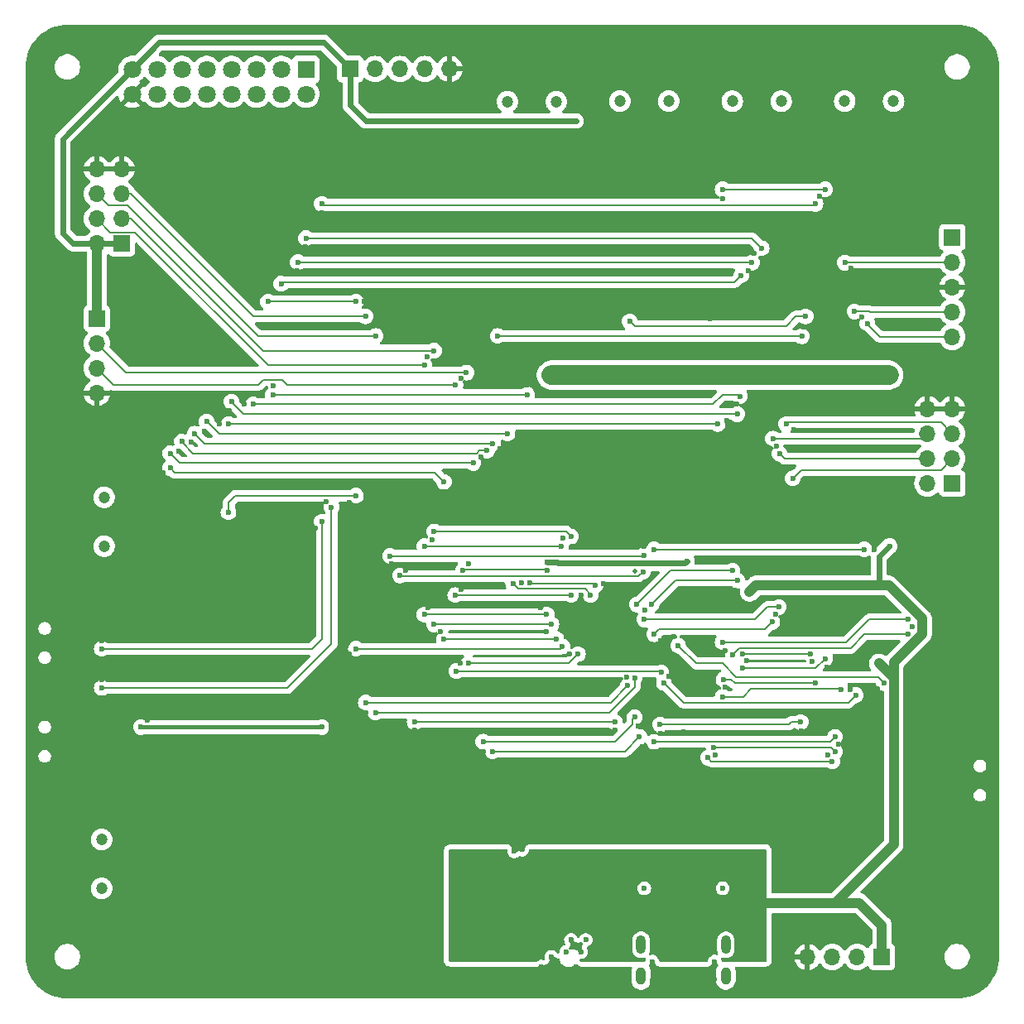
<source format=gbr>
%TF.GenerationSoftware,KiCad,Pcbnew,8.0.5*%
%TF.CreationDate,2024-10-26T11:56:14-04:00*%
%TF.ProjectId,stm-midi-poc1,73746d2d-6d69-4646-992d-706f63312e6b,1*%
%TF.SameCoordinates,Original*%
%TF.FileFunction,Copper,L4,Bot*%
%TF.FilePolarity,Positive*%
%FSLAX46Y46*%
G04 Gerber Fmt 4.6, Leading zero omitted, Abs format (unit mm)*
G04 Created by KiCad (PCBNEW 8.0.5) date 2024-10-26 11:56:14*
%MOMM*%
%LPD*%
G01*
G04 APERTURE LIST*
%TA.AperFunction,ComponentPad*%
%ADD10R,1.700000X1.700000*%
%TD*%
%TA.AperFunction,ComponentPad*%
%ADD11O,1.700000X1.700000*%
%TD*%
%TA.AperFunction,ComponentPad*%
%ADD12C,1.200000*%
%TD*%
%TA.AperFunction,ComponentPad*%
%ADD13O,1.000000X1.900000*%
%TD*%
%TA.AperFunction,ComponentPad*%
%ADD14O,1.000000X1.800000*%
%TD*%
%TA.AperFunction,ComponentPad*%
%ADD15R,1.800000X1.800000*%
%TD*%
%TA.AperFunction,ComponentPad*%
%ADD16C,1.800000*%
%TD*%
%TA.AperFunction,ViaPad*%
%ADD17C,0.600000*%
%TD*%
%TA.AperFunction,ViaPad*%
%ADD18C,0.500000*%
%TD*%
%TA.AperFunction,Conductor*%
%ADD19C,1.000000*%
%TD*%
%TA.AperFunction,Conductor*%
%ADD20C,0.600000*%
%TD*%
%TA.AperFunction,Conductor*%
%ADD21C,2.000000*%
%TD*%
%TA.AperFunction,Conductor*%
%ADD22C,0.200000*%
%TD*%
%TA.AperFunction,Conductor*%
%ADD23C,0.400000*%
%TD*%
G04 APERTURE END LIST*
D10*
%TO.P,J9,1*%
%TO.N,+3V3*%
X114500000Y-66700000D03*
D11*
%TO.P,J9,2*%
%TO.N,USART2_TX*%
X114500000Y-69240000D03*
%TO.P,J9,3*%
%TO.N,USART2_RX*%
X114500000Y-71780000D03*
%TO.P,J9,4*%
%TO.N,GND*%
X114500000Y-74320000D03*
%TD*%
D12*
%TO.P,CN4,*%
%TO.N,*%
X167991181Y-44478476D03*
X172991181Y-44478476D03*
%TD*%
D10*
%TO.P,J2,1*%
%TO.N,+3V3*%
X202000000Y-58420000D03*
D11*
%TO.P,J2,2*%
%TO.N,SYS_JTCK-SWCLK*%
X202000000Y-60960000D03*
%TO.P,J2,3*%
%TO.N,GND*%
X202000000Y-63500000D03*
%TO.P,J2,4*%
%TO.N,SYS_JTMS-SWDIO*%
X202000000Y-66040000D03*
%TO.P,J2,5*%
%TO.N,NRST*%
X202000000Y-68580000D03*
%TD*%
D12*
%TO.P,CN5,*%
%TO.N,*%
X114991181Y-125000000D03*
X114991181Y-120000000D03*
%TD*%
D10*
%TO.P,J5,1*%
%TO.N,+3V3*%
X194800000Y-132000000D03*
D11*
%TO.P,J5,2*%
%TO.N,UART5_TX*%
X192260000Y-132000000D03*
%TO.P,J5,3*%
%TO.N,UART5_RX*%
X189720000Y-132000000D03*
%TO.P,J5,4*%
%TO.N,GND*%
X187180000Y-132000000D03*
%TD*%
D12*
%TO.P,CN6,*%
%TO.N,*%
X115241181Y-90000000D03*
X115241181Y-85000000D03*
%TD*%
D10*
%TO.P,J3,1*%
%TO.N,+3V3*%
X202000000Y-83580000D03*
D11*
%TO.P,J3,2*%
X199460000Y-83580000D03*
%TO.P,J3,3*%
%TO.N,I2C1_SCL*%
X202000000Y-81040000D03*
%TO.P,J3,4*%
%TO.N,I2C2_SCL*%
X199460000Y-81040000D03*
%TO.P,J3,5*%
%TO.N,I2C1_SDA*%
X202000000Y-78500000D03*
%TO.P,J3,6*%
%TO.N,I2C2_SDA*%
X199460000Y-78500000D03*
%TO.P,J3,7*%
%TO.N,GND*%
X202000000Y-75960000D03*
%TO.P,J3,8*%
X199460000Y-75960000D03*
%TD*%
D13*
%TO.P,J1,1,EH*%
%TO.N,unconnected-(J1-EH-Pad1)*%
X170170000Y-130783476D03*
%TO.P,J1,2,EH*%
%TO.N,unconnected-(J1-EH-Pad2)*%
X178830000Y-130783476D03*
D14*
%TO.P,J1,3,EH*%
%TO.N,unconnected-(J1-EH-Pad3)*%
X178830000Y-133973476D03*
%TO.P,J1,4,EH*%
%TO.N,unconnected-(J1-EH-Pad4)*%
X170170000Y-133973476D03*
%TD*%
D10*
%TO.P,J6,1*%
%TO.N,+3V3*%
X140425000Y-41198800D03*
D11*
%TO.P,J6,2*%
%TO.N,SPI2_MOSI*%
X142965000Y-41198800D03*
%TO.P,J6,3*%
%TO.N,SPI2_MISO*%
X145505000Y-41198800D03*
%TO.P,J6,4*%
%TO.N,SPI2_SCK*%
X148045000Y-41198800D03*
%TO.P,J6,5*%
%TO.N,GND*%
X150585000Y-41198800D03*
%TD*%
D12*
%TO.P,CN1,*%
%TO.N,*%
X190991181Y-44478472D03*
X195991181Y-44478472D03*
%TD*%
D15*
%TO.P,P1,1,1*%
%TO.N,GPIO_PA15*%
X135890000Y-41230000D03*
D16*
%TO.P,P1,2,2*%
%TO.N,GPIO_PB8*%
X135890000Y-43770000D03*
%TO.P,P1,3,3*%
%TO.N,GPIO_PB9*%
X133350000Y-41230000D03*
%TO.P,P1,4,4*%
%TO.N,GPIO_PB5*%
X133350000Y-43770000D03*
%TO.P,P1,5,5*%
%TO.N,AUDIO_MUTE*%
X130810000Y-41230000D03*
%TO.P,P1,6,6*%
%TO.N,GPIO_PB1*%
X130810000Y-43770000D03*
%TO.P,P1,7,7*%
%TO.N,GPIO_PC0*%
X128270000Y-41230000D03*
%TO.P,P1,8,8*%
%TO.N,GPIO_PC3*%
X128270000Y-43770000D03*
%TO.P,P1,9,9*%
%TO.N,SYS_WKUP4*%
X125730000Y-41230000D03*
%TO.P,P1,10,10*%
%TO.N,GPIO_PA6*%
X125730000Y-43770000D03*
%TO.P,P1,11,11*%
%TO.N,GPIO_PC9*%
X123190000Y-41230000D03*
%TO.P,P1,12,12*%
%TO.N,GPIO_PC8*%
X123190000Y-43770000D03*
%TO.P,P1,13,13*%
%TO.N,GPIO_PB2*%
X120650000Y-41230000D03*
%TO.P,P1,14,14*%
%TO.N,RCC_MCO_1*%
X120650000Y-43770000D03*
%TO.P,P1,15,15*%
%TO.N,+3V3*%
X118110000Y-41230000D03*
%TO.P,P1,16,16*%
%TO.N,GND*%
X118110000Y-43770000D03*
%TD*%
D10*
%TO.P,J4,1*%
%TO.N,+3V3*%
X117040000Y-59040000D03*
D11*
%TO.P,J4,2*%
X114500000Y-59040000D03*
%TO.P,J4,3*%
%TO.N,UART4_TX*%
X117040000Y-56500000D03*
%TO.P,J4,4*%
%TO.N,UART4_RX*%
X114500000Y-56500000D03*
%TO.P,J4,5*%
%TO.N,USART6_TX*%
X117040000Y-53960000D03*
%TO.P,J4,6*%
%TO.N,USART6_RX*%
X114500000Y-53960000D03*
%TO.P,J4,7*%
%TO.N,GND*%
X117040000Y-51420000D03*
%TO.P,J4,8*%
X114500000Y-51420000D03*
%TD*%
D12*
%TO.P,CN2,*%
%TO.N,*%
X156491181Y-44525976D03*
X161491181Y-44525976D03*
%TD*%
%TO.P,CN3,*%
%TO.N,*%
X179491181Y-44493096D03*
X184491181Y-44493096D03*
%TD*%
D17*
%TO.N,GND*%
X167503315Y-108813535D03*
X170000000Y-87500000D03*
X114991375Y-99665677D03*
X153764933Y-80908945D03*
X135898223Y-94922877D03*
X164500000Y-130278476D03*
X138500000Y-106500000D03*
X132529210Y-114368551D03*
X140309183Y-85508091D03*
X177000000Y-82520000D03*
X121237038Y-82512410D03*
X179940635Y-75499274D03*
X180000000Y-96500000D03*
X194343638Y-104614022D03*
X125262889Y-91000000D03*
X129000000Y-86728476D03*
X162000000Y-133000000D03*
X170500000Y-125000000D03*
X125528914Y-78226024D03*
X163500000Y-133000000D03*
X199000000Y-67500000D03*
X177760262Y-111391796D03*
X131000000Y-131500000D03*
X174500000Y-109000000D03*
X132000000Y-99000000D03*
X148770521Y-89305542D03*
X186529924Y-108866268D03*
X161000000Y-132000000D03*
X194500000Y-41000000D03*
X158500000Y-73500000D03*
X162837126Y-101006513D03*
X137000000Y-127500000D03*
X174500000Y-82500000D03*
X142000000Y-107000000D03*
X181105165Y-61859653D03*
X179500000Y-84500000D03*
X111500000Y-122500000D03*
X149656475Y-98713412D03*
D18*
X169500000Y-92541528D03*
D17*
X123734303Y-120275000D03*
X166358610Y-93792316D03*
X164958709Y-86260416D03*
X197905583Y-98232313D03*
X176000000Y-40978476D03*
X118500000Y-122500000D03*
X178500000Y-54500000D03*
X188377695Y-54244384D03*
X148281806Y-70666642D03*
X144619144Y-91792044D03*
X148355585Y-96271066D03*
X122848914Y-80292530D03*
X147718721Y-124500000D03*
X153000000Y-41000000D03*
X166641047Y-117724943D03*
X183938565Y-96961086D03*
X186800539Y-67598380D03*
X157500000Y-78500000D03*
X204264245Y-105043074D03*
X172000000Y-135000000D03*
X171300000Y-134465441D03*
X142243804Y-115680684D03*
X172170306Y-99648865D03*
X121000000Y-127000000D03*
X169891225Y-108415006D03*
X174000000Y-135000000D03*
X187675869Y-101785653D03*
X112964707Y-107750000D03*
X132000000Y-106500000D03*
X129428461Y-95008569D03*
X135006044Y-61813941D03*
X146116663Y-92490361D03*
X179000000Y-88000000D03*
X132738811Y-64081174D03*
X146992776Y-108829036D03*
X170500000Y-48000000D03*
X181746060Y-60009523D03*
X151785840Y-94400000D03*
X180936498Y-101730466D03*
X179500000Y-82500000D03*
X113000000Y-97651199D03*
X176500000Y-135000000D03*
X196000000Y-125000000D03*
X111741181Y-86500000D03*
X155773647Y-80017411D03*
X190340524Y-110271027D03*
X179500000Y-87000000D03*
X154680950Y-67853159D03*
X125262889Y-89754915D03*
X170516997Y-96559343D03*
X170500000Y-90000000D03*
X201000000Y-125478476D03*
X111741181Y-87500000D03*
X133072230Y-87251416D03*
X196500000Y-80000000D03*
X132514029Y-73631502D03*
X162500000Y-131500000D03*
X197700070Y-91275176D03*
X173500000Y-96500000D03*
X151665108Y-101954496D03*
X135841340Y-59331918D03*
X162000000Y-104500000D03*
X177419240Y-88000000D03*
X169206230Y-117734237D03*
X185749155Y-78085664D03*
X118000000Y-63000000D03*
X164000000Y-131500000D03*
X191663208Y-61603595D03*
X204027723Y-91172812D03*
X177250000Y-66750000D03*
X201500000Y-116228476D03*
X162000000Y-96189799D03*
X134500000Y-99250000D03*
X136879103Y-88116031D03*
X142000000Y-113500000D03*
X159877071Y-96295441D03*
X111741181Y-88500000D03*
X176000000Y-107000000D03*
X138500000Y-118500000D03*
X111491181Y-123500000D03*
X134950000Y-127550000D03*
X127000000Y-77500000D03*
X129551498Y-75457228D03*
X179000000Y-91500000D03*
X177700000Y-132500000D03*
X138500000Y-108500000D03*
X172132368Y-109197016D03*
X192771846Y-66600000D03*
X178773913Y-104455677D03*
X168665246Y-103377380D03*
X160500000Y-98726456D03*
X184000000Y-79799266D03*
X173550574Y-99268477D03*
X174500000Y-87000000D03*
X174000000Y-83000000D03*
X168500000Y-80908607D03*
X189243731Y-111344970D03*
X151722539Y-72871550D03*
X111500000Y-121500000D03*
X178789521Y-100692755D03*
X152545240Y-91814118D03*
X137495339Y-55900574D03*
X187500000Y-40993096D03*
X197500000Y-105000000D03*
X142628266Y-67431009D03*
X124500000Y-116500000D03*
X132500000Y-110500000D03*
X163000000Y-130278476D03*
X178500000Y-125000000D03*
X157924203Y-93761973D03*
X141840493Y-64967394D03*
X140316650Y-101048506D03*
X173018330Y-103344863D03*
X154000000Y-111000000D03*
X119644821Y-107800000D03*
X185674239Y-81887626D03*
X160000000Y-133000000D03*
X162135158Y-89154605D03*
X129000000Y-110500000D03*
X178941704Y-77157364D03*
X137934313Y-85434313D03*
X191571846Y-104640767D03*
X157209829Y-121209829D03*
X164066291Y-94992530D03*
X118500000Y-70000000D03*
X158000000Y-121028476D03*
X193981972Y-90341396D03*
X128066197Y-76119156D03*
X177700000Y-134300000D03*
X124148552Y-79356144D03*
X189148899Y-102388325D03*
X160500000Y-104500000D03*
X114991375Y-103666051D03*
X150269128Y-82418525D03*
X171300000Y-132500000D03*
X167676174Y-67704783D03*
X174000000Y-86500000D03*
X164500000Y-41025976D03*
X141000000Y-109500000D03*
%TO.N,+3V3*%
X174844855Y-91503674D03*
X172500000Y-72500000D03*
X163000000Y-72500000D03*
X195576386Y-89998711D03*
X152500000Y-122500000D03*
X153500000Y-131000000D03*
X161000000Y-72500000D03*
X151500000Y-131500000D03*
X158000000Y-127978476D03*
X156000000Y-129500000D03*
X194500000Y-102000000D03*
X151500000Y-122000000D03*
X153841181Y-124500000D03*
X195000000Y-94000000D03*
X156000000Y-127978476D03*
X151500000Y-126500000D03*
X194000000Y-94000000D03*
X160500000Y-46500000D03*
X195500000Y-72000000D03*
X152500000Y-125000000D03*
X162500000Y-46500000D03*
X161500000Y-46500000D03*
X160521510Y-91618308D03*
X175832381Y-121500000D03*
X152000000Y-129500000D03*
X181257824Y-94657406D03*
X170500000Y-72500000D03*
X156000000Y-126500000D03*
X175860216Y-122506704D03*
X195500000Y-73000000D03*
X163500000Y-46500000D03*
X196000000Y-111716121D03*
X151500000Y-124000000D03*
X194500000Y-92500000D03*
%TO.N,/MCU/BOOT0*%
X195000000Y-104000000D03*
X173956554Y-100164967D03*
%TO.N,NRST*%
X193000000Y-90334065D03*
X193297379Y-67204125D03*
X171500000Y-90334065D03*
%TO.N,BTN1*%
X197500000Y-97500000D03*
X178496165Y-99834882D03*
%TO.N,BTN2*%
X197500000Y-99000000D03*
X179558793Y-101082140D03*
%TO.N,LINE_R*%
X119000000Y-108500000D03*
X137500000Y-108500000D03*
%TO.N,SYS_JTCK-SWCLK*%
X190591181Y-104640767D03*
X191000000Y-61000000D03*
X178500000Y-105400000D03*
%TO.N,SYS_JTMS-SWDIO*%
X192106518Y-105239666D03*
X192000000Y-66000000D03*
X172500000Y-104000000D03*
%TO.N,I2C1_SDA*%
X185000000Y-77500000D03*
%TO.N,I2C2_SCL*%
X184260368Y-96225536D03*
X184321803Y-80534816D03*
X170500000Y-97500000D03*
%TO.N,I2C2_SDA*%
X183587862Y-97760352D03*
X183649297Y-79000000D03*
X171500000Y-99000000D03*
%TO.N,I2C1_SCL*%
X185674168Y-83067185D03*
%TO.N,GPIO_PA15*%
X188000000Y-104000000D03*
X137500000Y-55000000D03*
X188000000Y-55000000D03*
X178598741Y-103642125D03*
%TO.N,GPIO_PC8*%
X154400000Y-80221855D03*
X154000000Y-110000000D03*
X169500000Y-107500000D03*
X123190000Y-79310000D03*
%TO.N,GPIO_PC0*%
X130500000Y-75500000D03*
X180280407Y-74656639D03*
X180000000Y-93500000D03*
X171246270Y-95909382D03*
%TO.N,GPIO_PB9*%
X135050000Y-60950000D03*
X181500000Y-61000000D03*
%TO.N,GPIO_PB1*%
X132500000Y-74500000D03*
X165500000Y-94000000D03*
X158500000Y-74500000D03*
X158761036Y-93777863D03*
%TO.N,GPIO_PA6*%
X156500000Y-78500000D03*
X165000000Y-95000000D03*
X157085465Y-93830622D03*
X125730000Y-77270000D03*
%TO.N,GPIO_PC3*%
X179500000Y-92500000D03*
X180000000Y-76500000D03*
X128270000Y-75230000D03*
X169741181Y-95966416D03*
%TO.N,AUDIO_MUTE*%
X141000000Y-84834313D03*
X141000000Y-65000000D03*
X127961497Y-86538503D03*
X141000000Y-100500000D03*
X162121616Y-100260673D03*
X132000000Y-65000000D03*
%TO.N,GPIO_PC9*%
X124500000Y-78500000D03*
X170000000Y-109500000D03*
X155000000Y-111000000D03*
X155000000Y-79500000D03*
%TO.N,GPIO_PB5*%
X133348898Y-63160125D03*
X180391716Y-62319162D03*
%TO.N,SYS_WKUP4*%
X128000000Y-77500000D03*
X178000000Y-77500000D03*
%TO.N,GPIO_PB2*%
X122000000Y-80500000D03*
X153000000Y-81500000D03*
X152500000Y-102000000D03*
X163711382Y-101036453D03*
%TO.N,GPIO_PB8*%
X182500000Y-59525829D03*
X135890000Y-58500000D03*
%TO.N,RCC_MCO_1*%
X172236454Y-102915862D03*
X122000000Y-82000000D03*
X151282801Y-102772529D03*
X150000000Y-83412229D03*
%TO.N,SPI2_MISO*%
X145500000Y-93000000D03*
X170361171Y-92607999D03*
%TO.N,SPI2_MOSI*%
X170495844Y-90912331D03*
X144500000Y-91000000D03*
%TO.N,SPI2_SCK*%
X147000000Y-108000000D03*
X167500000Y-108000000D03*
%TO.N,USART2_RX*%
X151185840Y-73500000D03*
X163000000Y-95000000D03*
X151160409Y-95000000D03*
%TO.N,USART2_TX*%
X152299697Y-72247001D03*
X151945240Y-92452969D03*
X160578872Y-92489492D03*
%TO.N,USART1_TX*%
X171500000Y-110000000D03*
X190000000Y-109500000D03*
%TO.N,USART1_RX*%
X172112619Y-108233025D03*
X186500000Y-108000000D03*
X155500000Y-68500000D03*
X186603944Y-68528383D03*
%TO.N,USART3_TX*%
X178500000Y-53500000D03*
X180500000Y-102500000D03*
X189000000Y-101500000D03*
X189000000Y-53500000D03*
%TO.N,USART3_RX*%
X187000000Y-66500000D03*
X169000000Y-67000000D03*
X187500000Y-101000000D03*
X180500000Y-101000000D03*
%TO.N,/Audio Output/Gain0*%
X115000000Y-104500000D03*
X138500000Y-86000000D03*
%TO.N,/Audio Output/Gain1*%
X115000000Y-100500000D03*
X137500000Y-87500000D03*
%TO.N,UART5_TX*%
X190000000Y-111000000D03*
X177600000Y-110600000D03*
%TO.N,USART6_RX*%
X169500000Y-103500000D03*
X143000000Y-107000000D03*
X143000000Y-68500000D03*
%TO.N,UART5_RX*%
X189720000Y-112000000D03*
X176996830Y-111633402D03*
%TO.N,USART6_TX*%
X168789836Y-104286887D03*
X142000000Y-66500000D03*
X142000000Y-106000000D03*
%TO.N,UART4_TX*%
X149000000Y-70000000D03*
X163000000Y-89000000D03*
X149000000Y-88500000D03*
%TO.N,I2S1_SD*%
X161500000Y-99500000D03*
X150000000Y-99500000D03*
%TO.N,UART4_RX*%
X148000000Y-90000000D03*
X162000000Y-90000000D03*
X148000000Y-71500000D03*
%TO.N,I2S1_WS*%
X148000000Y-97000000D03*
X160500000Y-97000000D03*
%TO.N,I2S1_CK*%
X161000000Y-98000000D03*
X149000000Y-98000000D03*
%TD*%
D19*
%TO.N,+3V3*%
X114500000Y-59040000D02*
X114500000Y-66700000D01*
D20*
X160521510Y-91618308D02*
X161546854Y-91618308D01*
D19*
X194800000Y-128800000D02*
X192500000Y-126500000D01*
X196000000Y-103500000D02*
X194500000Y-102000000D01*
X194800000Y-132000000D02*
X194800000Y-128800000D01*
X196000000Y-111716121D02*
X196000000Y-120500000D01*
X198905583Y-97405583D02*
X195500000Y-94000000D01*
D20*
X140425000Y-44925000D02*
X140425000Y-41198800D01*
X161684676Y-91748960D02*
X174599569Y-91748960D01*
D19*
X182000000Y-126500000D02*
X160000000Y-126500000D01*
X196000000Y-120500000D02*
X190000000Y-126500000D01*
X181257824Y-94657406D02*
X181915230Y-94000000D01*
X190000000Y-126500000D02*
X182000000Y-126500000D01*
D20*
X161550439Y-91614723D02*
X161684676Y-91748960D01*
X111000000Y-58000000D02*
X112040000Y-59040000D01*
D19*
X160000000Y-126500000D02*
X158500000Y-128000000D01*
D21*
X195500000Y-72500000D02*
X188500000Y-72500000D01*
X163000000Y-72500000D02*
X161000000Y-72500000D01*
D20*
X174599569Y-91748960D02*
X174844855Y-91503674D01*
D21*
X188500000Y-72500000D02*
X172500000Y-72500000D01*
D19*
X196000000Y-111716121D02*
X196000000Y-106000000D01*
X156021524Y-128000000D02*
X156000000Y-127978476D01*
X192500000Y-126500000D02*
X190000000Y-126500000D01*
D20*
X120840000Y-38500000D02*
X111000000Y-48340000D01*
X142000000Y-46500000D02*
X140425000Y-44925000D01*
X194500000Y-91000000D02*
X195500000Y-90000000D01*
X140425000Y-41198800D02*
X137726200Y-38500000D01*
X163500000Y-46500000D02*
X142000000Y-46500000D01*
D19*
X196000000Y-106000000D02*
X196000000Y-101914214D01*
D21*
X166500000Y-72500000D02*
X163000000Y-72500000D01*
D20*
X194500000Y-94000000D02*
X194500000Y-91000000D01*
X161546854Y-91618308D02*
X161550439Y-91614723D01*
X112040000Y-59040000D02*
X117040000Y-59040000D01*
D21*
X172500000Y-72500000D02*
X170500000Y-72500000D01*
D19*
X181915230Y-94000000D02*
X194500000Y-94000000D01*
D20*
X137726200Y-38500000D02*
X120840000Y-38500000D01*
D21*
X170500000Y-72500000D02*
X166500000Y-72500000D01*
D20*
X111000000Y-48340000D02*
X111000000Y-58000000D01*
D19*
X158500000Y-128000000D02*
X156021524Y-128000000D01*
X198905583Y-99008631D02*
X198905583Y-97405583D01*
X195500000Y-94000000D02*
X194500000Y-94000000D01*
X196000000Y-101914214D02*
X198905583Y-99008631D01*
X196000000Y-106000000D02*
X196000000Y-103500000D01*
D22*
%TO.N,/MCU/BOOT0*%
X178500000Y-102000000D02*
X179900000Y-103400000D01*
X175791587Y-102000000D02*
X178500000Y-102000000D01*
X179900000Y-103400000D02*
X194400000Y-103400000D01*
X173956554Y-100164967D02*
X175791587Y-102000000D01*
X194400000Y-103400000D02*
X195000000Y-104000000D01*
%TO.N,NRST*%
X171500000Y-90334065D02*
X193000000Y-90334065D01*
X194580000Y-68580000D02*
X193297379Y-67297379D01*
X193297379Y-67297379D02*
X193297379Y-67204125D01*
X202000000Y-68580000D02*
X194580000Y-68580000D01*
%TO.N,BTN1*%
X193500000Y-97500000D02*
X197500000Y-97500000D01*
X191165118Y-99834882D02*
X193500000Y-97500000D01*
X178496165Y-99834882D02*
X191165118Y-99834882D01*
%TO.N,BTN2*%
X180240933Y-100400000D02*
X191600000Y-100400000D01*
X179558793Y-101082140D02*
X180240933Y-100400000D01*
X191600000Y-100400000D02*
X193000000Y-99000000D01*
X193000000Y-99000000D02*
X197500000Y-99000000D01*
D23*
%TO.N,LINE_R*%
X119000000Y-108500000D02*
X137500000Y-108500000D01*
D22*
%TO.N,SYS_JTCK-SWCLK*%
X180600000Y-105400000D02*
X181378785Y-104621215D01*
X178500000Y-105400000D02*
X180600000Y-105400000D01*
X181378785Y-104621215D02*
X190571629Y-104621215D01*
X191000000Y-61000000D02*
X191040000Y-60960000D01*
X190571629Y-104621215D02*
X190591181Y-104640767D01*
X191040000Y-60960000D02*
X202000000Y-60960000D01*
%TO.N,SYS_JTMS-SWDIO*%
X172500000Y-104000000D02*
X174500000Y-106000000D01*
X193540000Y-66040000D02*
X202000000Y-66040000D01*
X193500000Y-66000000D02*
X193540000Y-66040000D01*
X174500000Y-106000000D02*
X191346184Y-106000000D01*
X191346184Y-106000000D02*
X192106518Y-105239666D01*
X192000000Y-66000000D02*
X193500000Y-66000000D01*
%TO.N,I2C1_SDA*%
X185000000Y-77500000D02*
X185150000Y-77350000D01*
X185150000Y-77350000D02*
X200850000Y-77350000D01*
X200850000Y-77350000D02*
X202000000Y-78500000D01*
%TO.N,I2C2_SCL*%
X183080164Y-96225536D02*
X184260368Y-96225536D01*
X199460000Y-81040000D02*
X184826987Y-81040000D01*
X181805700Y-97500000D02*
X183080164Y-96225536D01*
X184826987Y-81040000D02*
X184321803Y-80534816D01*
X170500000Y-97500000D02*
X181805700Y-97500000D01*
%TO.N,I2C2_SDA*%
X172000000Y-98500000D02*
X171500000Y-99000000D01*
X182848214Y-98500000D02*
X172000000Y-98500000D01*
X183587862Y-97760352D02*
X182848214Y-98500000D01*
X199460000Y-78500000D02*
X198960000Y-79000000D01*
X198960000Y-79000000D02*
X183649297Y-79000000D01*
%TO.N,I2C1_SCL*%
X185674168Y-83067185D02*
X186551353Y-82190000D01*
X200850000Y-82190000D02*
X202000000Y-81040000D01*
X186551353Y-82190000D02*
X200850000Y-82190000D01*
%TO.N,GPIO_PA15*%
X179749261Y-104000000D02*
X179391386Y-103642125D01*
X188000000Y-55000000D02*
X187900000Y-55100000D01*
X137600000Y-55100000D02*
X137500000Y-55000000D01*
X188000000Y-104000000D02*
X179749261Y-104000000D01*
X187900000Y-55100000D02*
X137600000Y-55100000D01*
X179391386Y-103642125D02*
X178598741Y-103642125D01*
%TO.N,GPIO_PC8*%
X123190000Y-79335528D02*
X123190000Y-79310000D01*
X169500000Y-107500000D02*
X169291225Y-107708775D01*
X153603494Y-80221855D02*
X153325349Y-80500000D01*
X167500000Y-110000000D02*
X154000000Y-110000000D01*
X169291225Y-108208775D02*
X167500000Y-110000000D01*
X169291225Y-107708775D02*
X169291225Y-108208775D01*
X153325349Y-80500000D02*
X124354472Y-80500000D01*
X124354472Y-80500000D02*
X123190000Y-79335528D01*
X154400000Y-80221855D02*
X153603494Y-80221855D01*
%TO.N,GPIO_PC0*%
X173663778Y-93500000D02*
X180000000Y-93500000D01*
X171254396Y-95909382D02*
X173663778Y-93500000D01*
X171246270Y-95909382D02*
X171254396Y-95909382D01*
X177500000Y-75500000D02*
X130500000Y-75500000D01*
X180280407Y-74656639D02*
X180123768Y-74500000D01*
X178500000Y-74500000D02*
X177500000Y-75500000D01*
X180123768Y-74500000D02*
X178500000Y-74500000D01*
%TO.N,GPIO_PB9*%
X135050000Y-60950000D02*
X135100000Y-61000000D01*
X135100000Y-61000000D02*
X181500000Y-61000000D01*
%TO.N,GPIO_PB1*%
X158781078Y-93797905D02*
X158761036Y-93777863D01*
X165500000Y-94000000D02*
X165500000Y-93999164D01*
X158500000Y-74500000D02*
X132500000Y-74500000D01*
X165500000Y-93999164D02*
X165298741Y-93797905D01*
X165298741Y-93797905D02*
X158781078Y-93797905D01*
%TO.N,GPIO_PA6*%
X164441087Y-94377863D02*
X165000000Y-94936776D01*
X125770000Y-77270000D02*
X125730000Y-77270000D01*
X127000000Y-78500000D02*
X125770000Y-77270000D01*
X156500000Y-78500000D02*
X127000000Y-78500000D01*
X157632706Y-94377863D02*
X164441087Y-94377863D01*
X157085465Y-93830622D02*
X157632706Y-94377863D01*
X165000000Y-94936776D02*
X165000000Y-95000000D01*
%TO.N,GPIO_PC3*%
X173207597Y-92500000D02*
X179500000Y-92500000D01*
X169741181Y-95966416D02*
X173207597Y-92500000D01*
X128270000Y-75270000D02*
X128270000Y-75230000D01*
X180000000Y-76500000D02*
X129500000Y-76500000D01*
X129500000Y-76500000D02*
X128270000Y-75270000D01*
%TO.N,AUDIO_MUTE*%
X128000000Y-86500000D02*
X127961497Y-86538503D01*
X161882289Y-100500000D02*
X162121616Y-100260673D01*
X141000000Y-65000000D02*
X132000000Y-65000000D01*
X128665687Y-84834313D02*
X128000000Y-85500000D01*
X145000000Y-100500000D02*
X161882289Y-100500000D01*
X145000000Y-100500000D02*
X141000000Y-100500000D01*
X141000000Y-84834313D02*
X128665687Y-84834313D01*
X128000000Y-85500000D02*
X128000000Y-86500000D01*
%TO.N,GPIO_PC9*%
X168500000Y-111000000D02*
X155000000Y-111000000D01*
X125500000Y-79500000D02*
X124500000Y-78500000D01*
X170000000Y-109500000D02*
X168500000Y-111000000D01*
X155000000Y-79500000D02*
X125500000Y-79500000D01*
%TO.N,GPIO_PB5*%
X179710878Y-63000000D02*
X133509023Y-63000000D01*
X180391716Y-62319162D02*
X179710878Y-63000000D01*
X133509023Y-63000000D02*
X133348898Y-63160125D01*
%TO.N,SYS_WKUP4*%
X178000000Y-77500000D02*
X128000000Y-77500000D01*
%TO.N,GPIO_PB2*%
X163711382Y-101036453D02*
X162747835Y-102000000D01*
X162747835Y-102000000D02*
X152500000Y-102000000D01*
X153000000Y-81500000D02*
X123000000Y-81500000D01*
X123000000Y-81500000D02*
X122000000Y-80500000D01*
%TO.N,GPIO_PB8*%
X182500000Y-59525829D02*
X181474171Y-58500000D01*
X181474171Y-58500000D02*
X135890000Y-58500000D01*
%TO.N,RCC_MCO_1*%
X172236454Y-102915862D02*
X172097972Y-102777380D01*
X151287652Y-102777380D02*
X151282801Y-102772529D01*
X172097972Y-102777380D02*
X151287652Y-102777380D01*
X150000000Y-83412229D02*
X149087771Y-82500000D01*
X122500000Y-82500000D02*
X122000000Y-82000000D01*
X149087771Y-82500000D02*
X122500000Y-82500000D01*
%TO.N,SPI2_MISO*%
X169869170Y-93100000D02*
X145600000Y-93100000D01*
X145600000Y-93100000D02*
X145500000Y-93000000D01*
X170361171Y-92607999D02*
X169869170Y-93100000D01*
%TO.N,SPI2_MOSI*%
X170408175Y-91000000D02*
X170495844Y-90912331D01*
X144500000Y-91000000D02*
X170408175Y-91000000D01*
%TO.N,SPI2_SCK*%
X167500000Y-108000000D02*
X147000000Y-108000000D01*
%TO.N,USART2_RX*%
X131500000Y-73000000D02*
X131000000Y-73500000D01*
X133500000Y-73000000D02*
X131500000Y-73000000D01*
X134000000Y-73500000D02*
X133500000Y-73000000D01*
X151160409Y-95000000D02*
X163000000Y-95000000D01*
X116220000Y-73500000D02*
X114500000Y-71780000D01*
X151185840Y-73500000D02*
X134000000Y-73500000D01*
X131000000Y-73500000D02*
X116220000Y-73500000D01*
%TO.N,USART2_TX*%
X117507001Y-72247001D02*
X114500000Y-69240000D01*
X151945240Y-92452969D02*
X151984091Y-92414118D01*
X160503498Y-92414118D02*
X160578872Y-92489492D01*
X151984091Y-92414118D02*
X160503498Y-92414118D01*
X152299697Y-72247001D02*
X117507001Y-72247001D01*
%TO.N,USART1_TX*%
X189500000Y-110000000D02*
X171500000Y-110000000D01*
X190000000Y-109500000D02*
X189500000Y-110000000D01*
%TO.N,USART1_RX*%
X155500000Y-68500000D02*
X186575561Y-68500000D01*
X186575561Y-68500000D02*
X186603944Y-68528383D01*
X185266975Y-108233025D02*
X172112619Y-108233025D01*
X185500000Y-108000000D02*
X185266975Y-108233025D01*
X186500000Y-108000000D02*
X185500000Y-108000000D01*
%TO.N,USART3_TX*%
X189000000Y-101500000D02*
X188000000Y-102500000D01*
X188000000Y-102500000D02*
X180500000Y-102500000D01*
X178500000Y-53500000D02*
X189000000Y-53500000D01*
%TO.N,USART3_RX*%
X169500000Y-67500000D02*
X169000000Y-67000000D01*
X187000000Y-66500000D02*
X186000000Y-66500000D01*
X185000000Y-67500000D02*
X169500000Y-67500000D01*
X186000000Y-66500000D02*
X185000000Y-67500000D01*
X187500000Y-101000000D02*
X180500000Y-101000000D01*
%TO.N,/Audio Output/Gain0*%
X138500000Y-100000000D02*
X138500000Y-86000000D01*
X134000000Y-104500000D02*
X138500000Y-100000000D01*
X115000000Y-104500000D02*
X134000000Y-104500000D01*
%TO.N,/Audio Output/Gain1*%
X137500000Y-99500000D02*
X136500000Y-100500000D01*
X137500000Y-87500000D02*
X137500000Y-99500000D01*
X136500000Y-100500000D02*
X115000000Y-100500000D01*
%TO.N,UART5_TX*%
X189600000Y-110600000D02*
X190000000Y-111000000D01*
X177600000Y-110600000D02*
X189600000Y-110600000D01*
%TO.N,USART6_RX*%
X115650000Y-55110000D02*
X114500000Y-53960000D01*
X169500000Y-104425252D02*
X166925252Y-107000000D01*
X169500000Y-103500000D02*
X169500000Y-104425252D01*
X117610000Y-55110000D02*
X115650000Y-55110000D01*
X143000000Y-68500000D02*
X131000000Y-68500000D01*
X131000000Y-68500000D02*
X117610000Y-55110000D01*
X166925252Y-107000000D02*
X143000000Y-107000000D01*
%TO.N,UART5_RX*%
X177363428Y-112000000D02*
X189720000Y-112000000D01*
X176996830Y-111633402D02*
X177363428Y-112000000D01*
%TO.N,USART6_TX*%
X154500000Y-106000000D02*
X142000000Y-106000000D01*
X142000000Y-66500000D02*
X130500000Y-66500000D01*
X168789836Y-104286887D02*
X167076723Y-106000000D01*
X167076723Y-106000000D02*
X154500000Y-106000000D01*
X130500000Y-66500000D02*
X117960000Y-53960000D01*
X117960000Y-53960000D02*
X117040000Y-53960000D01*
%TO.N,UART4_TX*%
X118000000Y-56500000D02*
X117040000Y-56500000D01*
X163000000Y-89000000D02*
X162500000Y-88500000D01*
X149000000Y-70000000D02*
X131500000Y-70000000D01*
X162500000Y-88500000D02*
X149000000Y-88500000D01*
X131500000Y-70000000D02*
X118000000Y-56500000D01*
%TO.N,I2S1_SD*%
X161500000Y-99500000D02*
X150000000Y-99500000D01*
%TO.N,UART4_RX*%
X115890000Y-57890000D02*
X114500000Y-56500000D01*
X148000000Y-71500000D02*
X132000000Y-71500000D01*
X118390000Y-57890000D02*
X115890000Y-57890000D01*
X162000000Y-90000000D02*
X148000000Y-90000000D01*
X132000000Y-71500000D02*
X118390000Y-57890000D01*
%TO.N,I2S1_WS*%
X160500000Y-97000000D02*
X148000000Y-97000000D01*
%TO.N,I2S1_CK*%
X161000000Y-98000000D02*
X149000000Y-98000000D01*
%TD*%
%TA.AperFunction,Conductor*%
%TO.N,GND*%
G36*
X163041237Y-130087804D02*
G01*
X163045993Y-130088976D01*
X163052089Y-130090478D01*
X163085680Y-130103217D01*
X163095562Y-130108404D01*
X163125121Y-130128807D01*
X163133492Y-130136223D01*
X163157306Y-130163102D01*
X163170890Y-130182782D01*
X163181677Y-130201075D01*
X163195847Y-130229576D01*
X163281434Y-130345232D01*
X163330566Y-130394909D01*
X163330574Y-130394916D01*
X163445280Y-130481772D01*
X163579810Y-130532793D01*
X163648001Y-130548020D01*
X163648003Y-130548020D01*
X163651067Y-130548358D01*
X163653715Y-130548460D01*
X163791459Y-130559072D01*
X163932217Y-130529261D01*
X163997814Y-130505204D01*
X164003627Y-130502070D01*
X164078675Y-130484297D01*
X164152559Y-130506429D01*
X164205479Y-130562538D01*
X164223254Y-130637590D01*
X164201122Y-130711474D01*
X164190079Y-130727043D01*
X164168737Y-130753377D01*
X164168734Y-130753383D01*
X164113313Y-130886149D01*
X164113310Y-130886159D01*
X164095845Y-130953810D01*
X164095052Y-130960056D01*
X164094948Y-130961953D01*
X164092240Y-130986513D01*
X164080074Y-131096824D01*
X164085717Y-131128597D01*
X164105232Y-131238488D01*
X164127113Y-131304836D01*
X164127117Y-131304846D01*
X164155147Y-131361231D01*
X164161041Y-131374722D01*
X164184307Y-131436069D01*
X164192904Y-131470946D01*
X164194251Y-131482040D01*
X164194251Y-131517958D01*
X164192904Y-131529052D01*
X164184305Y-131563936D01*
X164180345Y-131574376D01*
X164163657Y-131606171D01*
X164157314Y-131615361D01*
X164133493Y-131642250D01*
X164125129Y-131649660D01*
X164095563Y-131670068D01*
X164085664Y-131675263D01*
X164052094Y-131687995D01*
X164041257Y-131690667D01*
X164005587Y-131695000D01*
X163982555Y-131695000D01*
X163908055Y-131675038D01*
X163883750Y-131657528D01*
X163866508Y-131642253D01*
X163842688Y-131615366D01*
X163832013Y-131599901D01*
X163829111Y-131595696D01*
X163818321Y-131577398D01*
X163804143Y-131548879D01*
X163718551Y-131433227D01*
X163669417Y-131383552D01*
X163657755Y-131374722D01*
X163554719Y-131296704D01*
X163554720Y-131296704D01*
X163420192Y-131245684D01*
X163420177Y-131245679D01*
X163353819Y-131230861D01*
X163352329Y-131230508D01*
X163352000Y-131230455D01*
X163262335Y-131223547D01*
X163208540Y-131219403D01*
X163208539Y-131219403D01*
X163208537Y-131219403D01*
X163067776Y-131249215D01*
X163002185Y-131273270D01*
X162996362Y-131276409D01*
X162921308Y-131294176D01*
X162847426Y-131272036D01*
X162794512Y-131215921D01*
X162776745Y-131140867D01*
X162798885Y-131066985D01*
X162809917Y-131051434D01*
X162831257Y-131025102D01*
X162886685Y-130892326D01*
X162904151Y-130824675D01*
X162904153Y-130824667D01*
X162919926Y-130681654D01*
X162894768Y-130539990D01*
X162872885Y-130473635D01*
X162872883Y-130473630D01*
X162844854Y-130417250D01*
X162838963Y-130403768D01*
X162835604Y-130394912D01*
X162815689Y-130342401D01*
X162807093Y-130307525D01*
X162805747Y-130296434D01*
X162805748Y-130260519D01*
X162807096Y-130249418D01*
X162815692Y-130214543D01*
X162819651Y-130204104D01*
X162836338Y-130172307D01*
X162842689Y-130163105D01*
X162866503Y-130136224D01*
X162874879Y-130128804D01*
X162904429Y-130108406D01*
X162914323Y-130103214D01*
X162947911Y-130090478D01*
X162955074Y-130088712D01*
X162958771Y-130087802D01*
X162994413Y-130083476D01*
X163005586Y-130083476D01*
X163041237Y-130087804D01*
G37*
%TD.AperFunction*%
%TA.AperFunction,Conductor*%
G36*
X179192867Y-104302203D02*
G01*
X179228602Y-104328576D01*
X179380545Y-104480520D01*
X179380549Y-104480522D01*
X179380550Y-104480523D01*
X179451459Y-104521462D01*
X179505997Y-104575999D01*
X179525960Y-104650499D01*
X179505998Y-104724999D01*
X179451461Y-104779537D01*
X179376961Y-104799500D01*
X179091161Y-104799500D01*
X179016661Y-104779538D01*
X179009384Y-104774576D01*
X179009347Y-104774636D01*
X178849515Y-104674206D01*
X178846792Y-104672895D01*
X178845071Y-104671414D01*
X178842437Y-104669759D01*
X178842686Y-104669361D01*
X178788333Y-104622583D01*
X178762863Y-104549782D01*
X178777206Y-104473999D01*
X178827518Y-104415540D01*
X178862231Y-104398017D01*
X178948263Y-104367914D01*
X179043972Y-104307775D01*
X179117672Y-104285041D01*
X179192867Y-104302203D01*
G37*
%TD.AperFunction*%
%TA.AperFunction,Conductor*%
G36*
X196613576Y-99620462D02*
G01*
X196668114Y-99675000D01*
X196688076Y-99749500D01*
X196668114Y-99824000D01*
X196644435Y-99854858D01*
X195999295Y-100499998D01*
X195362221Y-101137072D01*
X195307362Y-101191931D01*
X195240567Y-101230495D01*
X195163439Y-101230495D01*
X195119223Y-101210461D01*
X194973919Y-101113372D01*
X194973909Y-101113366D01*
X194791836Y-101037949D01*
X194791834Y-101037948D01*
X194598540Y-100999500D01*
X194401460Y-100999500D01*
X194208165Y-101037948D01*
X194208163Y-101037949D01*
X194026090Y-101113366D01*
X194026080Y-101113371D01*
X193862220Y-101222860D01*
X193862215Y-101222864D01*
X193722864Y-101362215D01*
X193722860Y-101362220D01*
X193613371Y-101526080D01*
X193613366Y-101526090D01*
X193537949Y-101708163D01*
X193537948Y-101708165D01*
X193499500Y-101901459D01*
X193499500Y-102098540D01*
X193537948Y-102291834D01*
X193537949Y-102291836D01*
X193613366Y-102473909D01*
X193613371Y-102473919D01*
X193676048Y-102567720D01*
X193700840Y-102640755D01*
X193685793Y-102716401D01*
X193634939Y-102774389D01*
X193561904Y-102799181D01*
X193552159Y-102799500D01*
X188909452Y-102799500D01*
X188834952Y-102779538D01*
X188780414Y-102725000D01*
X188760452Y-102650500D01*
X188780414Y-102576000D01*
X188804093Y-102545141D01*
X188875325Y-102473909D01*
X189012350Y-102336883D01*
X189079143Y-102298321D01*
X189101016Y-102294182D01*
X189179255Y-102285368D01*
X189349522Y-102225789D01*
X189502262Y-102129816D01*
X189629816Y-102002262D01*
X189725789Y-101849522D01*
X189785368Y-101679255D01*
X189805565Y-101500000D01*
X189785368Y-101320745D01*
X189742665Y-101198709D01*
X189736903Y-101121799D01*
X189770367Y-101052309D01*
X189834094Y-101008861D01*
X189883305Y-101000500D01*
X191511798Y-101000500D01*
X191511814Y-101000501D01*
X191520943Y-101000501D01*
X191679052Y-101000501D01*
X191679057Y-101000501D01*
X191831785Y-100959577D01*
X191847793Y-100950335D01*
X191891115Y-100925323D01*
X191891116Y-100925322D01*
X191897353Y-100921721D01*
X191968716Y-100880520D01*
X192080520Y-100768716D01*
X192080520Y-100768714D01*
X192092782Y-100756453D01*
X192092785Y-100756448D01*
X193205094Y-99644141D01*
X193271889Y-99605577D01*
X193310453Y-99600500D01*
X196539076Y-99600500D01*
X196613576Y-99620462D01*
G37*
%TD.AperFunction*%
%TA.AperFunction,Conductor*%
G36*
X186983339Y-101620462D02*
G01*
X187001737Y-101633006D01*
X187002991Y-101634006D01*
X187048792Y-101696062D01*
X187057429Y-101772705D01*
X187026587Y-101843398D01*
X186964531Y-101889199D01*
X186910093Y-101899500D01*
X181091161Y-101899500D01*
X181016661Y-101879538D01*
X180998353Y-101867066D01*
X180997725Y-101866566D01*
X180951876Y-101804546D01*
X180943180Y-101727909D01*
X180973967Y-101657192D01*
X180997725Y-101633434D01*
X180998353Y-101632934D01*
X181069070Y-101602147D01*
X181091161Y-101600500D01*
X186908839Y-101600500D01*
X186983339Y-101620462D01*
G37*
%TD.AperFunction*%
%TA.AperFunction,Conductor*%
G36*
X177817104Y-99120462D02*
G01*
X177871642Y-99175000D01*
X177891604Y-99249500D01*
X177871642Y-99324000D01*
X177868766Y-99328773D01*
X177770376Y-99485359D01*
X177710796Y-99655629D01*
X177690600Y-99834880D01*
X177690600Y-99834883D01*
X177710796Y-100014134D01*
X177710796Y-100014136D01*
X177710797Y-100014137D01*
X177770376Y-100184404D01*
X177866349Y-100337144D01*
X177993903Y-100464698D01*
X178146643Y-100560671D01*
X178316910Y-100620250D01*
X178406537Y-100630348D01*
X178496164Y-100640447D01*
X178496165Y-100640447D01*
X178496166Y-100640447D01*
X178552946Y-100634049D01*
X178644763Y-100623704D01*
X178721030Y-100635199D01*
X178781331Y-100683288D01*
X178809509Y-100755084D01*
X178802085Y-100820977D01*
X178773425Y-100902883D01*
X178773424Y-100902886D01*
X178753228Y-101082138D01*
X178753228Y-101082142D01*
X178771051Y-101240332D01*
X178759556Y-101316598D01*
X178711467Y-101376899D01*
X178639670Y-101405077D01*
X178584431Y-101400939D01*
X178579057Y-101399499D01*
X178420943Y-101399499D01*
X178411814Y-101399499D01*
X178411798Y-101399500D01*
X176102041Y-101399500D01*
X176027541Y-101379538D01*
X175996682Y-101355859D01*
X174793439Y-100152617D01*
X174754875Y-100085822D01*
X174750736Y-100063946D01*
X174741922Y-99985712D01*
X174682343Y-99815445D01*
X174586370Y-99662705D01*
X174458816Y-99535151D01*
X174306076Y-99439178D01*
X174165927Y-99390137D01*
X174102203Y-99346691D01*
X174068738Y-99277201D01*
X174074501Y-99200289D01*
X174117949Y-99136563D01*
X174187439Y-99103098D01*
X174215140Y-99100500D01*
X177742604Y-99100500D01*
X177817104Y-99120462D01*
G37*
%TD.AperFunction*%
%TA.AperFunction,Conductor*%
G36*
X162686886Y-100938883D02*
G01*
X162743425Y-100991343D01*
X162766160Y-101065045D01*
X162748998Y-101140239D01*
X162722623Y-101175976D01*
X162542741Y-101355859D01*
X162475946Y-101394423D01*
X162437382Y-101399500D01*
X153091161Y-101399500D01*
X153016661Y-101379538D01*
X152998263Y-101366994D01*
X152997009Y-101365994D01*
X152951208Y-101303938D01*
X152942571Y-101227295D01*
X152973413Y-101156602D01*
X153035469Y-101110801D01*
X153089907Y-101100500D01*
X161794087Y-101100500D01*
X161794103Y-101100501D01*
X161803232Y-101100501D01*
X161961341Y-101100501D01*
X161961346Y-101100501D01*
X162071578Y-101070963D01*
X162113249Y-101067844D01*
X162113249Y-101066238D01*
X162121617Y-101066238D01*
X162166429Y-101061188D01*
X162300871Y-101046041D01*
X162471138Y-100986462D01*
X162537990Y-100944455D01*
X162611692Y-100921721D01*
X162686886Y-100938883D01*
G37*
%TD.AperFunction*%
%TA.AperFunction,Conductor*%
G36*
X179483339Y-94120462D02*
G01*
X179490615Y-94125423D01*
X179490653Y-94125364D01*
X179497737Y-94129815D01*
X179497738Y-94129816D01*
X179650478Y-94225789D01*
X179820745Y-94285368D01*
X179887825Y-94292926D01*
X179999999Y-94305565D01*
X180000000Y-94305565D01*
X180112170Y-94292926D01*
X180188434Y-94304421D01*
X180248735Y-94352509D01*
X180276914Y-94424305D01*
X180274988Y-94470056D01*
X180257324Y-94558864D01*
X180257324Y-94755946D01*
X180295772Y-94949240D01*
X180295773Y-94949242D01*
X180371190Y-95131315D01*
X180371195Y-95131325D01*
X180444229Y-95240627D01*
X180480685Y-95295187D01*
X180620043Y-95434545D01*
X180664356Y-95464154D01*
X180783904Y-95544034D01*
X180783914Y-95544039D01*
X180851169Y-95571897D01*
X180965988Y-95619457D01*
X181159284Y-95657906D01*
X181356364Y-95657906D01*
X181549660Y-95619457D01*
X181731738Y-95544037D01*
X181731740Y-95544035D01*
X181731743Y-95544034D01*
X181794260Y-95502261D01*
X181895605Y-95434545D01*
X182286010Y-95044141D01*
X182352805Y-95005577D01*
X182391369Y-95000500D01*
X194401459Y-95000500D01*
X195023862Y-95000500D01*
X195098362Y-95020462D01*
X195129221Y-95044141D01*
X196730220Y-96645141D01*
X196768784Y-96711936D01*
X196768784Y-96789064D01*
X196730220Y-96855859D01*
X196663425Y-96894423D01*
X196624861Y-96899500D01*
X193588203Y-96899500D01*
X193588187Y-96899499D01*
X193579058Y-96899499D01*
X193420943Y-96899499D01*
X193420942Y-96899499D01*
X193268215Y-96940423D01*
X193131285Y-97019478D01*
X193131283Y-97019480D01*
X190960024Y-99190741D01*
X190893229Y-99229305D01*
X190854665Y-99234382D01*
X183322786Y-99234382D01*
X183248286Y-99214420D01*
X183193748Y-99159882D01*
X183173786Y-99085382D01*
X183193748Y-99010882D01*
X183217427Y-98980023D01*
X183248598Y-98948852D01*
X183328734Y-98868716D01*
X183328734Y-98868714D01*
X183340996Y-98856453D01*
X183341000Y-98856448D01*
X183600212Y-98597235D01*
X183667005Y-98558673D01*
X183688878Y-98554534D01*
X183767117Y-98545720D01*
X183937384Y-98486141D01*
X184090124Y-98390168D01*
X184217678Y-98262614D01*
X184313651Y-98109874D01*
X184373230Y-97939607D01*
X184393427Y-97760352D01*
X184392339Y-97750699D01*
X184373230Y-97581099D01*
X184373230Y-97581097D01*
X184313651Y-97410830D01*
X184217678Y-97258090D01*
X184217676Y-97258088D01*
X184213465Y-97251386D01*
X184190731Y-97177685D01*
X184207894Y-97102490D01*
X184260354Y-97045951D01*
X184322943Y-97024050D01*
X184439623Y-97010904D01*
X184609890Y-96951325D01*
X184762630Y-96855352D01*
X184890184Y-96727798D01*
X184986157Y-96575058D01*
X185045736Y-96404791D01*
X185065933Y-96225536D01*
X185064704Y-96214632D01*
X185045736Y-96046283D01*
X185045736Y-96046281D01*
X184986157Y-95876014D01*
X184890184Y-95723274D01*
X184762630Y-95595720D01*
X184609890Y-95499747D01*
X184439623Y-95440168D01*
X184439622Y-95440167D01*
X184439621Y-95440167D01*
X184260369Y-95419971D01*
X184260367Y-95419971D01*
X184081115Y-95440167D01*
X183910845Y-95499747D01*
X183751021Y-95600172D01*
X183749638Y-95597971D01*
X183691401Y-95623374D01*
X183669207Y-95625036D01*
X183001102Y-95625036D01*
X182848378Y-95665959D01*
X182848376Y-95665959D01*
X182828223Y-95677596D01*
X182828222Y-95677597D01*
X182711447Y-95745016D01*
X182650899Y-95805565D01*
X182599644Y-95856820D01*
X182599642Y-95856822D01*
X182081829Y-96374636D01*
X181600606Y-96855859D01*
X181533811Y-96894423D01*
X181495247Y-96899500D01*
X171692306Y-96899500D01*
X171617806Y-96879538D01*
X171563268Y-96825000D01*
X171543306Y-96750500D01*
X171563268Y-96676000D01*
X171613033Y-96624338D01*
X171631021Y-96613034D01*
X171748532Y-96539198D01*
X171876086Y-96411644D01*
X171972059Y-96258904D01*
X172031638Y-96088637D01*
X172039419Y-96019564D01*
X172067595Y-95947770D01*
X172082116Y-95930895D01*
X173868873Y-94144141D01*
X173935668Y-94105577D01*
X173974232Y-94100500D01*
X179408839Y-94100500D01*
X179483339Y-94120462D01*
G37*
%TD.AperFunction*%
%TA.AperFunction,Conductor*%
G36*
X160483339Y-98620462D02*
G01*
X160501737Y-98633006D01*
X160502991Y-98634006D01*
X160548792Y-98696062D01*
X160557429Y-98772705D01*
X160526587Y-98843398D01*
X160464531Y-98889199D01*
X160410093Y-98899500D01*
X150591161Y-98899500D01*
X150516661Y-98879538D01*
X150498263Y-98866994D01*
X150497009Y-98865994D01*
X150451208Y-98803938D01*
X150442571Y-98727295D01*
X150473413Y-98656602D01*
X150535469Y-98610801D01*
X150589907Y-98600500D01*
X160408839Y-98600500D01*
X160483339Y-98620462D01*
G37*
%TD.AperFunction*%
%TA.AperFunction,Conductor*%
G36*
X192483339Y-90954527D02*
G01*
X192490615Y-90959488D01*
X192490653Y-90959429D01*
X192497737Y-90963880D01*
X192497738Y-90963881D01*
X192650478Y-91059854D01*
X192820745Y-91119433D01*
X192865672Y-91124495D01*
X192999999Y-91139630D01*
X193000000Y-91139630D01*
X193000001Y-91139630D01*
X193044813Y-91134580D01*
X193179255Y-91119433D01*
X193349522Y-91059854D01*
X193471228Y-90983380D01*
X193544928Y-90960647D01*
X193620122Y-90977809D01*
X193676662Y-91030270D01*
X193699396Y-91103971D01*
X193699500Y-91109543D01*
X193699500Y-92446680D01*
X193698563Y-92463363D01*
X193694435Y-92499999D01*
X193694435Y-92500000D01*
X193698563Y-92536637D01*
X193699500Y-92553320D01*
X193699500Y-92850500D01*
X193679538Y-92925000D01*
X193625000Y-92979538D01*
X193550500Y-92999500D01*
X181816689Y-92999500D01*
X181623396Y-93037948D01*
X181623394Y-93037949D01*
X181571180Y-93059577D01*
X181441313Y-93113368D01*
X181319991Y-93194435D01*
X181319989Y-93194436D01*
X181277453Y-93222856D01*
X181277447Y-93222861D01*
X181044065Y-93456243D01*
X180977270Y-93494807D01*
X180900142Y-93494807D01*
X180833347Y-93456243D01*
X180794783Y-93389448D01*
X180790643Y-93367566D01*
X180790040Y-93362218D01*
X180785368Y-93320745D01*
X180725789Y-93150478D01*
X180629816Y-92997738D01*
X180502262Y-92870184D01*
X180358890Y-92780097D01*
X180306430Y-92723558D01*
X180289267Y-92648363D01*
X180290098Y-92637266D01*
X180305565Y-92500000D01*
X180285368Y-92320745D01*
X180225789Y-92150478D01*
X180129816Y-91997738D01*
X180002262Y-91870184D01*
X179849522Y-91774211D01*
X179679255Y-91714632D01*
X179679254Y-91714631D01*
X179679253Y-91714631D01*
X179500001Y-91694435D01*
X179499999Y-91694435D01*
X179320747Y-91714631D01*
X179150477Y-91774211D01*
X178990653Y-91874636D01*
X178989270Y-91872435D01*
X178931033Y-91897838D01*
X178908839Y-91899500D01*
X175764437Y-91899500D01*
X175689937Y-91879538D01*
X175635399Y-91825000D01*
X175615437Y-91750500D01*
X175623798Y-91701287D01*
X175630223Y-91682929D01*
X175635846Y-91633014D01*
X175637770Y-91620646D01*
X175641777Y-91600500D01*
X175645355Y-91582516D01*
X175645355Y-91556994D01*
X175646292Y-91540311D01*
X175650420Y-91503674D01*
X175650420Y-91503673D01*
X175646292Y-91467037D01*
X175645355Y-91450354D01*
X175645355Y-91424835D01*
X175645355Y-91424831D01*
X175637770Y-91386700D01*
X175635847Y-91374343D01*
X175630223Y-91324419D01*
X175628255Y-91318795D01*
X175622462Y-91302239D01*
X175616962Y-91282088D01*
X175614592Y-91270173D01*
X175614592Y-91270172D01*
X175594611Y-91221935D01*
X175591629Y-91214125D01*
X175570642Y-91154147D01*
X175567782Y-91148208D01*
X175553446Y-91072424D01*
X175578923Y-90999625D01*
X175637386Y-90949318D01*
X175702029Y-90934565D01*
X192408839Y-90934565D01*
X192483339Y-90954527D01*
G37*
%TD.AperFunction*%
%TA.AperFunction,Conductor*%
G36*
X198704671Y-79620462D02*
G01*
X198715634Y-79627446D01*
X198744911Y-79647946D01*
X198794488Y-79707030D01*
X198807881Y-79782986D01*
X198781502Y-79855463D01*
X198744911Y-79892053D01*
X198588600Y-80001503D01*
X198421507Y-80168596D01*
X198285967Y-80362168D01*
X198284333Y-80364999D01*
X198283172Y-80366159D01*
X198282234Y-80367500D01*
X198281997Y-80367334D01*
X198229795Y-80419537D01*
X198155296Y-80439500D01*
X185242264Y-80439500D01*
X185167764Y-80419538D01*
X185113226Y-80365000D01*
X185101625Y-80339712D01*
X185094988Y-80320745D01*
X185047592Y-80185294D01*
X184951619Y-80032554D01*
X184824065Y-79905000D01*
X184777374Y-79875662D01*
X184724914Y-79819122D01*
X184707751Y-79743928D01*
X184730485Y-79670227D01*
X184787025Y-79617767D01*
X184856647Y-79600500D01*
X198630171Y-79600500D01*
X198704671Y-79620462D01*
G37*
%TD.AperFunction*%
%TA.AperFunction,Conductor*%
G36*
X198089417Y-77970462D02*
G01*
X198143955Y-78025000D01*
X198163917Y-78099500D01*
X198158840Y-78138061D01*
X198155023Y-78152310D01*
X198124937Y-78264591D01*
X198123808Y-78270995D01*
X198122390Y-78270745D01*
X198098659Y-78335957D01*
X198039577Y-78385537D01*
X197976601Y-78399500D01*
X185589907Y-78399500D01*
X185515407Y-78379538D01*
X185460869Y-78325000D01*
X185440907Y-78250500D01*
X185460869Y-78176000D01*
X185497006Y-78134008D01*
X185502260Y-78129817D01*
X185502259Y-78129817D01*
X185502262Y-78129816D01*
X185629816Y-78002262D01*
X185629816Y-78002261D01*
X185635733Y-77996345D01*
X185637650Y-77998262D01*
X185688428Y-77960794D01*
X185742850Y-77950500D01*
X198014917Y-77950500D01*
X198089417Y-77970462D01*
G37*
%TD.AperFunction*%
%TA.AperFunction,Conductor*%
G36*
X201534075Y-75767007D02*
G01*
X201500000Y-75894174D01*
X201500000Y-76025826D01*
X201534075Y-76152993D01*
X201566988Y-76210000D01*
X199893012Y-76210000D01*
X199925925Y-76152993D01*
X199960000Y-76025826D01*
X199960000Y-75894174D01*
X199925925Y-75767007D01*
X199893012Y-75710000D01*
X201566988Y-75710000D01*
X201534075Y-75767007D01*
G37*
%TD.AperFunction*%
%TA.AperFunction,Conductor*%
G36*
X122956081Y-80076240D02*
G01*
X123010745Y-80095368D01*
X123060204Y-80100940D01*
X123132000Y-80129117D01*
X123148881Y-80143644D01*
X123650378Y-80645141D01*
X123688942Y-80711936D01*
X123688942Y-80789064D01*
X123650378Y-80855859D01*
X123583583Y-80894423D01*
X123545019Y-80899500D01*
X123310454Y-80899500D01*
X123235954Y-80879538D01*
X123205095Y-80855859D01*
X122836885Y-80487650D01*
X122798321Y-80420855D01*
X122794182Y-80398979D01*
X122785368Y-80320745D01*
X122766243Y-80266090D01*
X122760481Y-80189183D01*
X122793945Y-80119692D01*
X122857671Y-80076244D01*
X122934583Y-80070481D01*
X122956081Y-80076240D01*
G37*
%TD.AperFunction*%
%TA.AperFunction,Conductor*%
G36*
X124398973Y-79294181D02*
G01*
X124470768Y-79322358D01*
X124487650Y-79336885D01*
X124795905Y-79645141D01*
X124834469Y-79711936D01*
X124834469Y-79789064D01*
X124795905Y-79855859D01*
X124729110Y-79894423D01*
X124690546Y-79899500D01*
X124664925Y-79899500D01*
X124590425Y-79879538D01*
X124559566Y-79855859D01*
X124248057Y-79544350D01*
X124209493Y-79477555D01*
X124209493Y-79400427D01*
X124248057Y-79333632D01*
X124314852Y-79295068D01*
X124370095Y-79290928D01*
X124398973Y-79294181D01*
G37*
%TD.AperFunction*%
%TA.AperFunction,Conductor*%
G36*
X125434557Y-78014712D02*
G01*
X125550745Y-78055368D01*
X125674052Y-78069260D01*
X125745848Y-78097437D01*
X125762729Y-78111964D01*
X126295905Y-78645141D01*
X126334469Y-78711936D01*
X126334469Y-78789064D01*
X126295905Y-78855859D01*
X126229110Y-78894423D01*
X126190546Y-78899500D01*
X125810454Y-78899500D01*
X125735954Y-78879538D01*
X125705095Y-78855859D01*
X125336885Y-78487650D01*
X125298321Y-78420855D01*
X125294182Y-78398979D01*
X125285368Y-78320745D01*
X125244713Y-78204562D01*
X125238951Y-78127652D01*
X125272415Y-78058162D01*
X125336142Y-78014714D01*
X125413054Y-78008951D01*
X125434557Y-78014712D01*
G37*
%TD.AperFunction*%
%TA.AperFunction,Conductor*%
G36*
X179606763Y-75120462D02*
G01*
X179644618Y-75153039D01*
X179644674Y-75152984D01*
X179645413Y-75153723D01*
X179648756Y-75156600D01*
X179650590Y-75158900D01*
X179650591Y-75158901D01*
X179778145Y-75286455D01*
X179930885Y-75382428D01*
X180006023Y-75408720D01*
X180069748Y-75452167D01*
X180103213Y-75521656D01*
X180097450Y-75598569D01*
X180054002Y-75662295D01*
X179984513Y-75695760D01*
X179973494Y-75697421D01*
X179820747Y-75714631D01*
X179650477Y-75774211D01*
X179569648Y-75825000D01*
X179500075Y-75868716D01*
X179490653Y-75874636D01*
X179489270Y-75872435D01*
X179431033Y-75897838D01*
X179408839Y-75899500D01*
X178309453Y-75899500D01*
X178234953Y-75879538D01*
X178180415Y-75825000D01*
X178160453Y-75750500D01*
X178180415Y-75676000D01*
X178204094Y-75645141D01*
X178705095Y-75144141D01*
X178771890Y-75105577D01*
X178810454Y-75100500D01*
X179532263Y-75100500D01*
X179606763Y-75120462D01*
G37*
%TD.AperFunction*%
%TA.AperFunction,Conductor*%
G36*
X118613999Y-58970414D02*
G01*
X118644858Y-58994093D01*
X131042906Y-71392142D01*
X131081470Y-71458937D01*
X131081470Y-71536065D01*
X131042906Y-71602860D01*
X130976111Y-71641424D01*
X130937547Y-71646501D01*
X117817455Y-71646501D01*
X117742955Y-71626539D01*
X117712096Y-71602860D01*
X115842972Y-69733737D01*
X115804408Y-69666942D01*
X115804408Y-69589814D01*
X115805035Y-69587473D01*
X115835063Y-69475408D01*
X115855659Y-69240000D01*
X115835063Y-69004592D01*
X115773903Y-68776337D01*
X115674035Y-68562171D01*
X115538495Y-68368599D01*
X115444075Y-68274179D01*
X115405512Y-68207385D01*
X115405512Y-68130257D01*
X115444076Y-68063462D01*
X115497366Y-68029215D01*
X115528278Y-68017685D01*
X115592327Y-67993798D01*
X115592333Y-67993795D01*
X115677666Y-67929914D01*
X115707546Y-67907546D01*
X115762647Y-67833941D01*
X115793795Y-67792333D01*
X115793797Y-67792329D01*
X115814174Y-67737693D01*
X115844091Y-67657483D01*
X115847066Y-67629816D01*
X115850499Y-67597885D01*
X115850499Y-67597882D01*
X115850500Y-67597873D01*
X115850499Y-65802128D01*
X115844091Y-65742517D01*
X115809763Y-65650478D01*
X115793797Y-65607670D01*
X115793795Y-65607666D01*
X115707547Y-65492455D01*
X115707544Y-65492452D01*
X115592336Y-65406207D01*
X115582982Y-65401100D01*
X115584271Y-65398738D01*
X115534593Y-65363354D01*
X115502560Y-65293192D01*
X115500500Y-65268500D01*
X115500500Y-60251782D01*
X115520462Y-60177282D01*
X115575000Y-60122744D01*
X115649500Y-60102782D01*
X115724000Y-60122744D01*
X115768780Y-60162489D01*
X115832452Y-60247544D01*
X115832455Y-60247547D01*
X115947666Y-60333795D01*
X115947670Y-60333797D01*
X116082517Y-60384091D01*
X116142114Y-60390499D01*
X116142118Y-60390499D01*
X116142127Y-60390500D01*
X117937872Y-60390499D01*
X117997483Y-60384091D01*
X118124647Y-60336662D01*
X118132329Y-60333797D01*
X118132333Y-60333795D01*
X118241887Y-60251782D01*
X118247546Y-60247546D01*
X118300146Y-60177282D01*
X118333795Y-60132333D01*
X118333797Y-60132329D01*
X118358538Y-60065995D01*
X118384091Y-59997483D01*
X118390500Y-59937873D01*
X118390499Y-59099450D01*
X118410461Y-59024952D01*
X118464999Y-58970414D01*
X118539499Y-58950452D01*
X118613999Y-58970414D01*
G37*
%TD.AperFunction*%
%TA.AperFunction,Conductor*%
G36*
X116574075Y-51227007D02*
G01*
X116540000Y-51354174D01*
X116540000Y-51485826D01*
X116574075Y-51612993D01*
X116606988Y-51670000D01*
X114933012Y-51670000D01*
X114965925Y-51612993D01*
X115000000Y-51485826D01*
X115000000Y-51354174D01*
X114965925Y-51227007D01*
X114933012Y-51170000D01*
X116606988Y-51170000D01*
X116574075Y-51227007D01*
G37*
%TD.AperFunction*%
%TA.AperFunction,Conductor*%
G36*
X119461495Y-41994374D02*
G01*
X119504738Y-42037617D01*
X119541022Y-42093155D01*
X119698218Y-42263915D01*
X119698220Y-42263917D01*
X119850471Y-42382418D01*
X119897001Y-42443930D01*
X119906542Y-42520465D01*
X119876536Y-42591517D01*
X119850471Y-42617582D01*
X119698220Y-42736082D01*
X119698218Y-42736084D01*
X119541021Y-42906846D01*
X119504438Y-42962841D01*
X119446979Y-43014291D01*
X119371492Y-43030119D01*
X119298205Y-43006082D01*
X119264871Y-42972748D01*
X119261187Y-42972366D01*
X118674611Y-43558940D01*
X118669110Y-43538409D01*
X118590118Y-43401592D01*
X118478408Y-43289882D01*
X118341591Y-43210890D01*
X118321058Y-43205388D01*
X118908797Y-42617647D01*
X118908785Y-42617455D01*
X118862590Y-42556386D01*
X118853050Y-42479850D01*
X118883056Y-42408798D01*
X118909112Y-42382741D01*
X119061784Y-42263913D01*
X119218979Y-42093153D01*
X119255263Y-42037616D01*
X119312721Y-41986166D01*
X119388208Y-41970338D01*
X119461495Y-41994374D01*
G37*
%TD.AperFunction*%
%TA.AperFunction,Conductor*%
G36*
X200769793Y-66660462D02*
G01*
X200821998Y-66712665D01*
X200822234Y-66712501D01*
X200823168Y-66713835D01*
X200824329Y-66714996D01*
X200825964Y-66717829D01*
X200830978Y-66724989D01*
X200961505Y-66911401D01*
X201128599Y-67078495D01*
X201284913Y-67187947D01*
X201334489Y-67247030D01*
X201347882Y-67322986D01*
X201321503Y-67395463D01*
X201284912Y-67432054D01*
X201128597Y-67541506D01*
X200961507Y-67708596D01*
X200825967Y-67902168D01*
X200824333Y-67904999D01*
X200823172Y-67906159D01*
X200822234Y-67907500D01*
X200821997Y-67907334D01*
X200769795Y-67959537D01*
X200695296Y-67979500D01*
X194890453Y-67979500D01*
X194815953Y-67959538D01*
X194785094Y-67935859D01*
X194146106Y-67296871D01*
X194107542Y-67230076D01*
X194103402Y-67208194D01*
X194102943Y-67204123D01*
X194082747Y-67024870D01*
X194023168Y-66854603D01*
X194023165Y-66854599D01*
X194022948Y-66854146D01*
X194022877Y-66853772D01*
X194020404Y-66846704D01*
X194021469Y-66846331D01*
X194008611Y-66778362D01*
X194034086Y-66705562D01*
X194092548Y-66655254D01*
X194157194Y-66640500D01*
X200695293Y-66640500D01*
X200769793Y-66660462D01*
G37*
%TD.AperFunction*%
%TA.AperFunction,Conductor*%
G36*
X202494620Y-36679135D02*
G01*
X202521967Y-36680399D01*
X202881030Y-36696997D01*
X202894697Y-36698264D01*
X203274411Y-36751230D01*
X203287911Y-36753754D01*
X203661100Y-36841525D01*
X203674325Y-36845288D01*
X204037809Y-36967114D01*
X204050643Y-36972085D01*
X204401346Y-37126934D01*
X204413665Y-37133069D01*
X204748572Y-37319609D01*
X204760274Y-37326854D01*
X205076543Y-37543501D01*
X205087526Y-37551795D01*
X205382462Y-37796704D01*
X205392632Y-37805976D01*
X205663698Y-38077039D01*
X205672970Y-38087209D01*
X205917881Y-38382141D01*
X205926175Y-38393124D01*
X206142822Y-38709387D01*
X206150067Y-38721088D01*
X206336614Y-39056001D01*
X206342749Y-39068321D01*
X206497596Y-39419009D01*
X206502568Y-39431843D01*
X206624397Y-39795329D01*
X206628163Y-39808566D01*
X206715934Y-40181736D01*
X206718463Y-40195264D01*
X206771429Y-40574943D01*
X206772699Y-40588647D01*
X206790522Y-40974108D01*
X206790681Y-40980990D01*
X206790681Y-131975035D01*
X206790522Y-131981916D01*
X206772660Y-132368306D01*
X206771390Y-132382010D01*
X206718428Y-132761689D01*
X206715899Y-132775217D01*
X206628133Y-133148383D01*
X206624367Y-133161621D01*
X206502538Y-133525112D01*
X206497566Y-133537945D01*
X206342726Y-133888627D01*
X206336592Y-133900947D01*
X206150048Y-134235860D01*
X206142803Y-134247561D01*
X205926156Y-134563828D01*
X205917862Y-134574811D01*
X205672958Y-134869738D01*
X205663686Y-134879909D01*
X205392612Y-135150983D01*
X205382441Y-135160255D01*
X205087514Y-135405159D01*
X205076531Y-135413453D01*
X204760265Y-135630100D01*
X204748564Y-135637345D01*
X204413650Y-135823890D01*
X204401330Y-135830024D01*
X204050647Y-135984866D01*
X204037813Y-135989838D01*
X203674327Y-136111665D01*
X203661090Y-136115431D01*
X203287921Y-136203199D01*
X203274393Y-136205728D01*
X202894714Y-136258690D01*
X202881010Y-136259960D01*
X202494729Y-136277817D01*
X202487848Y-136277976D01*
X111494625Y-136277976D01*
X111487743Y-136277817D01*
X111101356Y-136259951D01*
X111087652Y-136258681D01*
X110707976Y-136205717D01*
X110694448Y-136203188D01*
X110321286Y-136115419D01*
X110308048Y-136111653D01*
X109944559Y-135989822D01*
X109931726Y-135984850D01*
X109581040Y-135830005D01*
X109568721Y-135823871D01*
X109233813Y-135637326D01*
X109222118Y-135630085D01*
X108905854Y-135413437D01*
X108894871Y-135405143D01*
X108599947Y-135160238D01*
X108589777Y-135150967D01*
X108318706Y-134879894D01*
X108309434Y-134869723D01*
X108064532Y-134574796D01*
X108056238Y-134563813D01*
X107839603Y-134247561D01*
X107839588Y-134247539D01*
X107832349Y-134235846D01*
X107645811Y-133900942D01*
X107639676Y-133888623D01*
X107484829Y-133537924D01*
X107479858Y-133525090D01*
X107358034Y-133161610D01*
X107354271Y-133148384D01*
X107266501Y-132775199D01*
X107263976Y-132761689D01*
X107211012Y-132381988D01*
X107209745Y-132368321D01*
X107194768Y-132044318D01*
X107191840Y-131980978D01*
X107191681Y-131974098D01*
X107191681Y-131876126D01*
X110190679Y-131876126D01*
X110190679Y-132080830D01*
X110222702Y-132283012D01*
X110285958Y-132477695D01*
X110285961Y-132477702D01*
X110378893Y-132660090D01*
X110499207Y-132825690D01*
X110499214Y-132825698D01*
X110643958Y-132970442D01*
X110643966Y-132970449D01*
X110772446Y-133063794D01*
X110809569Y-133090765D01*
X110991960Y-133183698D01*
X111186645Y-133246955D01*
X111388827Y-133278978D01*
X111388832Y-133278978D01*
X111593526Y-133278978D01*
X111593531Y-133278978D01*
X111795713Y-133246955D01*
X111990398Y-133183698D01*
X112172789Y-133090765D01*
X112338398Y-132970444D01*
X112483145Y-132825697D01*
X112603466Y-132660088D01*
X112696399Y-132477697D01*
X112759656Y-132283012D01*
X112791679Y-132080830D01*
X112791679Y-131876126D01*
X112759656Y-131673944D01*
X112696399Y-131479259D01*
X112603466Y-131296868D01*
X112603464Y-131296865D01*
X112483150Y-131131265D01*
X112483143Y-131131257D01*
X112338399Y-130986513D01*
X112338391Y-130986506D01*
X112172791Y-130866192D01*
X111990403Y-130773260D01*
X111990399Y-130773258D01*
X111990398Y-130773258D01*
X111795713Y-130710001D01*
X111593531Y-130677978D01*
X111388827Y-130677978D01*
X111220342Y-130704663D01*
X111186644Y-130710001D01*
X110991966Y-130773256D01*
X110991954Y-130773260D01*
X110809566Y-130866192D01*
X110643966Y-130986506D01*
X110643958Y-130986513D01*
X110499214Y-131131257D01*
X110499207Y-131131265D01*
X110378893Y-131296865D01*
X110285961Y-131479253D01*
X110285957Y-131479265D01*
X110222702Y-131673943D01*
X110218502Y-131700461D01*
X110190679Y-131876126D01*
X107191681Y-131876126D01*
X107191681Y-124999997D01*
X113885966Y-124999997D01*
X113885966Y-125000002D01*
X113890045Y-125044019D01*
X113890681Y-125057768D01*
X113890681Y-125086615D01*
X113897904Y-125132226D01*
X113899102Y-125141781D01*
X113904782Y-125203076D01*
X113904783Y-125203082D01*
X113912131Y-125228907D01*
X113915983Y-125246365D01*
X113917778Y-125257695D01*
X113917779Y-125257701D01*
X113937400Y-125318087D01*
X113939004Y-125323353D01*
X113960599Y-125399252D01*
X113964847Y-125407782D01*
X113969122Y-125417168D01*
X113971306Y-125422440D01*
X113971308Y-125422445D01*
X113972610Y-125425000D01*
X114007977Y-125494413D01*
X114008536Y-125495522D01*
X114051508Y-125581821D01*
X114106014Y-125653998D01*
X114107650Y-125656206D01*
X114151767Y-125716928D01*
X114151771Y-125716932D01*
X114152401Y-125717670D01*
X114165220Y-125732401D01*
X114174415Y-125744577D01*
X114174417Y-125744579D01*
X114228454Y-125793840D01*
X114233432Y-125798593D01*
X114274253Y-125839414D01*
X114274256Y-125839416D01*
X114274257Y-125839417D01*
X114288220Y-125849562D01*
X114301019Y-125859992D01*
X114303461Y-125862218D01*
X114325140Y-125881981D01*
X114372566Y-125911345D01*
X114381690Y-125917471D01*
X114414393Y-125941232D01*
X114414396Y-125941233D01*
X114414396Y-125941234D01*
X114445238Y-125956949D01*
X114456028Y-125963024D01*
X114479529Y-125977574D01*
X114498544Y-125989348D01*
X114534385Y-126003232D01*
X114548194Y-126009406D01*
X114568736Y-126019873D01*
X114568741Y-126019874D01*
X114568744Y-126019876D01*
X114618150Y-126035929D01*
X114625930Y-126038697D01*
X114688725Y-126063024D01*
X114709413Y-126066890D01*
X114728082Y-126071648D01*
X114733477Y-126073401D01*
X114733480Y-126073402D01*
X114801936Y-126084244D01*
X114805971Y-126084940D01*
X114889205Y-126100500D01*
X114889207Y-126100500D01*
X115093155Y-126100500D01*
X115093157Y-126100500D01*
X115176401Y-126084938D01*
X115180424Y-126084244D01*
X115248882Y-126073402D01*
X115254269Y-126071651D01*
X115272954Y-126066889D01*
X115293637Y-126063024D01*
X115356450Y-126038689D01*
X115364169Y-126035942D01*
X115413626Y-126019873D01*
X115434162Y-126009409D01*
X115447969Y-126003235D01*
X115483818Y-125989348D01*
X115526334Y-125963022D01*
X115537096Y-125956962D01*
X115567969Y-125941232D01*
X115600666Y-125917474D01*
X115609776Y-125911356D01*
X115657222Y-125881981D01*
X115681351Y-125859983D01*
X115694141Y-125849561D01*
X115708109Y-125839414D01*
X115748947Y-125798574D01*
X115753881Y-125793863D01*
X115807945Y-125744579D01*
X115817135Y-125732407D01*
X115829949Y-125717685D01*
X115830590Y-125716934D01*
X115830592Y-125716930D01*
X115830595Y-125716928D01*
X115874780Y-125656110D01*
X115876290Y-125654073D01*
X115930854Y-125581821D01*
X115973875Y-125495419D01*
X115974271Y-125494633D01*
X116011054Y-125422445D01*
X116011059Y-125422428D01*
X116013226Y-125417197D01*
X116017514Y-125407782D01*
X116021763Y-125399250D01*
X116043366Y-125323320D01*
X116044955Y-125318105D01*
X116044961Y-125318087D01*
X116064583Y-125257701D01*
X116066378Y-125246365D01*
X116070232Y-125228897D01*
X116077578Y-125203083D01*
X116083261Y-125141747D01*
X116084456Y-125132226D01*
X116091681Y-125086611D01*
X116091681Y-125057768D01*
X116092317Y-125044019D01*
X116096396Y-125000002D01*
X116096396Y-124999997D01*
X116092317Y-124955980D01*
X116091681Y-124942231D01*
X116091681Y-124913391D01*
X116084455Y-124867765D01*
X116083258Y-124858217D01*
X116077578Y-124796917D01*
X116070229Y-124771089D01*
X116066376Y-124753623D01*
X116064584Y-124742306D01*
X116064583Y-124742299D01*
X116044946Y-124681866D01*
X116043372Y-124676699D01*
X116021763Y-124600750D01*
X116017511Y-124592211D01*
X116013229Y-124582808D01*
X116011053Y-124577553D01*
X115974383Y-124505585D01*
X115973763Y-124504354D01*
X115930855Y-124418182D01*
X115930854Y-124418179D01*
X115930852Y-124418177D01*
X115930851Y-124418174D01*
X115930851Y-124418173D01*
X115876332Y-124345981D01*
X115874713Y-124343797D01*
X115830595Y-124283072D01*
X115830592Y-124283069D01*
X115829984Y-124282357D01*
X115817134Y-124267589D01*
X115807947Y-124255424D01*
X115807945Y-124255422D01*
X115807945Y-124255421D01*
X115753905Y-124206157D01*
X115748927Y-124201404D01*
X115708111Y-124160588D01*
X115708103Y-124160581D01*
X115694141Y-124150437D01*
X115681343Y-124140008D01*
X115657223Y-124118020D01*
X115657222Y-124118019D01*
X115631373Y-124102014D01*
X115609791Y-124088651D01*
X115600651Y-124082513D01*
X115567972Y-124058770D01*
X115567966Y-124058766D01*
X115549489Y-124049351D01*
X115537115Y-124043046D01*
X115526346Y-124036983D01*
X115483818Y-124010652D01*
X115483815Y-124010651D01*
X115483814Y-124010650D01*
X115447981Y-123996768D01*
X115434166Y-123990592D01*
X115413628Y-123980128D01*
X115413627Y-123980127D01*
X115413626Y-123980127D01*
X115364198Y-123964066D01*
X115356435Y-123961303D01*
X115293641Y-123936977D01*
X115293632Y-123936974D01*
X115272939Y-123933106D01*
X115254283Y-123928353D01*
X115248879Y-123926597D01*
X115217316Y-123921598D01*
X115180410Y-123915752D01*
X115176383Y-123915057D01*
X115093163Y-123899500D01*
X115093157Y-123899500D01*
X114889205Y-123899500D01*
X114889201Y-123899500D01*
X114889197Y-123899501D01*
X114805982Y-123915056D01*
X114801914Y-123915758D01*
X114733494Y-123926594D01*
X114733464Y-123926601D01*
X114728068Y-123928355D01*
X114709422Y-123933106D01*
X114688729Y-123936975D01*
X114688727Y-123936975D01*
X114688725Y-123936976D01*
X114625935Y-123961300D01*
X114618161Y-123964066D01*
X114568735Y-123980127D01*
X114548195Y-123990592D01*
X114534384Y-123996766D01*
X114498547Y-124010649D01*
X114498546Y-124010650D01*
X114456025Y-124036977D01*
X114445239Y-124043050D01*
X114414394Y-124058767D01*
X114414393Y-124058767D01*
X114381709Y-124082514D01*
X114372571Y-124088651D01*
X114325138Y-124118020D01*
X114325137Y-124118021D01*
X114301015Y-124140010D01*
X114288223Y-124150434D01*
X114274259Y-124160579D01*
X114274255Y-124160583D01*
X114233429Y-124201408D01*
X114228455Y-124206157D01*
X114178705Y-124251511D01*
X114174417Y-124255421D01*
X114174416Y-124255422D01*
X114174415Y-124255422D01*
X114165225Y-124267593D01*
X114152313Y-124282431D01*
X114151769Y-124283069D01*
X114107663Y-124343775D01*
X114106025Y-124345986D01*
X114051505Y-124418182D01*
X114008617Y-124504314D01*
X114007999Y-124505541D01*
X113971310Y-124577549D01*
X113969125Y-124582826D01*
X113964851Y-124592211D01*
X113960599Y-124600749D01*
X113960596Y-124600757D01*
X113939005Y-124676638D01*
X113937403Y-124681899D01*
X113917777Y-124742306D01*
X113917776Y-124742307D01*
X113915984Y-124753627D01*
X113912132Y-124771089D01*
X113904784Y-124796914D01*
X113904782Y-124796926D01*
X113899102Y-124858217D01*
X113897904Y-124867771D01*
X113890681Y-124913383D01*
X113890681Y-124942231D01*
X113890045Y-124955980D01*
X113885966Y-124999997D01*
X107191681Y-124999997D01*
X107191681Y-119999997D01*
X113885966Y-119999997D01*
X113885966Y-120000002D01*
X113890045Y-120044019D01*
X113890681Y-120057768D01*
X113890681Y-120086615D01*
X113897904Y-120132226D01*
X113899102Y-120141781D01*
X113904782Y-120203076D01*
X113904783Y-120203082D01*
X113912131Y-120228907D01*
X113915983Y-120246365D01*
X113917778Y-120257695D01*
X113917779Y-120257701D01*
X113937400Y-120318087D01*
X113939004Y-120323353D01*
X113960599Y-120399252D01*
X113964847Y-120407782D01*
X113969122Y-120417168D01*
X113971306Y-120422440D01*
X113971308Y-120422445D01*
X113997231Y-120473323D01*
X114007977Y-120494413D01*
X114008536Y-120495522D01*
X114051508Y-120581821D01*
X114106014Y-120653998D01*
X114107650Y-120656206D01*
X114151767Y-120716928D01*
X114151771Y-120716932D01*
X114152401Y-120717670D01*
X114165220Y-120732401D01*
X114172059Y-120741457D01*
X114174417Y-120744579D01*
X114217292Y-120783665D01*
X114228454Y-120793840D01*
X114233432Y-120798593D01*
X114274253Y-120839414D01*
X114274256Y-120839416D01*
X114274257Y-120839417D01*
X114288220Y-120849562D01*
X114301019Y-120859992D01*
X114303760Y-120862491D01*
X114325140Y-120881981D01*
X114372566Y-120911345D01*
X114381690Y-120917471D01*
X114414393Y-120941232D01*
X114414396Y-120941233D01*
X114414396Y-120941234D01*
X114445238Y-120956949D01*
X114456028Y-120963024D01*
X114459273Y-120965033D01*
X114498544Y-120989348D01*
X114534385Y-121003232D01*
X114548194Y-121009406D01*
X114568736Y-121019873D01*
X114568741Y-121019874D01*
X114568744Y-121019876D01*
X114618150Y-121035929D01*
X114625930Y-121038697D01*
X114688725Y-121063024D01*
X114709413Y-121066890D01*
X114728082Y-121071648D01*
X114733477Y-121073401D01*
X114733480Y-121073402D01*
X114801936Y-121084244D01*
X114805971Y-121084940D01*
X114889205Y-121100500D01*
X114889207Y-121100500D01*
X115093155Y-121100500D01*
X115093157Y-121100500D01*
X115176401Y-121084938D01*
X115180424Y-121084244D01*
X115248882Y-121073402D01*
X115254269Y-121071651D01*
X115272954Y-121066889D01*
X115293637Y-121063024D01*
X115356450Y-121038689D01*
X115364169Y-121035942D01*
X115413626Y-121019873D01*
X115420154Y-121016547D01*
X115434160Y-121009410D01*
X115447969Y-121003235D01*
X115483818Y-120989348D01*
X115526334Y-120963022D01*
X115537096Y-120956962D01*
X115567969Y-120941232D01*
X115600666Y-120917474D01*
X115609776Y-120911356D01*
X115657222Y-120881981D01*
X115681351Y-120859983D01*
X115694141Y-120849561D01*
X115708109Y-120839414D01*
X115748947Y-120798574D01*
X115753881Y-120793863D01*
X115807945Y-120744579D01*
X115817135Y-120732407D01*
X115829921Y-120717717D01*
X115830590Y-120716934D01*
X115830592Y-120716930D01*
X115830595Y-120716928D01*
X115874780Y-120656110D01*
X115876290Y-120654073D01*
X115930854Y-120581821D01*
X115973875Y-120495419D01*
X115974271Y-120494633D01*
X116011054Y-120422445D01*
X116011059Y-120422428D01*
X116013226Y-120417197D01*
X116017514Y-120407782D01*
X116021763Y-120399250D01*
X116043366Y-120323320D01*
X116044955Y-120318105D01*
X116044961Y-120318087D01*
X116064583Y-120257701D01*
X116066378Y-120246365D01*
X116070232Y-120228897D01*
X116077578Y-120203083D01*
X116083261Y-120141747D01*
X116084456Y-120132226D01*
X116091681Y-120086611D01*
X116091681Y-120057768D01*
X116092317Y-120044019D01*
X116096396Y-120000002D01*
X116096396Y-119999997D01*
X116092317Y-119955980D01*
X116091681Y-119942231D01*
X116091681Y-119913391D01*
X116084455Y-119867765D01*
X116083258Y-119858217D01*
X116077578Y-119796917D01*
X116070229Y-119771089D01*
X116066376Y-119753623D01*
X116064584Y-119742306D01*
X116064583Y-119742299D01*
X116044946Y-119681866D01*
X116043372Y-119676699D01*
X116021763Y-119600750D01*
X116017511Y-119592211D01*
X116013229Y-119582808D01*
X116011053Y-119577553D01*
X115974383Y-119505585D01*
X115973763Y-119504354D01*
X115930855Y-119418182D01*
X115930854Y-119418179D01*
X115930852Y-119418177D01*
X115930851Y-119418174D01*
X115930851Y-119418173D01*
X115876332Y-119345981D01*
X115874713Y-119343797D01*
X115830595Y-119283072D01*
X115830592Y-119283069D01*
X115829984Y-119282357D01*
X115817134Y-119267589D01*
X115807947Y-119255424D01*
X115807945Y-119255422D01*
X115807945Y-119255421D01*
X115753905Y-119206157D01*
X115748927Y-119201404D01*
X115708111Y-119160588D01*
X115708103Y-119160581D01*
X115694141Y-119150437D01*
X115681343Y-119140008D01*
X115657223Y-119118020D01*
X115657222Y-119118019D01*
X115631373Y-119102014D01*
X115609791Y-119088651D01*
X115600651Y-119082513D01*
X115567972Y-119058770D01*
X115567966Y-119058766D01*
X115549489Y-119049351D01*
X115537115Y-119043046D01*
X115526346Y-119036983D01*
X115483818Y-119010652D01*
X115483815Y-119010651D01*
X115483814Y-119010650D01*
X115447981Y-118996768D01*
X115434166Y-118990592D01*
X115413628Y-118980128D01*
X115413627Y-118980127D01*
X115413626Y-118980127D01*
X115364198Y-118964066D01*
X115356435Y-118961303D01*
X115293641Y-118936977D01*
X115293632Y-118936974D01*
X115272939Y-118933106D01*
X115254283Y-118928353D01*
X115248879Y-118926597D01*
X115217316Y-118921598D01*
X115180410Y-118915752D01*
X115176383Y-118915057D01*
X115093163Y-118899500D01*
X115093157Y-118899500D01*
X114889205Y-118899500D01*
X114889201Y-118899500D01*
X114889197Y-118899501D01*
X114805982Y-118915056D01*
X114801914Y-118915758D01*
X114733494Y-118926594D01*
X114733464Y-118926601D01*
X114728068Y-118928355D01*
X114709422Y-118933106D01*
X114688729Y-118936975D01*
X114688727Y-118936975D01*
X114688725Y-118936976D01*
X114625935Y-118961300D01*
X114618161Y-118964066D01*
X114568735Y-118980127D01*
X114548195Y-118990592D01*
X114534384Y-118996766D01*
X114498547Y-119010649D01*
X114498546Y-119010650D01*
X114456025Y-119036977D01*
X114445239Y-119043050D01*
X114414394Y-119058767D01*
X114414393Y-119058767D01*
X114381709Y-119082514D01*
X114372571Y-119088651D01*
X114325138Y-119118020D01*
X114325137Y-119118021D01*
X114301015Y-119140010D01*
X114288223Y-119150434D01*
X114274259Y-119160579D01*
X114274255Y-119160583D01*
X114233429Y-119201408D01*
X114228455Y-119206157D01*
X114178705Y-119251511D01*
X114174417Y-119255421D01*
X114174416Y-119255422D01*
X114174415Y-119255422D01*
X114165225Y-119267593D01*
X114152313Y-119282431D01*
X114151769Y-119283069D01*
X114107663Y-119343775D01*
X114106025Y-119345986D01*
X114051505Y-119418182D01*
X114008617Y-119504314D01*
X114007999Y-119505541D01*
X113971310Y-119577549D01*
X113969125Y-119582826D01*
X113964851Y-119592211D01*
X113960599Y-119600749D01*
X113960596Y-119600757D01*
X113939005Y-119676638D01*
X113937403Y-119681899D01*
X113917777Y-119742306D01*
X113917776Y-119742307D01*
X113915984Y-119753627D01*
X113912132Y-119771089D01*
X113904784Y-119796914D01*
X113904782Y-119796926D01*
X113899102Y-119858217D01*
X113897904Y-119867771D01*
X113890681Y-119913383D01*
X113890681Y-119942231D01*
X113890045Y-119955980D01*
X113885966Y-119999997D01*
X107191681Y-119999997D01*
X107191681Y-111435927D01*
X108519500Y-111435927D01*
X108519500Y-111564072D01*
X108544498Y-111689743D01*
X108544499Y-111689745D01*
X108593531Y-111808119D01*
X108593533Y-111808123D01*
X108593535Y-111808127D01*
X108664724Y-111914669D01*
X108755331Y-112005276D01*
X108861873Y-112076465D01*
X108980256Y-112125501D01*
X109105931Y-112150500D01*
X109105935Y-112150500D01*
X109234065Y-112150500D01*
X109234069Y-112150500D01*
X109359744Y-112125501D01*
X109478127Y-112076465D01*
X109584669Y-112005276D01*
X109675276Y-111914669D01*
X109746465Y-111808127D01*
X109795501Y-111689744D01*
X109820500Y-111564069D01*
X109820500Y-111435931D01*
X109795501Y-111310256D01*
X109762182Y-111229816D01*
X109746468Y-111191880D01*
X109746467Y-111191879D01*
X109746465Y-111191873D01*
X109675276Y-111085331D01*
X109584669Y-110994724D01*
X109478127Y-110923535D01*
X109478123Y-110923533D01*
X109478119Y-110923531D01*
X109359745Y-110874499D01*
X109359743Y-110874498D01*
X109234072Y-110849500D01*
X109234069Y-110849500D01*
X109105931Y-110849500D01*
X109105927Y-110849500D01*
X108980256Y-110874498D01*
X108980254Y-110874499D01*
X108861880Y-110923531D01*
X108861873Y-110923535D01*
X108797515Y-110966538D01*
X108755327Y-110994727D01*
X108664727Y-111085327D01*
X108664724Y-111085330D01*
X108664724Y-111085331D01*
X108601968Y-111179252D01*
X108593535Y-111191873D01*
X108593531Y-111191880D01*
X108544499Y-111310254D01*
X108544498Y-111310256D01*
X108519500Y-111435927D01*
X107191681Y-111435927D01*
X107191681Y-108435927D01*
X108519500Y-108435927D01*
X108519500Y-108564072D01*
X108544498Y-108689743D01*
X108544499Y-108689745D01*
X108593531Y-108808119D01*
X108593533Y-108808123D01*
X108593535Y-108808127D01*
X108664724Y-108914669D01*
X108755331Y-109005276D01*
X108861873Y-109076465D01*
X108980256Y-109125501D01*
X109105931Y-109150500D01*
X109105935Y-109150500D01*
X109234065Y-109150500D01*
X109234069Y-109150500D01*
X109359744Y-109125501D01*
X109478127Y-109076465D01*
X109584669Y-109005276D01*
X109675276Y-108914669D01*
X109746465Y-108808127D01*
X109795501Y-108689744D01*
X109820500Y-108564069D01*
X109820500Y-108499998D01*
X118194435Y-108499998D01*
X118194435Y-108500001D01*
X118214631Y-108679252D01*
X118214631Y-108679254D01*
X118214632Y-108679255D01*
X118274211Y-108849522D01*
X118370184Y-109002262D01*
X118497738Y-109129816D01*
X118650478Y-109225789D01*
X118820745Y-109285368D01*
X118900082Y-109294307D01*
X118999999Y-109305565D01*
X119000000Y-109305565D01*
X119000001Y-109305565D01*
X119064470Y-109298301D01*
X119179255Y-109285368D01*
X119349522Y-109225789D01*
X119353423Y-109223338D01*
X119356732Y-109222317D01*
X119357063Y-109222158D01*
X119357086Y-109222207D01*
X119427124Y-109200604D01*
X119432696Y-109200500D01*
X137067304Y-109200500D01*
X137141804Y-109220462D01*
X137146577Y-109223338D01*
X137150478Y-109225789D01*
X137320745Y-109285368D01*
X137400082Y-109294307D01*
X137499999Y-109305565D01*
X137500000Y-109305565D01*
X137500001Y-109305565D01*
X137564470Y-109298301D01*
X137679255Y-109285368D01*
X137849522Y-109225789D01*
X138002262Y-109129816D01*
X138129816Y-109002262D01*
X138225789Y-108849522D01*
X138285368Y-108679255D01*
X138305565Y-108500000D01*
X138298867Y-108440557D01*
X138285368Y-108320747D01*
X138285368Y-108320745D01*
X138225789Y-108150478D01*
X138129816Y-107997738D01*
X138002262Y-107870184D01*
X137849522Y-107774211D01*
X137679255Y-107714632D01*
X137679254Y-107714631D01*
X137679253Y-107714631D01*
X137500001Y-107694435D01*
X137499999Y-107694435D01*
X137320747Y-107714631D01*
X137150477Y-107774211D01*
X137146577Y-107776662D01*
X137143267Y-107777682D01*
X137142937Y-107777842D01*
X137142913Y-107777792D01*
X137072876Y-107799396D01*
X137067304Y-107799500D01*
X119432696Y-107799500D01*
X119358196Y-107779538D01*
X119353423Y-107776662D01*
X119349522Y-107774211D01*
X119179252Y-107714631D01*
X119179253Y-107714631D01*
X119000001Y-107694435D01*
X118999999Y-107694435D01*
X118820747Y-107714631D01*
X118650477Y-107774211D01*
X118497738Y-107870184D01*
X118370184Y-107997738D01*
X118274211Y-108150477D01*
X118214631Y-108320747D01*
X118194435Y-108499998D01*
X109820500Y-108499998D01*
X109820500Y-108435931D01*
X109795501Y-108310256D01*
X109746465Y-108191873D01*
X109675276Y-108085331D01*
X109584669Y-107994724D01*
X109478127Y-107923535D01*
X109478123Y-107923533D01*
X109478119Y-107923531D01*
X109359745Y-107874499D01*
X109359743Y-107874498D01*
X109234072Y-107849500D01*
X109234069Y-107849500D01*
X109105931Y-107849500D01*
X109105927Y-107849500D01*
X108980256Y-107874498D01*
X108980254Y-107874499D01*
X108861880Y-107923531D01*
X108861873Y-107923535D01*
X108788112Y-107972821D01*
X108755327Y-107994727D01*
X108664727Y-108085327D01*
X108593535Y-108191873D01*
X108593531Y-108191880D01*
X108544499Y-108310254D01*
X108544498Y-108310256D01*
X108519500Y-108435927D01*
X107191681Y-108435927D01*
X107191681Y-101337126D01*
X108519500Y-101337126D01*
X108519500Y-101465271D01*
X108544498Y-101590942D01*
X108544499Y-101590944D01*
X108593531Y-101709318D01*
X108593533Y-101709322D01*
X108593535Y-101709326D01*
X108664724Y-101815868D01*
X108755331Y-101906475D01*
X108861873Y-101977664D01*
X108980256Y-102026700D01*
X109105931Y-102051699D01*
X109105935Y-102051699D01*
X109234065Y-102051699D01*
X109234069Y-102051699D01*
X109359744Y-102026700D01*
X109478127Y-101977664D01*
X109584669Y-101906475D01*
X109675276Y-101815868D01*
X109746465Y-101709326D01*
X109795501Y-101590943D01*
X109820500Y-101465268D01*
X109820500Y-101337130D01*
X109795501Y-101211455D01*
X109761685Y-101129816D01*
X109746468Y-101093079D01*
X109746467Y-101093078D01*
X109746465Y-101093072D01*
X109675276Y-100986530D01*
X109584669Y-100895923D01*
X109478127Y-100824734D01*
X109478123Y-100824732D01*
X109478119Y-100824730D01*
X109359745Y-100775698D01*
X109359743Y-100775697D01*
X109234072Y-100750699D01*
X109234069Y-100750699D01*
X109105931Y-100750699D01*
X109105927Y-100750699D01*
X108980256Y-100775697D01*
X108980254Y-100775698D01*
X108861880Y-100824730D01*
X108861873Y-100824734D01*
X108763066Y-100890755D01*
X108755327Y-100895926D01*
X108664727Y-100986526D01*
X108664724Y-100986529D01*
X108664724Y-100986530D01*
X108654212Y-101002263D01*
X108593535Y-101093072D01*
X108593531Y-101093079D01*
X108544499Y-101211453D01*
X108544498Y-101211455D01*
X108519500Y-101337126D01*
X107191681Y-101337126D01*
X107191681Y-100499998D01*
X114194435Y-100499998D01*
X114194435Y-100500001D01*
X114214631Y-100679252D01*
X114214631Y-100679254D01*
X114214632Y-100679255D01*
X114274211Y-100849522D01*
X114370184Y-101002262D01*
X114497738Y-101129816D01*
X114650478Y-101225789D01*
X114820745Y-101285368D01*
X114909072Y-101295320D01*
X114999999Y-101305565D01*
X115000000Y-101305565D01*
X115000001Y-101305565D01*
X115044813Y-101300515D01*
X115179255Y-101285368D01*
X115349522Y-101225789D01*
X115502262Y-101129816D01*
X115502262Y-101129815D01*
X115509347Y-101125364D01*
X115510729Y-101127564D01*
X115568967Y-101102162D01*
X115591161Y-101100500D01*
X136190547Y-101100500D01*
X136265047Y-101120462D01*
X136319585Y-101175000D01*
X136339547Y-101249500D01*
X136319585Y-101324000D01*
X136295906Y-101354859D01*
X133794906Y-103855859D01*
X133728111Y-103894423D01*
X133689547Y-103899500D01*
X115591161Y-103899500D01*
X115516661Y-103879538D01*
X115509384Y-103874576D01*
X115509347Y-103874636D01*
X115469378Y-103849522D01*
X115349522Y-103774211D01*
X115179255Y-103714632D01*
X115179254Y-103714631D01*
X115179253Y-103714631D01*
X115000001Y-103694435D01*
X114999999Y-103694435D01*
X114820747Y-103714631D01*
X114650477Y-103774211D01*
X114497738Y-103870184D01*
X114370184Y-103997738D01*
X114274211Y-104150477D01*
X114214631Y-104320747D01*
X114194435Y-104499998D01*
X114194435Y-104500001D01*
X114214631Y-104679252D01*
X114214631Y-104679254D01*
X114214632Y-104679255D01*
X114274211Y-104849522D01*
X114370184Y-105002262D01*
X114497738Y-105129816D01*
X114650478Y-105225789D01*
X114820745Y-105285368D01*
X114910372Y-105295466D01*
X114999999Y-105305565D01*
X115000000Y-105305565D01*
X115000001Y-105305565D01*
X115044813Y-105300515D01*
X115179255Y-105285368D01*
X115349522Y-105225789D01*
X115502262Y-105129816D01*
X115502262Y-105129815D01*
X115509347Y-105125364D01*
X115510729Y-105127564D01*
X115568967Y-105102162D01*
X115591161Y-105100500D01*
X133911798Y-105100500D01*
X133911814Y-105100501D01*
X133920943Y-105100501D01*
X134079052Y-105100501D01*
X134079057Y-105100501D01*
X134231785Y-105059577D01*
X134290371Y-105025752D01*
X134368716Y-104980520D01*
X134480520Y-104868716D01*
X134480520Y-104868714D01*
X134492782Y-104856453D01*
X134492786Y-104856448D01*
X138849236Y-100499998D01*
X140194435Y-100499998D01*
X140194435Y-100500001D01*
X140214631Y-100679252D01*
X140214631Y-100679254D01*
X140214632Y-100679255D01*
X140274211Y-100849522D01*
X140370184Y-101002262D01*
X140497738Y-101129816D01*
X140650478Y-101225789D01*
X140820745Y-101285368D01*
X140909072Y-101295320D01*
X140999999Y-101305565D01*
X141000000Y-101305565D01*
X141000001Y-101305565D01*
X141044813Y-101300515D01*
X141179255Y-101285368D01*
X141349522Y-101225789D01*
X141502262Y-101129816D01*
X141502262Y-101129815D01*
X141509347Y-101125364D01*
X141510729Y-101127564D01*
X141568967Y-101102162D01*
X141591161Y-101100500D01*
X144920943Y-101100500D01*
X151910093Y-101100500D01*
X151984593Y-101120462D01*
X152039131Y-101175000D01*
X152059093Y-101249500D01*
X152039131Y-101324000D01*
X152002994Y-101365992D01*
X151997739Y-101370182D01*
X151870185Y-101497737D01*
X151870184Y-101497738D01*
X151774211Y-101650477D01*
X151753619Y-101709326D01*
X151716338Y-101815871D01*
X151714632Y-101820746D01*
X151707931Y-101880213D01*
X151679752Y-101952009D01*
X151619450Y-102000097D01*
X151543183Y-102011591D01*
X151510658Y-102004167D01*
X151462057Y-101987161D01*
X151462054Y-101987160D01*
X151282802Y-101966964D01*
X151282800Y-101966964D01*
X151103548Y-101987160D01*
X150933278Y-102046740D01*
X150780539Y-102142713D01*
X150652985Y-102270267D01*
X150557012Y-102423006D01*
X150497432Y-102593276D01*
X150477236Y-102772527D01*
X150477236Y-102772530D01*
X150497432Y-102951781D01*
X150497432Y-102951783D01*
X150497433Y-102951784D01*
X150557012Y-103122051D01*
X150652985Y-103274791D01*
X150780539Y-103402345D01*
X150933279Y-103498318D01*
X151103546Y-103557897D01*
X151193173Y-103567995D01*
X151282800Y-103578094D01*
X151282801Y-103578094D01*
X151282802Y-103578094D01*
X151327614Y-103573044D01*
X151462056Y-103557897D01*
X151632323Y-103498318D01*
X151785063Y-103402345D01*
X151785063Y-103402344D01*
X151787652Y-103400718D01*
X151861353Y-103377984D01*
X151866925Y-103377880D01*
X168214713Y-103377880D01*
X168289213Y-103397842D01*
X168343751Y-103452380D01*
X168363713Y-103526880D01*
X168343751Y-103601380D01*
X168293988Y-103653041D01*
X168287573Y-103657071D01*
X168287573Y-103657072D01*
X168160020Y-103784625D01*
X168064047Y-103937364D01*
X168004468Y-104107632D01*
X167995653Y-104185861D01*
X167967474Y-104257658D01*
X167952949Y-104274536D01*
X166871629Y-105355859D01*
X166804834Y-105394423D01*
X166766270Y-105399500D01*
X142591161Y-105399500D01*
X142516661Y-105379538D01*
X142509384Y-105374576D01*
X142509347Y-105374636D01*
X142452599Y-105338979D01*
X142349522Y-105274211D01*
X142179255Y-105214632D01*
X142179254Y-105214631D01*
X142179253Y-105214631D01*
X142000001Y-105194435D01*
X141999999Y-105194435D01*
X141820747Y-105214631D01*
X141650477Y-105274211D01*
X141497738Y-105370184D01*
X141370184Y-105497738D01*
X141274211Y-105650477D01*
X141214631Y-105820747D01*
X141194435Y-105999998D01*
X141194435Y-106000001D01*
X141214631Y-106179252D01*
X141214631Y-106179254D01*
X141214632Y-106179255D01*
X141274211Y-106349522D01*
X141370184Y-106502262D01*
X141497738Y-106629816D01*
X141650478Y-106725789D01*
X141820745Y-106785368D01*
X141910372Y-106795466D01*
X141999999Y-106805565D01*
X142000000Y-106805565D01*
X142033458Y-106801795D01*
X142109724Y-106813290D01*
X142170025Y-106861378D01*
X142198204Y-106933174D01*
X142198204Y-106966538D01*
X142194435Y-106999994D01*
X142194435Y-107000001D01*
X142214631Y-107179252D01*
X142214631Y-107179254D01*
X142214632Y-107179255D01*
X142274211Y-107349522D01*
X142370184Y-107502262D01*
X142497738Y-107629816D01*
X142650478Y-107725789D01*
X142820745Y-107785368D01*
X142910372Y-107795466D01*
X142999999Y-107805565D01*
X143000000Y-107805565D01*
X143000001Y-107805565D01*
X143054752Y-107799396D01*
X143179255Y-107785368D01*
X143349522Y-107725789D01*
X143502262Y-107629816D01*
X143502262Y-107629815D01*
X143509347Y-107625364D01*
X143510729Y-107627564D01*
X143568967Y-107602162D01*
X143591161Y-107600500D01*
X146081704Y-107600500D01*
X146156204Y-107620462D01*
X146210742Y-107675000D01*
X146230704Y-107749500D01*
X146222342Y-107798709D01*
X146221944Y-107799849D01*
X146214632Y-107820745D01*
X146214631Y-107820746D01*
X146194435Y-107999998D01*
X146194435Y-108000001D01*
X146214631Y-108179252D01*
X146214631Y-108179254D01*
X146214632Y-108179255D01*
X146274211Y-108349522D01*
X146370184Y-108502262D01*
X146497738Y-108629816D01*
X146650478Y-108725789D01*
X146820745Y-108785368D01*
X146884949Y-108792602D01*
X146999999Y-108805565D01*
X147000000Y-108805565D01*
X147000001Y-108805565D01*
X147044813Y-108800515D01*
X147179255Y-108785368D01*
X147349522Y-108725789D01*
X147502262Y-108629816D01*
X147502262Y-108629815D01*
X147509347Y-108625364D01*
X147510729Y-108627564D01*
X147568967Y-108602162D01*
X147591161Y-108600500D01*
X166908839Y-108600500D01*
X166983339Y-108620462D01*
X166990615Y-108625423D01*
X166990653Y-108625364D01*
X166997737Y-108629815D01*
X166997738Y-108629816D01*
X167150478Y-108725789D01*
X167320745Y-108785368D01*
X167500000Y-108805565D01*
X167502787Y-108805879D01*
X167574583Y-108834057D01*
X167622672Y-108894358D01*
X167634167Y-108970625D01*
X167605989Y-109042421D01*
X167591463Y-109059301D01*
X167294906Y-109355859D01*
X167228111Y-109394423D01*
X167189547Y-109399500D01*
X154591161Y-109399500D01*
X154516661Y-109379538D01*
X154509384Y-109374576D01*
X154509347Y-109374636D01*
X154423583Y-109320747D01*
X154349522Y-109274211D01*
X154179255Y-109214632D01*
X154179254Y-109214631D01*
X154179253Y-109214631D01*
X154000001Y-109194435D01*
X153999999Y-109194435D01*
X153820747Y-109214631D01*
X153650477Y-109274211D01*
X153497738Y-109370184D01*
X153370184Y-109497738D01*
X153274211Y-109650477D01*
X153214631Y-109820747D01*
X153194435Y-109999998D01*
X153194435Y-110000001D01*
X153214631Y-110179252D01*
X153214631Y-110179254D01*
X153214632Y-110179255D01*
X153274211Y-110349522D01*
X153370184Y-110502262D01*
X153497738Y-110629816D01*
X153650478Y-110725789D01*
X153820745Y-110785368D01*
X153910372Y-110795466D01*
X153999999Y-110805565D01*
X154000000Y-110805565D01*
X154033458Y-110801795D01*
X154109724Y-110813290D01*
X154170025Y-110861378D01*
X154198204Y-110933174D01*
X154198204Y-110966538D01*
X154194435Y-110999994D01*
X154194435Y-111000001D01*
X154214631Y-111179252D01*
X154214631Y-111179254D01*
X154214632Y-111179255D01*
X154274211Y-111349522D01*
X154370184Y-111502262D01*
X154497738Y-111629816D01*
X154650478Y-111725789D01*
X154820745Y-111785368D01*
X154910372Y-111795466D01*
X154999999Y-111805565D01*
X155000000Y-111805565D01*
X155000001Y-111805565D01*
X155044813Y-111800515D01*
X155179255Y-111785368D01*
X155349522Y-111725789D01*
X155502262Y-111629816D01*
X155502262Y-111629815D01*
X155509347Y-111625364D01*
X155510729Y-111627564D01*
X155568967Y-111602162D01*
X155591161Y-111600500D01*
X168411798Y-111600500D01*
X168411814Y-111600501D01*
X168420943Y-111600501D01*
X168579052Y-111600501D01*
X168579057Y-111600501D01*
X168731785Y-111559577D01*
X168750813Y-111548590D01*
X168781900Y-111530642D01*
X168781904Y-111530639D01*
X168868716Y-111480520D01*
X168980520Y-111368716D01*
X168980520Y-111368714D01*
X168992782Y-111356453D01*
X168992786Y-111356448D01*
X170012350Y-110336883D01*
X170079143Y-110298321D01*
X170101016Y-110294182D01*
X170179255Y-110285368D01*
X170349522Y-110225789D01*
X170502262Y-110129816D01*
X170502264Y-110129813D01*
X170503970Y-110128742D01*
X170577672Y-110106007D01*
X170652866Y-110123169D01*
X170709405Y-110175629D01*
X170723881Y-110205689D01*
X170774211Y-110349522D01*
X170870184Y-110502262D01*
X170997738Y-110629816D01*
X171150478Y-110725789D01*
X171320745Y-110785368D01*
X171410372Y-110795466D01*
X171499999Y-110805565D01*
X171500000Y-110805565D01*
X171500001Y-110805565D01*
X171544813Y-110800515D01*
X171679255Y-110785368D01*
X171849522Y-110725789D01*
X172002262Y-110629816D01*
X172002262Y-110629815D01*
X172009347Y-110625364D01*
X172010729Y-110627564D01*
X172068967Y-110602162D01*
X172091161Y-110600500D01*
X176648035Y-110600500D01*
X176722535Y-110620462D01*
X176777073Y-110675000D01*
X176797035Y-110749500D01*
X176777073Y-110824000D01*
X176722535Y-110878538D01*
X176697246Y-110890139D01*
X176647307Y-110907613D01*
X176494568Y-111003586D01*
X176367014Y-111131140D01*
X176271041Y-111283879D01*
X176211461Y-111454149D01*
X176191265Y-111633400D01*
X176191265Y-111633403D01*
X176211461Y-111812654D01*
X176211461Y-111812656D01*
X176211462Y-111812657D01*
X176271041Y-111982924D01*
X176367014Y-112135664D01*
X176494568Y-112263218D01*
X176647308Y-112359191D01*
X176817575Y-112418770D01*
X176895802Y-112427583D01*
X176967598Y-112455760D01*
X176984479Y-112470287D01*
X176994712Y-112480520D01*
X177081523Y-112530639D01*
X177131643Y-112559577D01*
X177284371Y-112600501D01*
X177284376Y-112600501D01*
X177451614Y-112600501D01*
X177451630Y-112600500D01*
X189128839Y-112600500D01*
X189203339Y-112620462D01*
X189210615Y-112625423D01*
X189210653Y-112625364D01*
X189217737Y-112629815D01*
X189217738Y-112629816D01*
X189370478Y-112725789D01*
X189540745Y-112785368D01*
X189630372Y-112795466D01*
X189719999Y-112805565D01*
X189720000Y-112805565D01*
X189720001Y-112805565D01*
X189764813Y-112800515D01*
X189899255Y-112785368D01*
X190069522Y-112725789D01*
X190222262Y-112629816D01*
X190349816Y-112502262D01*
X190445789Y-112349522D01*
X190505368Y-112179255D01*
X190525565Y-112000000D01*
X190505368Y-111820745D01*
X190485992Y-111765374D01*
X190480228Y-111688465D01*
X190513692Y-111618975D01*
X190521273Y-111610805D01*
X190629811Y-111502267D01*
X190629816Y-111502262D01*
X190725789Y-111349522D01*
X190785368Y-111179255D01*
X190805565Y-111000000D01*
X190805564Y-110999994D01*
X190791880Y-110878538D01*
X190785368Y-110820745D01*
X190725789Y-110650478D01*
X190629816Y-110497738D01*
X190502262Y-110370184D01*
X190497637Y-110366496D01*
X190451835Y-110304440D01*
X190443197Y-110227797D01*
X190474037Y-110157104D01*
X190497637Y-110133504D01*
X190502256Y-110129819D01*
X190502262Y-110129816D01*
X190629816Y-110002262D01*
X190725789Y-109849522D01*
X190785368Y-109679255D01*
X190805565Y-109500000D01*
X190785368Y-109320745D01*
X190725789Y-109150478D01*
X190629816Y-108997738D01*
X190502262Y-108870184D01*
X190349522Y-108774211D01*
X190179255Y-108714632D01*
X190179254Y-108714631D01*
X190179253Y-108714631D01*
X190000001Y-108694435D01*
X189999999Y-108694435D01*
X189820747Y-108714631D01*
X189650477Y-108774211D01*
X189497738Y-108870184D01*
X189370184Y-108997738D01*
X189274211Y-109150477D01*
X189274203Y-109150500D01*
X189221991Y-109299713D01*
X189178545Y-109363437D01*
X189109056Y-109396902D01*
X189081354Y-109399500D01*
X172091161Y-109399500D01*
X172016661Y-109379538D01*
X172009383Y-109374576D01*
X172009346Y-109374635D01*
X171887863Y-109298301D01*
X171835403Y-109241762D01*
X171818241Y-109166568D01*
X171840976Y-109092866D01*
X171897515Y-109040406D01*
X171972709Y-109023244D01*
X171983792Y-109024074D01*
X172112619Y-109038590D01*
X172112620Y-109038590D01*
X172157432Y-109033540D01*
X172291874Y-109018393D01*
X172462141Y-108958814D01*
X172614881Y-108862841D01*
X172614881Y-108862840D01*
X172621966Y-108858389D01*
X172623348Y-108860589D01*
X172681586Y-108835187D01*
X172703780Y-108833525D01*
X185178773Y-108833525D01*
X185178789Y-108833526D01*
X185187918Y-108833526D01*
X185346027Y-108833526D01*
X185346032Y-108833526D01*
X185498760Y-108792602D01*
X185517788Y-108781615D01*
X185548875Y-108763667D01*
X185548879Y-108763664D01*
X185635691Y-108713545D01*
X185705095Y-108644141D01*
X185771890Y-108605577D01*
X185810454Y-108600500D01*
X185908839Y-108600500D01*
X185983339Y-108620462D01*
X185990615Y-108625423D01*
X185990653Y-108625364D01*
X185997737Y-108629815D01*
X185997738Y-108629816D01*
X186150478Y-108725789D01*
X186320745Y-108785368D01*
X186384949Y-108792602D01*
X186499999Y-108805565D01*
X186500000Y-108805565D01*
X186500001Y-108805565D01*
X186544813Y-108800515D01*
X186679255Y-108785368D01*
X186849522Y-108725789D01*
X187002262Y-108629816D01*
X187129816Y-108502262D01*
X187225789Y-108349522D01*
X187285368Y-108179255D01*
X187305565Y-108000000D01*
X187285368Y-107820745D01*
X187225789Y-107650478D01*
X187129816Y-107497738D01*
X187002262Y-107370184D01*
X186849522Y-107274211D01*
X186679255Y-107214632D01*
X186679254Y-107214631D01*
X186679253Y-107214631D01*
X186500001Y-107194435D01*
X186499999Y-107194435D01*
X186320747Y-107214631D01*
X186150477Y-107274211D01*
X185990653Y-107374636D01*
X185989270Y-107372435D01*
X185931033Y-107397838D01*
X185908839Y-107399500D01*
X185420939Y-107399500D01*
X185268211Y-107440424D01*
X185233066Y-107460716D01*
X185233065Y-107460717D01*
X185131283Y-107519480D01*
X185061880Y-107588884D01*
X184995085Y-107627448D01*
X184956521Y-107632525D01*
X172703780Y-107632525D01*
X172629280Y-107612563D01*
X172622003Y-107607601D01*
X172621966Y-107607661D01*
X172613214Y-107602162D01*
X172462141Y-107507236D01*
X172291874Y-107447657D01*
X172291873Y-107447656D01*
X172291872Y-107447656D01*
X172112620Y-107427460D01*
X172112618Y-107427460D01*
X171933366Y-107447656D01*
X171763096Y-107507236D01*
X171610357Y-107603209D01*
X171482803Y-107730763D01*
X171386830Y-107883502D01*
X171327250Y-108053772D01*
X171307054Y-108233023D01*
X171307054Y-108233026D01*
X171327250Y-108412277D01*
X171327250Y-108412279D01*
X171327251Y-108412280D01*
X171386830Y-108582547D01*
X171482803Y-108735287D01*
X171482804Y-108735288D01*
X171610357Y-108862841D01*
X171724754Y-108934722D01*
X171777215Y-108991262D01*
X171794377Y-109066456D01*
X171771643Y-109140157D01*
X171715103Y-109192618D01*
X171639909Y-109209780D01*
X171628800Y-109208947D01*
X171553829Y-109200500D01*
X171500001Y-109194435D01*
X171499999Y-109194435D01*
X171320747Y-109214631D01*
X171150477Y-109274211D01*
X170996028Y-109371258D01*
X170922326Y-109393992D01*
X170847132Y-109376829D01*
X170790593Y-109324369D01*
X170776119Y-109294314D01*
X170725789Y-109150478D01*
X170629816Y-108997738D01*
X170502262Y-108870184D01*
X170349522Y-108774211D01*
X170179255Y-108714632D01*
X170179254Y-108714631D01*
X170179253Y-108714631D01*
X170000001Y-108694435D01*
X169999994Y-108694435D01*
X169976941Y-108697032D01*
X169900674Y-108685536D01*
X169840374Y-108637446D01*
X169812198Y-108565649D01*
X169823694Y-108489382D01*
X169831214Y-108474486D01*
X169850802Y-108440559D01*
X169891726Y-108287832D01*
X169891726Y-108281619D01*
X169911688Y-108207119D01*
X169961453Y-108155457D01*
X170002262Y-108129816D01*
X170129816Y-108002262D01*
X170225789Y-107849522D01*
X170285368Y-107679255D01*
X170305565Y-107500000D01*
X170299667Y-107447657D01*
X170285368Y-107320747D01*
X170285368Y-107320745D01*
X170225789Y-107150478D01*
X170129816Y-106997738D01*
X170002262Y-106870184D01*
X169849522Y-106774211D01*
X169679255Y-106714632D01*
X169679254Y-106714631D01*
X169679253Y-106714631D01*
X169500001Y-106694435D01*
X169499999Y-106694435D01*
X169320747Y-106714631D01*
X169150477Y-106774211D01*
X168997738Y-106870184D01*
X168870184Y-106997738D01*
X168774211Y-107150477D01*
X168714631Y-107320747D01*
X168694435Y-107499998D01*
X168694435Y-107500004D01*
X168700468Y-107553556D01*
X168696329Y-107608797D01*
X168690724Y-107629714D01*
X168690724Y-107799836D01*
X168690725Y-107799849D01*
X168690725Y-107898321D01*
X168670763Y-107972821D01*
X168647083Y-108003681D01*
X168559300Y-108091463D01*
X168492505Y-108130026D01*
X168415377Y-108130026D01*
X168348582Y-108091461D01*
X168310019Y-108024666D01*
X168305879Y-108002786D01*
X168299746Y-107948359D01*
X168285368Y-107820745D01*
X168225789Y-107650478D01*
X168129816Y-107497738D01*
X168002262Y-107370184D01*
X167849522Y-107274211D01*
X167814627Y-107262000D01*
X167750902Y-107218551D01*
X167717438Y-107149060D01*
X167723203Y-107072148D01*
X167758480Y-107016006D01*
X169980520Y-104793968D01*
X170059577Y-104657036D01*
X170100501Y-104504309D01*
X170100501Y-104346194D01*
X170100501Y-104337066D01*
X170100500Y-104337048D01*
X170100500Y-104091160D01*
X170120462Y-104016660D01*
X170125423Y-104009384D01*
X170125364Y-104009347D01*
X170130923Y-104000500D01*
X170225789Y-103849522D01*
X170285368Y-103679255D01*
X170304416Y-103510196D01*
X170332594Y-103438401D01*
X170392895Y-103390312D01*
X170452479Y-103377880D01*
X171504676Y-103377880D01*
X171579176Y-103397842D01*
X171610035Y-103421521D01*
X171724801Y-103536287D01*
X171763365Y-103603082D01*
X171763365Y-103680210D01*
X171760081Y-103690856D01*
X171714632Y-103820743D01*
X171714631Y-103820746D01*
X171694435Y-103999998D01*
X171694435Y-104000001D01*
X171714631Y-104179252D01*
X171714631Y-104179254D01*
X171714632Y-104179255D01*
X171774211Y-104349522D01*
X171870184Y-104502262D01*
X171997738Y-104629816D01*
X172150478Y-104725789D01*
X172320745Y-104785368D01*
X172398973Y-104794181D01*
X172470769Y-104822358D01*
X172487650Y-104836885D01*
X174019478Y-106368713D01*
X174019478Y-106368714D01*
X174131280Y-106480517D01*
X174131283Y-106480519D01*
X174131284Y-106480520D01*
X174218095Y-106530639D01*
X174268215Y-106559577D01*
X174420943Y-106600500D01*
X191257982Y-106600500D01*
X191257998Y-106600501D01*
X191267127Y-106600501D01*
X191425236Y-106600501D01*
X191425241Y-106600501D01*
X191577969Y-106559577D01*
X191596997Y-106548590D01*
X191628084Y-106530642D01*
X191628088Y-106530639D01*
X191628091Y-106530637D01*
X191714900Y-106480520D01*
X191826704Y-106368716D01*
X191826704Y-106368714D01*
X191838966Y-106356453D01*
X191838970Y-106356448D01*
X192118868Y-106076549D01*
X192185661Y-106037987D01*
X192207534Y-106033848D01*
X192285773Y-106025034D01*
X192456040Y-105965455D01*
X192608780Y-105869482D01*
X192736334Y-105741928D01*
X192832307Y-105589188D01*
X192891886Y-105418921D01*
X192912083Y-105239666D01*
X192910519Y-105225789D01*
X192891886Y-105060413D01*
X192891886Y-105060411D01*
X192832307Y-104890144D01*
X192736334Y-104737404D01*
X192608780Y-104609850D01*
X192456040Y-104513877D01*
X192285773Y-104454298D01*
X192285772Y-104454297D01*
X192285771Y-104454297D01*
X192106519Y-104434101D01*
X192106517Y-104434101D01*
X191927265Y-104454297D01*
X191756995Y-104513877D01*
X191607998Y-104607498D01*
X191534296Y-104630232D01*
X191459102Y-104613069D01*
X191402563Y-104560609D01*
X191380662Y-104498018D01*
X191378691Y-104480523D01*
X191376549Y-104461512D01*
X191316970Y-104291245D01*
X191277715Y-104228772D01*
X191254982Y-104155072D01*
X191272144Y-104079878D01*
X191324605Y-104023338D01*
X191398306Y-104000604D01*
X191403878Y-104000500D01*
X194061337Y-104000500D01*
X194135837Y-104020462D01*
X194190375Y-104075000D01*
X194209400Y-104132818D01*
X194214631Y-104179252D01*
X194214631Y-104179254D01*
X194214632Y-104179255D01*
X194274211Y-104349522D01*
X194370184Y-104502262D01*
X194497738Y-104629816D01*
X194650478Y-104725789D01*
X194820745Y-104785368D01*
X194867182Y-104790600D01*
X194938977Y-104818775D01*
X194987067Y-104879075D01*
X194999500Y-104938662D01*
X194999500Y-120023861D01*
X194979538Y-120098361D01*
X194955859Y-120129220D01*
X189629221Y-125455859D01*
X189562426Y-125494423D01*
X189523862Y-125499500D01*
X183654500Y-125499500D01*
X183580000Y-125479538D01*
X183525462Y-125425000D01*
X183505500Y-125350500D01*
X183505500Y-121124005D01*
X183505498Y-121123984D01*
X183493948Y-121016547D01*
X183493947Y-121016543D01*
X183489273Y-120995060D01*
X183482741Y-120965033D01*
X183448613Y-120862496D01*
X183447006Y-120859996D01*
X183407547Y-120798597D01*
X183370825Y-120741457D01*
X183325070Y-120688653D01*
X183309235Y-120674931D01*
X183216334Y-120594431D01*
X183085461Y-120534663D01*
X183085459Y-120534662D01*
X183085454Y-120534660D01*
X183085447Y-120534658D01*
X183018423Y-120514977D01*
X183018410Y-120514974D01*
X183018406Y-120514973D01*
X182876014Y-120494501D01*
X182876002Y-120494500D01*
X182876000Y-120494500D01*
X158818957Y-120494500D01*
X158812195Y-120495021D01*
X158741531Y-120500465D01*
X158703996Y-120506283D01*
X158703990Y-120506284D01*
X158703987Y-120506284D01*
X158703985Y-120506285D01*
X158683531Y-120511088D01*
X158628381Y-120524040D01*
X158498854Y-120586666D01*
X158498850Y-120586669D01*
X158440916Y-120625724D01*
X158440911Y-120625728D01*
X158334279Y-120722306D01*
X158334274Y-120722312D01*
X158259162Y-120845032D01*
X158259160Y-120845035D01*
X158231540Y-120909209D01*
X158194047Y-121048119D01*
X158194046Y-121048123D01*
X158192904Y-121057530D01*
X158184306Y-121092408D01*
X158180345Y-121102851D01*
X158163657Y-121134647D01*
X158157314Y-121143837D01*
X158133493Y-121170726D01*
X158125129Y-121178136D01*
X158095563Y-121198544D01*
X158085664Y-121203739D01*
X158052094Y-121216471D01*
X158041257Y-121219143D01*
X158005587Y-121223476D01*
X157994415Y-121223476D01*
X157958757Y-121219146D01*
X157947904Y-121216471D01*
X157915463Y-121208474D01*
X157915456Y-121208473D01*
X157915453Y-121208472D01*
X157915451Y-121208472D01*
X157816663Y-121194270D01*
X157816661Y-121194269D01*
X157816655Y-121194269D01*
X157816649Y-121194268D01*
X157768017Y-121192132D01*
X157767989Y-121192132D01*
X157668386Y-121197609D01*
X157530785Y-121239657D01*
X157530780Y-121239659D01*
X157467657Y-121269328D01*
X157467554Y-121269376D01*
X157467539Y-121269384D01*
X157347368Y-121348493D01*
X157347365Y-121348496D01*
X157334941Y-121359502D01*
X157305402Y-121379892D01*
X157298233Y-121383655D01*
X157295509Y-121385084D01*
X157261917Y-121397826D01*
X157251073Y-121400499D01*
X157215418Y-121404829D01*
X157204242Y-121404829D01*
X157168584Y-121400499D01*
X157157736Y-121397825D01*
X157124151Y-121385087D01*
X157114261Y-121379896D01*
X157084699Y-121359490D01*
X157076332Y-121352077D01*
X157052519Y-121325198D01*
X157050348Y-121322053D01*
X157050348Y-121322052D01*
X157046174Y-121316006D01*
X157029482Y-121284206D01*
X157025517Y-121273751D01*
X157016923Y-121238882D01*
X157015433Y-121226614D01*
X157014693Y-121204988D01*
X157014689Y-121204989D01*
X157014685Y-121204762D01*
X157014552Y-121200872D01*
X157014602Y-121199891D01*
X157014605Y-121199873D01*
X157012325Y-121061517D01*
X157002024Y-120995060D01*
X156962308Y-120862496D01*
X156962305Y-120862491D01*
X156884523Y-120741461D01*
X156884519Y-120741456D01*
X156867925Y-120722306D01*
X156838765Y-120688653D01*
X156822930Y-120674931D01*
X156730029Y-120594431D01*
X156599156Y-120534663D01*
X156599154Y-120534662D01*
X156599149Y-120534660D01*
X156599142Y-120534658D01*
X156532118Y-120514977D01*
X156532105Y-120514974D01*
X156532101Y-120514973D01*
X156389709Y-120494501D01*
X156389697Y-120494500D01*
X156389695Y-120494500D01*
X150624000Y-120494500D01*
X150623995Y-120494500D01*
X150623984Y-120494501D01*
X150516547Y-120506051D01*
X150516543Y-120506052D01*
X150465036Y-120517258D01*
X150362494Y-120551387D01*
X150241456Y-120629175D01*
X150188653Y-120674929D01*
X150188651Y-120674931D01*
X150094431Y-120783665D01*
X150034663Y-120914538D01*
X150034658Y-120914552D01*
X150014977Y-120981576D01*
X150014974Y-120981589D01*
X150014973Y-120981593D01*
X149994501Y-121123985D01*
X149994500Y-121124003D01*
X149994500Y-132375994D01*
X149994501Y-132376015D01*
X150006051Y-132483452D01*
X150006052Y-132483456D01*
X150017258Y-132534963D01*
X150051387Y-132637505D01*
X150129175Y-132758543D01*
X150174929Y-132811346D01*
X150174931Y-132811348D01*
X150283665Y-132905568D01*
X150329062Y-132926300D01*
X150414541Y-132965338D01*
X150431947Y-132970449D01*
X150481576Y-132985022D01*
X150481578Y-132985022D01*
X150481580Y-132985023D01*
X150481584Y-132985024D01*
X150481585Y-132985024D01*
X150481589Y-132985025D01*
X150481593Y-132985026D01*
X150623985Y-133005498D01*
X150623989Y-133005498D01*
X150624000Y-133005500D01*
X150624004Y-133005500D01*
X159460989Y-133005500D01*
X159460991Y-133005500D01*
X159499812Y-133004007D01*
X159518806Y-133002544D01*
X159518809Y-133002543D01*
X159518817Y-133002543D01*
X159557416Y-132998072D01*
X159557421Y-132998071D01*
X159695007Y-132956024D01*
X159695009Y-132956022D01*
X159695019Y-132956020D01*
X159758250Y-132926299D01*
X159878423Y-132847190D01*
X159878429Y-132847183D01*
X159882652Y-132843951D01*
X159883165Y-132844621D01*
X159904429Y-132829931D01*
X159914318Y-132824740D01*
X159947911Y-132812002D01*
X159956120Y-132809979D01*
X159958771Y-132809326D01*
X159994413Y-132805000D01*
X160005589Y-132805000D01*
X160041242Y-132809328D01*
X160043872Y-132809977D01*
X160043880Y-132809978D01*
X160043884Y-132809979D01*
X160128755Y-132823374D01*
X160128761Y-132823374D01*
X160128769Y-132823376D01*
X160128773Y-132823376D01*
X160128779Y-132823377D01*
X160140718Y-132824230D01*
X160170673Y-132826374D01*
X160256600Y-132825199D01*
X160396302Y-132790777D01*
X160456763Y-132766320D01*
X160459215Y-132765417D01*
X160461061Y-132764581D01*
X160461073Y-132764577D01*
X160461079Y-132764575D01*
X160585423Y-132692187D01*
X160684337Y-132587700D01*
X160706021Y-132557015D01*
X160723451Y-132532353D01*
X160724440Y-132530993D01*
X160724661Y-132530640D01*
X160724664Y-132530636D01*
X160767100Y-132447589D01*
X160790132Y-132402516D01*
X160790133Y-132402513D01*
X160803852Y-132329924D01*
X160816853Y-132261135D01*
X160819602Y-132198691D01*
X160819601Y-132198690D01*
X160819936Y-132191095D01*
X160819942Y-132190963D01*
X160820188Y-132185481D01*
X160820189Y-132185352D01*
X160821754Y-132149788D01*
X160817573Y-132115362D01*
X160817574Y-132115353D01*
X160816718Y-132108307D01*
X160816717Y-132108307D01*
X160816673Y-132107944D01*
X160816674Y-132107944D01*
X160805747Y-132017956D01*
X160805748Y-131982038D01*
X160806181Y-131978477D01*
X160807096Y-131970939D01*
X160815692Y-131936067D01*
X160819651Y-131925628D01*
X160836338Y-131893831D01*
X160842689Y-131884629D01*
X160866503Y-131857748D01*
X160874879Y-131850328D01*
X160904429Y-131829930D01*
X160914323Y-131824738D01*
X160947911Y-131812002D01*
X160955074Y-131810236D01*
X160958771Y-131809326D01*
X160994413Y-131805000D01*
X161005586Y-131805000D01*
X161041237Y-131809328D01*
X161045993Y-131810500D01*
X161052089Y-131812002D01*
X161085676Y-131824739D01*
X161095569Y-131829931D01*
X161125127Y-131850335D01*
X161133492Y-131857746D01*
X161133887Y-131858096D01*
X161151784Y-131877369D01*
X161151860Y-131877306D01*
X161153100Y-131878786D01*
X161153597Y-131879321D01*
X161154081Y-131879956D01*
X161154086Y-131879962D01*
X161154091Y-131879969D01*
X161214627Y-131952205D01*
X161214636Y-131952214D01*
X161214637Y-131952215D01*
X161247351Y-131984574D01*
X161247361Y-131984583D01*
X161320245Y-132044318D01*
X161320248Y-132044319D01*
X161320249Y-132044320D01*
X161449779Y-132106957D01*
X161515450Y-132127821D01*
X161516271Y-132128088D01*
X161516355Y-132128108D01*
X161516369Y-132128113D01*
X161516372Y-132128114D01*
X161658303Y-132151721D01*
X161689714Y-132147908D01*
X161766076Y-132158747D01*
X161826788Y-132206316D01*
X161855582Y-132277867D01*
X161856659Y-132297458D01*
X161856072Y-132350902D01*
X161856037Y-132352463D01*
X161874963Y-132495203D01*
X161874965Y-132495209D01*
X161933293Y-132626732D01*
X161933295Y-132626735D01*
X161969646Y-132684688D01*
X161970313Y-132685774D01*
X161970430Y-132685938D01*
X162063455Y-132795700D01*
X162065619Y-132797617D01*
X162065638Y-132797646D01*
X162065644Y-132797639D01*
X162113624Y-132840145D01*
X162121593Y-132847205D01*
X162137557Y-132860286D01*
X162151655Y-132871839D01*
X162166839Y-132883335D01*
X162198673Y-132905567D01*
X162329550Y-132965338D01*
X162346956Y-132970449D01*
X162396585Y-132985022D01*
X162396587Y-132985022D01*
X162396589Y-132985023D01*
X162396593Y-132985024D01*
X162396594Y-132985024D01*
X162396598Y-132985025D01*
X162396602Y-132985026D01*
X162538994Y-133005498D01*
X162538998Y-133005498D01*
X162539009Y-133005500D01*
X162539013Y-133005500D01*
X162960989Y-133005500D01*
X162960991Y-133005500D01*
X162999812Y-133004007D01*
X163018806Y-133002544D01*
X163018809Y-133002543D01*
X163018817Y-133002543D01*
X163057416Y-132998072D01*
X163057421Y-132998071D01*
X163195007Y-132956024D01*
X163195009Y-132956022D01*
X163195019Y-132956020D01*
X163258250Y-132926299D01*
X163378423Y-132847190D01*
X163378429Y-132847183D01*
X163382652Y-132843951D01*
X163383165Y-132844621D01*
X163404429Y-132829931D01*
X163414318Y-132824740D01*
X163447911Y-132812002D01*
X163456120Y-132809979D01*
X163458771Y-132809326D01*
X163494413Y-132805000D01*
X163517444Y-132805000D01*
X163591944Y-132824962D01*
X163616247Y-132842470D01*
X163621582Y-132847196D01*
X163637700Y-132860403D01*
X163651655Y-132871839D01*
X163666839Y-132883335D01*
X163698673Y-132905567D01*
X163829550Y-132965338D01*
X163846956Y-132970449D01*
X163896585Y-132985022D01*
X163896587Y-132985022D01*
X163896589Y-132985023D01*
X163896593Y-132985024D01*
X163896594Y-132985024D01*
X163896598Y-132985025D01*
X163896602Y-132985026D01*
X164038994Y-133005498D01*
X164038998Y-133005498D01*
X164039009Y-133005500D01*
X169099336Y-133005500D01*
X169173836Y-133025462D01*
X169228374Y-133080000D01*
X169248336Y-133154500D01*
X169236994Y-133211519D01*
X169207949Y-133281639D01*
X169207948Y-133281641D01*
X169169500Y-133474936D01*
X169169500Y-134472015D01*
X169207948Y-134665310D01*
X169207949Y-134665312D01*
X169283367Y-134847388D01*
X169283368Y-134847391D01*
X169301842Y-134875039D01*
X169392861Y-135011258D01*
X169532218Y-135150615D01*
X169641215Y-135223444D01*
X169696084Y-135260107D01*
X169696085Y-135260107D01*
X169696086Y-135260108D01*
X169878165Y-135335527D01*
X170071459Y-135373976D01*
X170071460Y-135373976D01*
X170268540Y-135373976D01*
X170268541Y-135373976D01*
X170461835Y-135335527D01*
X170643914Y-135260108D01*
X170807782Y-135150615D01*
X170947139Y-135011258D01*
X171056632Y-134847390D01*
X171132051Y-134665311D01*
X171170500Y-134472017D01*
X171170500Y-133474935D01*
X171132051Y-133281641D01*
X171091480Y-133183693D01*
X171056633Y-133099564D01*
X171056630Y-133099559D01*
X170960228Y-132955284D01*
X170935438Y-132882253D01*
X170950485Y-132806607D01*
X170968405Y-132778961D01*
X170969187Y-132777682D01*
X170969190Y-132777680D01*
X171044299Y-132654960D01*
X171071920Y-132590782D01*
X171106793Y-132461576D01*
X171111319Y-132447598D01*
X171123960Y-132414268D01*
X171125621Y-132409745D01*
X171170050Y-132346701D01*
X171229827Y-132316459D01*
X171258758Y-132309329D01*
X171294412Y-132305000D01*
X171305586Y-132305000D01*
X171341240Y-132309329D01*
X171352090Y-132312003D01*
X171385685Y-132324744D01*
X171395567Y-132329931D01*
X171425117Y-132350327D01*
X171425766Y-132350902D01*
X171433484Y-132357739D01*
X171457306Y-132384628D01*
X171463655Y-132393826D01*
X171480350Y-132425637D01*
X171486547Y-132441979D01*
X171493324Y-132465537D01*
X171505842Y-132528016D01*
X171505846Y-132528030D01*
X171516149Y-132564602D01*
X171542884Y-132637501D01*
X171542886Y-132637504D01*
X171620670Y-132758538D01*
X171620674Y-132758543D01*
X171666428Y-132811346D01*
X171666430Y-132811348D01*
X171775164Y-132905568D01*
X171820561Y-132926300D01*
X171906040Y-132965338D01*
X171923446Y-132970449D01*
X171973075Y-132985022D01*
X171973077Y-132985022D01*
X171973079Y-132985023D01*
X171973083Y-132985024D01*
X171973084Y-132985024D01*
X171973088Y-132985025D01*
X171973092Y-132985026D01*
X172115484Y-133005498D01*
X172115488Y-133005498D01*
X172115499Y-133005500D01*
X172115503Y-133005500D01*
X176884501Y-133005500D01*
X176961931Y-132999535D01*
X176999472Y-132993716D01*
X177075082Y-132975958D01*
X177204615Y-132913326D01*
X177248586Y-132883681D01*
X177256997Y-132879297D01*
X177262546Y-132874270D01*
X177262549Y-132874269D01*
X177262550Y-132874269D01*
X177369190Y-132777680D01*
X177444299Y-132654960D01*
X177471920Y-132590782D01*
X177506788Y-132461597D01*
X177511320Y-132447598D01*
X177519648Y-132425637D01*
X177519652Y-132425627D01*
X177536346Y-132393820D01*
X177542694Y-132384623D01*
X177566497Y-132357756D01*
X177570418Y-132354280D01*
X177574871Y-132350336D01*
X177604440Y-132329925D01*
X177614323Y-132324739D01*
X177647909Y-132312002D01*
X177654005Y-132310500D01*
X177658762Y-132309328D01*
X177694413Y-132305000D01*
X177705587Y-132305000D01*
X177741241Y-132309329D01*
X177769811Y-132316370D01*
X177769312Y-132318394D01*
X177830774Y-132347364D01*
X177873839Y-132409411D01*
X177874152Y-132409293D01*
X177874627Y-132410546D01*
X177874752Y-132410726D01*
X177875126Y-132411863D01*
X177886546Y-132441975D01*
X177893324Y-132465537D01*
X177905842Y-132528018D01*
X177916149Y-132564602D01*
X177942884Y-132637501D01*
X177942886Y-132637504D01*
X178020670Y-132758538D01*
X178020674Y-132758543D01*
X178029310Y-132768510D01*
X178031269Y-132770770D01*
X178064969Y-132840145D01*
X178059467Y-132917077D01*
X178042551Y-132951124D01*
X177943368Y-133099559D01*
X177943367Y-133099563D01*
X177867949Y-133281639D01*
X177867948Y-133281641D01*
X177829500Y-133474936D01*
X177829500Y-134472015D01*
X177867948Y-134665310D01*
X177867949Y-134665312D01*
X177943367Y-134847388D01*
X177943368Y-134847391D01*
X177961842Y-134875039D01*
X178052861Y-135011258D01*
X178192218Y-135150615D01*
X178301215Y-135223444D01*
X178356084Y-135260107D01*
X178356085Y-135260107D01*
X178356086Y-135260108D01*
X178538165Y-135335527D01*
X178731459Y-135373976D01*
X178731460Y-135373976D01*
X178928540Y-135373976D01*
X178928541Y-135373976D01*
X179121835Y-135335527D01*
X179303914Y-135260108D01*
X179467782Y-135150615D01*
X179607139Y-135011258D01*
X179716632Y-134847390D01*
X179792051Y-134665311D01*
X179830500Y-134472017D01*
X179830500Y-133474935D01*
X179792051Y-133281641D01*
X179763006Y-133211519D01*
X179752939Y-133135051D01*
X179782455Y-133063794D01*
X179843645Y-133016842D01*
X179900664Y-133005500D01*
X182875994Y-133005500D01*
X182876000Y-133005500D01*
X182919483Y-133000824D01*
X182983452Y-132993948D01*
X182983456Y-132993947D01*
X182984532Y-132993713D01*
X183034967Y-132982741D01*
X183137504Y-132948613D01*
X183258543Y-132870825D01*
X183311347Y-132825070D01*
X183405567Y-132716336D01*
X183465338Y-132585459D01*
X183485023Y-132518420D01*
X183485024Y-132518416D01*
X183485025Y-132518410D01*
X183485026Y-132518406D01*
X183505498Y-132376014D01*
X183505500Y-132375996D01*
X183505500Y-127649500D01*
X183525462Y-127575000D01*
X183580000Y-127520462D01*
X183654500Y-127500500D01*
X189901459Y-127500500D01*
X189901460Y-127500500D01*
X190098540Y-127500500D01*
X192023862Y-127500500D01*
X192098362Y-127520462D01*
X192129221Y-127544141D01*
X193755859Y-129170779D01*
X193794423Y-129237574D01*
X193799500Y-129276138D01*
X193799500Y-130568500D01*
X193779538Y-130643000D01*
X193725000Y-130697538D01*
X193714352Y-130702555D01*
X193707663Y-130706207D01*
X193592455Y-130792452D01*
X193592452Y-130792455D01*
X193506204Y-130907666D01*
X193506203Y-130907668D01*
X193470784Y-131002634D01*
X193426045Y-131065461D01*
X193355887Y-131097501D01*
X193279108Y-131090170D01*
X193225819Y-131055923D01*
X193131402Y-130961506D01*
X193129332Y-130960056D01*
X192937830Y-130825965D01*
X192723663Y-130726097D01*
X192723661Y-130726096D01*
X192495409Y-130664937D01*
X192260000Y-130644341D01*
X192024590Y-130664937D01*
X191796340Y-130726096D01*
X191796339Y-130726096D01*
X191796337Y-130726097D01*
X191582171Y-130825965D01*
X191582168Y-130825966D01*
X191582168Y-130825967D01*
X191388596Y-130961507D01*
X191221506Y-131128597D01*
X191112054Y-131284912D01*
X191052970Y-131334489D01*
X190977014Y-131347882D01*
X190904537Y-131321503D01*
X190867946Y-131284912D01*
X190829852Y-131230508D01*
X190758495Y-131128599D01*
X190591401Y-130961505D01*
X190397830Y-130825965D01*
X190183663Y-130726097D01*
X190183661Y-130726096D01*
X189955409Y-130664937D01*
X189720000Y-130644341D01*
X189484590Y-130664937D01*
X189256340Y-130726096D01*
X189256339Y-130726096D01*
X189256337Y-130726097D01*
X189042171Y-130825965D01*
X189042168Y-130825966D01*
X189042168Y-130825967D01*
X188848596Y-130961507D01*
X188681503Y-131128600D01*
X188571747Y-131285348D01*
X188512664Y-131334925D01*
X188436707Y-131348318D01*
X188364231Y-131321938D01*
X188327640Y-131285348D01*
X188218108Y-131128920D01*
X188051076Y-130961888D01*
X187857588Y-130826406D01*
X187857579Y-130826400D01*
X187643491Y-130726569D01*
X187643489Y-130726568D01*
X187430000Y-130669364D01*
X187430000Y-131566988D01*
X187372993Y-131534075D01*
X187245826Y-131500000D01*
X187114174Y-131500000D01*
X186987007Y-131534075D01*
X186930000Y-131566988D01*
X186930000Y-130669364D01*
X186929999Y-130669364D01*
X186716512Y-130726568D01*
X186502419Y-130826402D01*
X186308920Y-130961891D01*
X186141891Y-131128920D01*
X186006402Y-131322419D01*
X185906568Y-131536512D01*
X185849364Y-131749999D01*
X185849364Y-131750000D01*
X186746988Y-131750000D01*
X186714075Y-131807007D01*
X186680000Y-131934174D01*
X186680000Y-132065826D01*
X186714075Y-132192993D01*
X186746988Y-132250000D01*
X185849364Y-132250000D01*
X185906568Y-132463489D01*
X185906569Y-132463491D01*
X186006400Y-132677579D01*
X186006406Y-132677588D01*
X186141888Y-132871076D01*
X186308923Y-133038111D01*
X186502411Y-133173593D01*
X186502420Y-133173599D01*
X186716508Y-133273430D01*
X186716513Y-133273432D01*
X186930000Y-133330634D01*
X186930000Y-132433012D01*
X186987007Y-132465925D01*
X187114174Y-132500000D01*
X187245826Y-132500000D01*
X187372993Y-132465925D01*
X187430000Y-132433012D01*
X187430000Y-133330633D01*
X187643486Y-133273432D01*
X187643491Y-133273430D01*
X187857579Y-133173599D01*
X187857588Y-133173593D01*
X188051076Y-133038111D01*
X188218108Y-132871079D01*
X188327640Y-132714652D01*
X188386724Y-132665075D01*
X188462680Y-132651682D01*
X188535157Y-132678061D01*
X188571747Y-132714652D01*
X188681503Y-132871399D01*
X188681505Y-132871401D01*
X188848599Y-133038495D01*
X189042170Y-133174035D01*
X189256337Y-133273903D01*
X189484592Y-133335063D01*
X189720000Y-133355659D01*
X189955408Y-133335063D01*
X190183663Y-133273903D01*
X190397830Y-133174035D01*
X190591401Y-133038495D01*
X190758495Y-132871401D01*
X190867947Y-132715086D01*
X190927030Y-132665511D01*
X191002986Y-132652118D01*
X191075463Y-132678497D01*
X191112051Y-132715085D01*
X191221505Y-132871401D01*
X191388599Y-133038495D01*
X191582170Y-133174035D01*
X191796337Y-133273903D01*
X192024592Y-133335063D01*
X192260000Y-133355659D01*
X192495408Y-133335063D01*
X192723663Y-133273903D01*
X192937830Y-133174035D01*
X193131401Y-133038495D01*
X193225819Y-132944077D01*
X193292613Y-132905512D01*
X193369741Y-132905512D01*
X193436536Y-132944076D01*
X193470784Y-132997366D01*
X193506202Y-133092329D01*
X193506204Y-133092333D01*
X193592452Y-133207544D01*
X193592455Y-133207547D01*
X193707666Y-133293795D01*
X193707670Y-133293797D01*
X193842517Y-133344091D01*
X193902114Y-133350499D01*
X193902118Y-133350499D01*
X193902127Y-133350500D01*
X195697872Y-133350499D01*
X195757483Y-133344091D01*
X195853447Y-133308298D01*
X195892329Y-133293797D01*
X195892333Y-133293795D01*
X195954906Y-133246952D01*
X196007546Y-133207546D01*
X196061816Y-133135051D01*
X196093795Y-133092333D01*
X196093797Y-133092329D01*
X196118736Y-133025462D01*
X196144091Y-132957483D01*
X196148435Y-132917077D01*
X196150499Y-132897885D01*
X196150499Y-132897882D01*
X196150500Y-132897873D01*
X196150499Y-131876124D01*
X201190681Y-131876124D01*
X201190681Y-132080828D01*
X201222704Y-132283010D01*
X201285959Y-132477690D01*
X201285963Y-132477700D01*
X201378895Y-132660088D01*
X201499209Y-132825688D01*
X201499216Y-132825696D01*
X201643960Y-132970440D01*
X201643968Y-132970447D01*
X201772451Y-133063794D01*
X201809571Y-133090763D01*
X201991962Y-133183696D01*
X202186647Y-133246953D01*
X202388829Y-133278976D01*
X202388834Y-133278976D01*
X202593528Y-133278976D01*
X202593533Y-133278976D01*
X202795715Y-133246953D01*
X202990400Y-133183696D01*
X203172791Y-133090763D01*
X203338400Y-132970442D01*
X203483147Y-132825695D01*
X203603468Y-132660086D01*
X203696401Y-132477695D01*
X203759658Y-132283010D01*
X203791681Y-132080828D01*
X203791681Y-131876124D01*
X203759658Y-131673942D01*
X203696401Y-131479257D01*
X203603468Y-131296866D01*
X203588605Y-131276409D01*
X203483152Y-131131263D01*
X203483145Y-131131255D01*
X203338401Y-130986511D01*
X203338393Y-130986504D01*
X203172793Y-130866190D01*
X202990405Y-130773258D01*
X202990401Y-130773256D01*
X202990400Y-130773256D01*
X202795715Y-130709999D01*
X202593533Y-130677976D01*
X202388829Y-130677976D01*
X202233646Y-130702555D01*
X202186646Y-130709999D01*
X201991968Y-130773254D01*
X201991956Y-130773258D01*
X201809568Y-130866190D01*
X201643968Y-130986504D01*
X201643960Y-130986511D01*
X201499216Y-131131255D01*
X201499209Y-131131263D01*
X201378895Y-131296863D01*
X201285963Y-131479251D01*
X201285959Y-131479263D01*
X201222704Y-131673941D01*
X201219369Y-131695000D01*
X201190681Y-131876124D01*
X196150499Y-131876124D01*
X196150499Y-131102128D01*
X196144091Y-131042517D01*
X196114043Y-130961953D01*
X196093797Y-130907670D01*
X196093795Y-130907666D01*
X196007547Y-130792455D01*
X196007544Y-130792452D01*
X195892336Y-130706207D01*
X195882982Y-130701100D01*
X195884271Y-130698738D01*
X195834593Y-130663354D01*
X195802560Y-130593192D01*
X195800500Y-130568500D01*
X195800500Y-128701463D01*
X195800499Y-128701455D01*
X195778562Y-128591172D01*
X195778562Y-128591171D01*
X195762051Y-128508166D01*
X195762051Y-128508164D01*
X195722635Y-128413006D01*
X195686632Y-128326086D01*
X195577139Y-128162218D01*
X195437782Y-128022861D01*
X195434050Y-128019129D01*
X195434035Y-128019115D01*
X193277141Y-125862221D01*
X193277139Y-125862218D01*
X193137782Y-125722861D01*
X193104919Y-125700902D01*
X192973919Y-125613370D01*
X192973909Y-125613365D01*
X192884868Y-125576483D01*
X192845165Y-125560038D01*
X192818500Y-125548993D01*
X192791837Y-125537949D01*
X192791838Y-125537949D01*
X192719203Y-125523501D01*
X192650030Y-125489387D01*
X192607180Y-125425257D01*
X192602136Y-125348294D01*
X192636250Y-125279121D01*
X192642898Y-125272021D01*
X196777139Y-121137782D01*
X196821329Y-121071648D01*
X196827092Y-121063023D01*
X196886626Y-120973923D01*
X196886626Y-120973922D01*
X196886632Y-120973914D01*
X196914789Y-120905935D01*
X196930811Y-120867256D01*
X196930811Y-120867254D01*
X196932784Y-120862491D01*
X196962051Y-120791836D01*
X197000500Y-120598541D01*
X197000500Y-120401460D01*
X197000500Y-115414403D01*
X204170681Y-115414403D01*
X204170681Y-115542548D01*
X204195679Y-115668219D01*
X204195680Y-115668221D01*
X204244712Y-115786595D01*
X204244714Y-115786599D01*
X204244716Y-115786603D01*
X204315905Y-115893145D01*
X204406512Y-115983752D01*
X204513054Y-116054941D01*
X204631437Y-116103977D01*
X204757112Y-116128976D01*
X204757116Y-116128976D01*
X204885246Y-116128976D01*
X204885250Y-116128976D01*
X205010925Y-116103977D01*
X205129308Y-116054941D01*
X205235850Y-115983752D01*
X205326457Y-115893145D01*
X205397646Y-115786603D01*
X205446682Y-115668220D01*
X205471681Y-115542545D01*
X205471681Y-115414407D01*
X205446682Y-115288732D01*
X205397646Y-115170349D01*
X205326457Y-115063807D01*
X205235850Y-114973200D01*
X205129308Y-114902011D01*
X205129304Y-114902009D01*
X205129300Y-114902007D01*
X205010926Y-114852975D01*
X205010924Y-114852974D01*
X204885253Y-114827976D01*
X204885250Y-114827976D01*
X204757112Y-114827976D01*
X204757108Y-114827976D01*
X204631437Y-114852974D01*
X204631435Y-114852975D01*
X204513061Y-114902007D01*
X204513054Y-114902011D01*
X204406508Y-114973203D01*
X204315908Y-115063803D01*
X204244716Y-115170349D01*
X204244712Y-115170356D01*
X204195680Y-115288730D01*
X204195679Y-115288732D01*
X204170681Y-115414403D01*
X197000500Y-115414403D01*
X197000500Y-112414403D01*
X204170681Y-112414403D01*
X204170681Y-112542548D01*
X204195679Y-112668219D01*
X204195680Y-112668221D01*
X204244712Y-112786595D01*
X204244714Y-112786599D01*
X204244716Y-112786603D01*
X204315905Y-112893145D01*
X204406512Y-112983752D01*
X204513054Y-113054941D01*
X204631437Y-113103977D01*
X204757112Y-113128976D01*
X204757116Y-113128976D01*
X204885246Y-113128976D01*
X204885250Y-113128976D01*
X205010925Y-113103977D01*
X205129308Y-113054941D01*
X205235850Y-112983752D01*
X205326457Y-112893145D01*
X205397646Y-112786603D01*
X205446682Y-112668220D01*
X205471681Y-112542545D01*
X205471681Y-112414407D01*
X205446682Y-112288732D01*
X205397646Y-112170349D01*
X205326457Y-112063807D01*
X205235850Y-111973200D01*
X205129308Y-111902011D01*
X205129304Y-111902009D01*
X205129300Y-111902007D01*
X205010926Y-111852975D01*
X205010924Y-111852974D01*
X204885253Y-111827976D01*
X204885250Y-111827976D01*
X204757112Y-111827976D01*
X204757108Y-111827976D01*
X204631437Y-111852974D01*
X204631435Y-111852975D01*
X204513061Y-111902007D01*
X204513054Y-111902011D01*
X204494106Y-111914672D01*
X204406508Y-111973203D01*
X204315908Y-112063803D01*
X204315905Y-112063806D01*
X204315905Y-112063807D01*
X204267892Y-112135664D01*
X204244716Y-112170349D01*
X204244712Y-112170356D01*
X204195680Y-112288730D01*
X204195679Y-112288732D01*
X204170681Y-112414403D01*
X197000500Y-112414403D01*
X197000500Y-111617580D01*
X197000500Y-105901459D01*
X197000500Y-103401459D01*
X197000500Y-102390351D01*
X197020462Y-102315851D01*
X197044137Y-102284996D01*
X199534871Y-99794261D01*
X199534878Y-99794256D01*
X199543363Y-99785771D01*
X199543365Y-99785770D01*
X199682722Y-99646413D01*
X199792215Y-99482545D01*
X199845544Y-99353796D01*
X199867634Y-99300467D01*
X199906083Y-99107171D01*
X199906083Y-98910091D01*
X199906083Y-97307042D01*
X199888982Y-97221069D01*
X199867635Y-97113748D01*
X199800357Y-96951325D01*
X199792217Y-96931673D01*
X199792212Y-96931663D01*
X199726341Y-96833081D01*
X199682723Y-96767802D01*
X196285633Y-93370713D01*
X196285632Y-93370711D01*
X196137785Y-93222864D01*
X196137782Y-93222861D01*
X196072521Y-93179255D01*
X195973915Y-93113368D01*
X195973913Y-93113367D01*
X195844050Y-93059577D01*
X195844049Y-93059576D01*
X195791836Y-93037949D01*
X195791834Y-93037948D01*
X195664127Y-93012546D01*
X195664127Y-93012545D01*
X195598541Y-92999500D01*
X195449500Y-92999500D01*
X195375000Y-92979538D01*
X195320462Y-92925000D01*
X195300500Y-92850500D01*
X195300500Y-92553320D01*
X195301437Y-92536637D01*
X195305565Y-92500000D01*
X195305565Y-92499999D01*
X195301437Y-92463363D01*
X195300500Y-92446680D01*
X195300500Y-91393295D01*
X195320462Y-91318795D01*
X195344137Y-91287939D01*
X195873664Y-90758412D01*
X195919177Y-90729820D01*
X195918365Y-90728133D01*
X195925902Y-90724502D01*
X195925901Y-90724502D01*
X195925908Y-90724500D01*
X196078648Y-90628527D01*
X196206202Y-90500973D01*
X196302175Y-90348233D01*
X196361754Y-90177966D01*
X196381951Y-89998711D01*
X196377136Y-89955980D01*
X196361754Y-89819458D01*
X196361754Y-89819456D01*
X196302175Y-89649189D01*
X196206202Y-89496449D01*
X196078648Y-89368895D01*
X195925908Y-89272922D01*
X195755641Y-89213343D01*
X195755640Y-89213342D01*
X195755639Y-89213342D01*
X195576387Y-89193146D01*
X195576385Y-89193146D01*
X195528308Y-89198563D01*
X195511625Y-89199500D01*
X195421158Y-89199500D01*
X195266505Y-89230261D01*
X195266503Y-89230262D01*
X195120825Y-89290603D01*
X195120821Y-89290606D01*
X195001725Y-89370184D01*
X194989707Y-89378214D01*
X194047462Y-90320459D01*
X193980667Y-90359023D01*
X193903539Y-90359023D01*
X193836744Y-90320459D01*
X193798180Y-90253664D01*
X193794041Y-90231789D01*
X193785368Y-90154810D01*
X193725789Y-89984543D01*
X193629816Y-89831803D01*
X193502262Y-89704249D01*
X193349522Y-89608276D01*
X193179255Y-89548697D01*
X193179254Y-89548696D01*
X193179253Y-89548696D01*
X193000001Y-89528500D01*
X192999999Y-89528500D01*
X192820747Y-89548696D01*
X192650477Y-89608276D01*
X192490653Y-89708701D01*
X192489270Y-89706500D01*
X192431033Y-89731903D01*
X192408839Y-89733565D01*
X172091161Y-89733565D01*
X172016661Y-89713603D01*
X172009384Y-89708641D01*
X172009347Y-89708701D01*
X171962533Y-89679286D01*
X171849522Y-89608276D01*
X171679255Y-89548697D01*
X171679254Y-89548696D01*
X171679253Y-89548696D01*
X171500001Y-89528500D01*
X171499999Y-89528500D01*
X171320747Y-89548696D01*
X171150477Y-89608276D01*
X170997738Y-89704249D01*
X170870184Y-89831803D01*
X170774209Y-89984544D01*
X170774209Y-89984545D01*
X170761749Y-90020152D01*
X170718300Y-90083877D01*
X170648809Y-90117340D01*
X170604430Y-90119000D01*
X170495846Y-90106766D01*
X170495843Y-90106766D01*
X170316591Y-90126962D01*
X170146321Y-90186542D01*
X169993582Y-90282515D01*
X169920238Y-90355859D01*
X169853443Y-90394423D01*
X169814879Y-90399500D01*
X162918296Y-90399500D01*
X162843796Y-90379538D01*
X162789258Y-90325000D01*
X162769296Y-90250500D01*
X162777657Y-90201290D01*
X162785368Y-90179255D01*
X162800605Y-90044019D01*
X162805565Y-90000001D01*
X162805565Y-89999999D01*
X162801795Y-89966541D01*
X162813290Y-89890275D01*
X162861378Y-89829973D01*
X162933175Y-89801795D01*
X162966540Y-89801795D01*
X162983157Y-89803667D01*
X162999999Y-89805565D01*
X163000000Y-89805565D01*
X163000001Y-89805565D01*
X163044813Y-89800515D01*
X163179255Y-89785368D01*
X163349522Y-89725789D01*
X163502262Y-89629816D01*
X163629816Y-89502262D01*
X163725789Y-89349522D01*
X163785368Y-89179255D01*
X163805565Y-89000000D01*
X163804892Y-88994031D01*
X163785368Y-88820747D01*
X163785368Y-88820745D01*
X163725789Y-88650478D01*
X163629816Y-88497738D01*
X163502262Y-88370184D01*
X163349522Y-88274211D01*
X163179255Y-88214632D01*
X163179254Y-88214631D01*
X163179253Y-88214631D01*
X163101024Y-88205817D01*
X163029228Y-88177638D01*
X163012349Y-88163113D01*
X162868716Y-88019480D01*
X162766935Y-87960717D01*
X162766934Y-87960716D01*
X162731787Y-87940423D01*
X162579057Y-87899499D01*
X162420943Y-87899499D01*
X162411814Y-87899499D01*
X162411798Y-87899500D01*
X149591161Y-87899500D01*
X149516661Y-87879538D01*
X149509384Y-87874576D01*
X149509347Y-87874636D01*
X149469378Y-87849522D01*
X149349522Y-87774211D01*
X149179255Y-87714632D01*
X149179254Y-87714631D01*
X149179253Y-87714631D01*
X149000001Y-87694435D01*
X148999999Y-87694435D01*
X148820747Y-87714631D01*
X148650477Y-87774211D01*
X148497738Y-87870184D01*
X148370184Y-87997738D01*
X148274211Y-88150477D01*
X148214631Y-88320747D01*
X148194435Y-88499998D01*
X148194435Y-88500001D01*
X148214631Y-88679252D01*
X148214631Y-88679254D01*
X148214632Y-88679255D01*
X148274211Y-88849522D01*
X148329161Y-88936975D01*
X148368494Y-88999572D01*
X148391228Y-89073273D01*
X148374065Y-89148468D01*
X148321605Y-89205007D01*
X148247904Y-89227741D01*
X148193124Y-89219485D01*
X148179255Y-89214632D01*
X148179253Y-89214631D01*
X148000001Y-89194435D01*
X147999999Y-89194435D01*
X147820747Y-89214631D01*
X147650477Y-89274211D01*
X147497738Y-89370184D01*
X147370184Y-89497738D01*
X147274211Y-89650477D01*
X147214631Y-89820747D01*
X147194435Y-89999998D01*
X147194435Y-90000001D01*
X147214631Y-90179253D01*
X147214632Y-90179255D01*
X147222342Y-90201289D01*
X147228107Y-90278199D01*
X147194643Y-90347690D01*
X147130917Y-90391138D01*
X147081704Y-90399500D01*
X145091161Y-90399500D01*
X145016661Y-90379538D01*
X145009384Y-90374576D01*
X145009347Y-90374636D01*
X144969378Y-90349522D01*
X144849522Y-90274211D01*
X144679255Y-90214632D01*
X144679254Y-90214631D01*
X144679253Y-90214631D01*
X144500001Y-90194435D01*
X144499999Y-90194435D01*
X144320747Y-90214631D01*
X144150477Y-90274211D01*
X143997738Y-90370184D01*
X143870184Y-90497738D01*
X143774211Y-90650477D01*
X143714631Y-90820747D01*
X143694435Y-90999998D01*
X143694435Y-91000001D01*
X143714631Y-91179252D01*
X143714631Y-91179254D01*
X143714632Y-91179255D01*
X143774211Y-91349522D01*
X143870184Y-91502262D01*
X143997738Y-91629816D01*
X144150478Y-91725789D01*
X144320745Y-91785368D01*
X144355377Y-91789270D01*
X144499999Y-91805565D01*
X144500000Y-91805565D01*
X144500001Y-91805565D01*
X144571020Y-91797563D01*
X144679255Y-91785368D01*
X144849522Y-91725789D01*
X145002262Y-91629816D01*
X145002262Y-91629815D01*
X145009347Y-91625364D01*
X145010729Y-91627564D01*
X145068967Y-91602162D01*
X145091161Y-91600500D01*
X151305913Y-91600500D01*
X151380413Y-91620462D01*
X151434951Y-91675000D01*
X151454913Y-91749500D01*
X151434951Y-91824000D01*
X151411272Y-91854859D01*
X151315424Y-91950707D01*
X151219451Y-92103446D01*
X151159871Y-92273716D01*
X151149341Y-92367182D01*
X151121163Y-92438979D01*
X151060862Y-92487068D01*
X151001278Y-92499500D01*
X146193296Y-92499500D01*
X146118796Y-92479538D01*
X146087937Y-92455859D01*
X146002263Y-92370185D01*
X146002262Y-92370184D01*
X145849522Y-92274211D01*
X145679255Y-92214632D01*
X145679254Y-92214631D01*
X145679253Y-92214631D01*
X145500001Y-92194435D01*
X145499999Y-92194435D01*
X145320747Y-92214631D01*
X145150477Y-92274211D01*
X144997738Y-92370184D01*
X144870184Y-92497738D01*
X144774211Y-92650477D01*
X144714631Y-92820747D01*
X144694435Y-92999998D01*
X144694435Y-93000001D01*
X144714631Y-93179252D01*
X144714631Y-93179254D01*
X144714632Y-93179255D01*
X144774211Y-93349522D01*
X144870184Y-93502262D01*
X144997738Y-93629816D01*
X145150478Y-93725789D01*
X145320745Y-93785368D01*
X145410372Y-93795466D01*
X145499999Y-93805565D01*
X145500000Y-93805565D01*
X145500001Y-93805565D01*
X145544813Y-93800515D01*
X145679255Y-93785368D01*
X145849522Y-93725789D01*
X145853423Y-93723338D01*
X145856732Y-93722317D01*
X145857063Y-93722158D01*
X145857086Y-93722207D01*
X145927124Y-93700604D01*
X145932696Y-93700500D01*
X156132084Y-93700500D01*
X156206584Y-93720462D01*
X156261122Y-93775000D01*
X156280147Y-93832817D01*
X156300096Y-94009874D01*
X156359677Y-94180147D01*
X156362424Y-94185851D01*
X156376763Y-94261634D01*
X156351290Y-94334434D01*
X156292829Y-94384744D01*
X156228180Y-94399500D01*
X151751570Y-94399500D01*
X151677070Y-94379538D01*
X151669793Y-94374576D01*
X151669756Y-94374636D01*
X151629787Y-94349522D01*
X151509931Y-94274211D01*
X151339664Y-94214632D01*
X151339663Y-94214631D01*
X151339662Y-94214631D01*
X151160410Y-94194435D01*
X151160408Y-94194435D01*
X150981156Y-94214631D01*
X150810886Y-94274211D01*
X150658147Y-94370184D01*
X150530593Y-94497738D01*
X150434620Y-94650477D01*
X150375040Y-94820747D01*
X150354844Y-94999998D01*
X150354844Y-95000001D01*
X150375040Y-95179252D01*
X150375040Y-95179254D01*
X150375041Y-95179255D01*
X150434620Y-95349522D01*
X150530593Y-95502262D01*
X150658147Y-95629816D01*
X150810887Y-95725789D01*
X150981154Y-95785368D01*
X151070781Y-95795466D01*
X151160408Y-95805565D01*
X151160409Y-95805565D01*
X151160410Y-95805565D01*
X151205222Y-95800515D01*
X151339664Y-95785368D01*
X151509931Y-95725789D01*
X151662671Y-95629816D01*
X151662671Y-95629815D01*
X151669756Y-95625364D01*
X151671138Y-95627564D01*
X151729376Y-95602162D01*
X151751570Y-95600500D01*
X162408839Y-95600500D01*
X162483339Y-95620462D01*
X162490615Y-95625423D01*
X162490653Y-95625364D01*
X162497737Y-95629815D01*
X162497738Y-95629816D01*
X162650478Y-95725789D01*
X162820745Y-95785368D01*
X162910372Y-95795466D01*
X162999999Y-95805565D01*
X163000000Y-95805565D01*
X163000001Y-95805565D01*
X163044813Y-95800515D01*
X163179255Y-95785368D01*
X163349522Y-95725789D01*
X163502262Y-95629816D01*
X163629816Y-95502262D01*
X163725789Y-95349522D01*
X163785368Y-95179255D01*
X163793094Y-95110679D01*
X163821271Y-95038884D01*
X163881572Y-94990796D01*
X163941157Y-94978363D01*
X164058843Y-94978363D01*
X164133343Y-94998325D01*
X164187881Y-95052863D01*
X164206906Y-95110681D01*
X164214631Y-95179252D01*
X164214631Y-95179254D01*
X164214632Y-95179255D01*
X164274211Y-95349522D01*
X164370184Y-95502262D01*
X164497738Y-95629816D01*
X164650478Y-95725789D01*
X164820745Y-95785368D01*
X164910372Y-95795466D01*
X164999999Y-95805565D01*
X165000000Y-95805565D01*
X165000001Y-95805565D01*
X165044813Y-95800515D01*
X165179255Y-95785368D01*
X165349522Y-95725789D01*
X165502262Y-95629816D01*
X165629816Y-95502262D01*
X165725789Y-95349522D01*
X165785368Y-95179255D01*
X165805565Y-95000000D01*
X165790100Y-94862745D01*
X165801595Y-94786480D01*
X165849683Y-94726179D01*
X165858877Y-94719910D01*
X166002262Y-94629816D01*
X166129816Y-94502262D01*
X166225789Y-94349522D01*
X166285368Y-94179255D01*
X166304452Y-94009877D01*
X166305565Y-94000001D01*
X166305565Y-93999997D01*
X166290488Y-93866182D01*
X166301983Y-93789916D01*
X166350072Y-93729615D01*
X166421869Y-93701437D01*
X166438551Y-93700500D01*
X169780968Y-93700500D01*
X169780984Y-93700501D01*
X169790113Y-93700501D01*
X169948222Y-93700501D01*
X169948227Y-93700501D01*
X170100955Y-93659577D01*
X170167694Y-93621045D01*
X170237886Y-93580520D01*
X170349690Y-93468716D01*
X170349690Y-93468714D01*
X170361952Y-93456453D01*
X170361956Y-93456448D01*
X170373521Y-93444882D01*
X170440314Y-93406320D01*
X170462187Y-93402181D01*
X170540426Y-93393367D01*
X170710693Y-93333788D01*
X170863433Y-93237815D01*
X170990987Y-93110261D01*
X171086960Y-92957521D01*
X171146539Y-92787254D01*
X171158423Y-92681777D01*
X171186601Y-92609981D01*
X171246902Y-92561892D01*
X171306486Y-92549460D01*
X171949183Y-92549460D01*
X172023683Y-92569422D01*
X172078221Y-92623960D01*
X172098183Y-92698460D01*
X172078221Y-92772960D01*
X172054542Y-92803819D01*
X169728831Y-95129529D01*
X169662036Y-95168093D01*
X169640156Y-95172233D01*
X169561926Y-95181048D01*
X169391658Y-95240627D01*
X169238919Y-95336600D01*
X169111365Y-95464154D01*
X169015392Y-95616893D01*
X168955812Y-95787163D01*
X168935616Y-95966414D01*
X168935616Y-95966417D01*
X168955812Y-96145668D01*
X168955812Y-96145670D01*
X168955813Y-96145671D01*
X169015392Y-96315938D01*
X169111365Y-96468678D01*
X169238919Y-96596232D01*
X169391659Y-96692205D01*
X169561926Y-96751784D01*
X169651553Y-96761882D01*
X169741180Y-96771981D01*
X169742441Y-96771981D01*
X169743356Y-96772226D01*
X169749496Y-96772918D01*
X169749391Y-96773843D01*
X169816941Y-96791943D01*
X169871479Y-96846481D01*
X169891441Y-96920981D01*
X169871479Y-96995481D01*
X169868603Y-97000254D01*
X169774211Y-97150477D01*
X169714631Y-97320747D01*
X169694435Y-97499998D01*
X169694435Y-97500001D01*
X169714631Y-97679252D01*
X169714631Y-97679254D01*
X169714632Y-97679255D01*
X169774211Y-97849522D01*
X169870184Y-98002262D01*
X169997738Y-98129816D01*
X170150478Y-98225789D01*
X170320745Y-98285368D01*
X170410372Y-98295466D01*
X170499999Y-98305565D01*
X170500000Y-98305565D01*
X170500001Y-98305565D01*
X170535851Y-98301525D01*
X170679255Y-98285368D01*
X170693122Y-98280515D01*
X170770030Y-98274751D01*
X170839521Y-98308214D01*
X170882970Y-98371940D01*
X170888735Y-98448852D01*
X170868494Y-98500427D01*
X170774211Y-98650477D01*
X170714631Y-98820747D01*
X170694435Y-98999998D01*
X170694435Y-99000001D01*
X170714631Y-99179252D01*
X170714631Y-99179254D01*
X170714632Y-99179255D01*
X170774211Y-99349522D01*
X170870184Y-99502262D01*
X170997738Y-99629816D01*
X171150478Y-99725789D01*
X171320745Y-99785368D01*
X171410372Y-99795466D01*
X171499999Y-99805565D01*
X171500000Y-99805565D01*
X171500001Y-99805565D01*
X171544813Y-99800515D01*
X171679255Y-99785368D01*
X171849522Y-99725789D01*
X172002262Y-99629816D01*
X172129816Y-99502262D01*
X172225789Y-99349522D01*
X172278008Y-99200286D01*
X172321455Y-99136563D01*
X172390944Y-99103098D01*
X172418646Y-99100500D01*
X173697968Y-99100500D01*
X173772468Y-99120462D01*
X173827006Y-99175000D01*
X173846968Y-99249500D01*
X173827006Y-99324000D01*
X173772468Y-99378538D01*
X173747184Y-99390136D01*
X173661152Y-99420240D01*
X173607031Y-99439178D01*
X173454292Y-99535151D01*
X173326738Y-99662705D01*
X173230765Y-99815444D01*
X173171185Y-99985714D01*
X173150989Y-100164965D01*
X173150989Y-100164968D01*
X173171185Y-100344219D01*
X173171185Y-100344221D01*
X173171186Y-100344222D01*
X173230765Y-100514489D01*
X173326738Y-100667229D01*
X173454292Y-100794783D01*
X173607032Y-100890756D01*
X173777299Y-100950335D01*
X173855527Y-100959148D01*
X173927323Y-100987325D01*
X173944203Y-101001851D01*
X175422871Y-102480520D01*
X175559803Y-102559577D01*
X175712530Y-102600501D01*
X175712535Y-102600501D01*
X175879774Y-102600501D01*
X175879790Y-102600500D01*
X178189547Y-102600500D01*
X178264047Y-102620462D01*
X178294906Y-102644141D01*
X178317024Y-102666259D01*
X178355588Y-102733054D01*
X178355588Y-102810182D01*
X178317024Y-102876977D01*
X178260877Y-102912256D01*
X178249220Y-102916334D01*
X178096479Y-103012309D01*
X177968925Y-103139863D01*
X177872952Y-103292602D01*
X177813372Y-103462872D01*
X177793176Y-103642123D01*
X177793176Y-103642126D01*
X177813372Y-103821377D01*
X177813372Y-103821379D01*
X177813373Y-103821380D01*
X177872952Y-103991647D01*
X177968925Y-104144387D01*
X178096479Y-104271941D01*
X178100609Y-104274536D01*
X178249218Y-104367914D01*
X178251943Y-104369226D01*
X178253664Y-104370707D01*
X178256304Y-104372366D01*
X178256053Y-104372763D01*
X178310403Y-104419536D01*
X178335876Y-104492336D01*
X178321537Y-104568120D01*
X178271227Y-104626580D01*
X178236505Y-104644108D01*
X178150478Y-104674211D01*
X178150476Y-104674211D01*
X178150476Y-104674212D01*
X177997738Y-104770184D01*
X177870184Y-104897738D01*
X177774211Y-105050477D01*
X177714631Y-105220745D01*
X177709400Y-105267182D01*
X177681222Y-105338979D01*
X177620921Y-105387068D01*
X177561337Y-105399500D01*
X174810453Y-105399500D01*
X174735953Y-105379538D01*
X174705094Y-105355859D01*
X173336885Y-103987650D01*
X173298321Y-103920855D01*
X173294182Y-103898979D01*
X173285368Y-103820745D01*
X173225789Y-103650478D01*
X173129816Y-103497738D01*
X173011652Y-103379574D01*
X172973088Y-103312779D01*
X172973088Y-103235651D01*
X172976365Y-103225025D01*
X173021822Y-103095117D01*
X173042019Y-102915862D01*
X173021822Y-102736607D01*
X172962243Y-102566340D01*
X172866270Y-102413600D01*
X172738716Y-102286046D01*
X172585976Y-102190073D01*
X172415709Y-102130494D01*
X172415708Y-102130493D01*
X172415707Y-102130493D01*
X172236455Y-102110297D01*
X172236453Y-102110297D01*
X172057200Y-102130493D01*
X171981683Y-102156918D01*
X171948528Y-102168519D01*
X171899319Y-102176880D01*
X163779907Y-102176880D01*
X163705407Y-102156918D01*
X163650869Y-102102380D01*
X163630907Y-102027880D01*
X163650869Y-101953380D01*
X163674547Y-101922522D01*
X163697569Y-101899500D01*
X163723731Y-101873337D01*
X163790523Y-101834774D01*
X163812398Y-101830635D01*
X163890637Y-101821821D01*
X164060904Y-101762242D01*
X164213644Y-101666269D01*
X164341198Y-101538715D01*
X164437171Y-101385975D01*
X164496750Y-101215708D01*
X164513591Y-101066238D01*
X164516947Y-101036454D01*
X164516947Y-101036451D01*
X164501897Y-100902883D01*
X164496750Y-100857198D01*
X164437171Y-100686931D01*
X164341198Y-100534191D01*
X164213644Y-100406637D01*
X164060904Y-100310664D01*
X163890637Y-100251085D01*
X163890636Y-100251084D01*
X163890635Y-100251084D01*
X163711383Y-100230888D01*
X163711381Y-100230888D01*
X163532129Y-100251084D01*
X163361859Y-100310664D01*
X163209120Y-100406637D01*
X163209118Y-100406638D01*
X163173943Y-100441813D01*
X163107147Y-100480376D01*
X163030019Y-100480375D01*
X162963225Y-100441811D01*
X162924662Y-100375015D01*
X162920522Y-100319771D01*
X162927181Y-100260673D01*
X162926101Y-100251091D01*
X162906984Y-100081420D01*
X162906984Y-100081418D01*
X162847405Y-99911151D01*
X162751432Y-99758411D01*
X162623878Y-99630857D01*
X162471565Y-99535152D01*
X162471137Y-99534883D01*
X162391228Y-99506921D01*
X162327502Y-99463473D01*
X162294038Y-99393982D01*
X162292378Y-99382965D01*
X162291879Y-99378538D01*
X162285368Y-99320745D01*
X162225789Y-99150478D01*
X162129816Y-98997738D01*
X162002262Y-98870184D01*
X161849522Y-98774211D01*
X161705691Y-98723882D01*
X161641965Y-98680435D01*
X161608501Y-98610945D01*
X161614264Y-98534033D01*
X161628742Y-98503970D01*
X161629815Y-98502263D01*
X161629816Y-98502262D01*
X161725789Y-98349522D01*
X161785368Y-98179255D01*
X161805565Y-98000000D01*
X161805564Y-97999994D01*
X161785368Y-97820747D01*
X161785368Y-97820745D01*
X161725789Y-97650478D01*
X161629816Y-97497738D01*
X161502262Y-97370184D01*
X161358890Y-97280097D01*
X161306430Y-97223558D01*
X161289267Y-97148363D01*
X161290098Y-97137266D01*
X161305565Y-97000000D01*
X161302746Y-96974984D01*
X161285368Y-96820747D01*
X161285368Y-96820745D01*
X161225789Y-96650478D01*
X161129816Y-96497738D01*
X161002262Y-96370184D01*
X160849522Y-96274211D01*
X160679255Y-96214632D01*
X160679254Y-96214631D01*
X160679253Y-96214631D01*
X160500001Y-96194435D01*
X160499999Y-96194435D01*
X160320747Y-96214631D01*
X160150477Y-96274211D01*
X159990653Y-96374636D01*
X159989270Y-96372435D01*
X159931033Y-96397838D01*
X159908839Y-96399500D01*
X148591161Y-96399500D01*
X148516661Y-96379538D01*
X148509384Y-96374576D01*
X148509347Y-96374636D01*
X148349522Y-96274211D01*
X148179252Y-96214631D01*
X148179253Y-96214631D01*
X148000001Y-96194435D01*
X147999999Y-96194435D01*
X147820747Y-96214631D01*
X147650477Y-96274211D01*
X147497738Y-96370184D01*
X147370184Y-96497738D01*
X147274211Y-96650477D01*
X147214631Y-96820747D01*
X147194435Y-96999998D01*
X147194435Y-97000001D01*
X147214631Y-97179252D01*
X147214631Y-97179254D01*
X147214632Y-97179255D01*
X147274211Y-97349522D01*
X147370184Y-97502262D01*
X147497738Y-97629816D01*
X147650478Y-97725789D01*
X147820745Y-97785368D01*
X147910372Y-97795466D01*
X147999999Y-97805565D01*
X148000000Y-97805565D01*
X148033458Y-97801795D01*
X148109724Y-97813290D01*
X148170025Y-97861378D01*
X148198204Y-97933174D01*
X148198204Y-97966538D01*
X148194435Y-97999994D01*
X148194435Y-98000001D01*
X148214631Y-98179252D01*
X148214631Y-98179254D01*
X148214632Y-98179255D01*
X148274211Y-98349522D01*
X148370184Y-98502262D01*
X148497738Y-98629816D01*
X148650478Y-98725789D01*
X148820745Y-98785368D01*
X148877441Y-98791756D01*
X148999999Y-98805565D01*
X149000000Y-98805565D01*
X149000001Y-98805565D01*
X149035851Y-98801525D01*
X149179255Y-98785368D01*
X149193122Y-98780515D01*
X149270030Y-98774751D01*
X149339521Y-98808214D01*
X149382970Y-98871940D01*
X149388735Y-98948852D01*
X149368494Y-99000427D01*
X149274211Y-99150477D01*
X149214631Y-99320747D01*
X149194435Y-99499998D01*
X149194435Y-99500001D01*
X149214631Y-99679253D01*
X149214632Y-99679255D01*
X149222342Y-99701289D01*
X149228107Y-99778199D01*
X149194643Y-99847690D01*
X149130917Y-99891138D01*
X149081704Y-99899500D01*
X141591161Y-99899500D01*
X141516661Y-99879538D01*
X141509384Y-99874576D01*
X141509347Y-99874636D01*
X141469378Y-99849522D01*
X141349522Y-99774211D01*
X141179255Y-99714632D01*
X141179254Y-99714631D01*
X141179253Y-99714631D01*
X141000001Y-99694435D01*
X140999999Y-99694435D01*
X140820747Y-99714631D01*
X140650477Y-99774211D01*
X140497738Y-99870184D01*
X140370184Y-99997738D01*
X140274211Y-100150477D01*
X140214631Y-100320747D01*
X140194435Y-100499998D01*
X138849236Y-100499998D01*
X138856448Y-100492786D01*
X138856453Y-100492782D01*
X138868714Y-100480520D01*
X138868716Y-100480520D01*
X138980520Y-100368716D01*
X139048434Y-100251085D01*
X139059577Y-100231785D01*
X139100501Y-100079057D01*
X139100501Y-99920943D01*
X139100501Y-99911815D01*
X139100500Y-99911797D01*
X139100500Y-86591160D01*
X139120462Y-86516660D01*
X139125423Y-86509384D01*
X139125364Y-86509347D01*
X139219676Y-86359250D01*
X139225789Y-86349522D01*
X139285368Y-86179255D01*
X139305565Y-86000000D01*
X139301031Y-85959763D01*
X139285368Y-85820747D01*
X139285368Y-85820745D01*
X139225789Y-85650478D01*
X139225788Y-85650476D01*
X139224816Y-85648457D01*
X139224503Y-85646803D01*
X139223025Y-85642579D01*
X139223661Y-85642356D01*
X139210480Y-85572673D01*
X139235957Y-85499874D01*
X139294419Y-85449566D01*
X139359063Y-85434813D01*
X140408839Y-85434813D01*
X140483339Y-85454775D01*
X140490615Y-85459736D01*
X140490653Y-85459677D01*
X140497737Y-85464128D01*
X140497738Y-85464129D01*
X140650478Y-85560102D01*
X140820745Y-85619681D01*
X140910372Y-85629779D01*
X140999999Y-85639878D01*
X141000000Y-85639878D01*
X141000001Y-85639878D01*
X141044813Y-85634828D01*
X141179255Y-85619681D01*
X141349522Y-85560102D01*
X141502262Y-85464129D01*
X141629816Y-85336575D01*
X141725789Y-85183835D01*
X141785368Y-85013568D01*
X141801116Y-84873796D01*
X141805565Y-84834314D01*
X141805565Y-84834311D01*
X141785368Y-84655060D01*
X141785368Y-84655058D01*
X141725789Y-84484791D01*
X141629816Y-84332051D01*
X141502262Y-84204497D01*
X141349522Y-84108524D01*
X141179255Y-84048945D01*
X141179254Y-84048944D01*
X141179253Y-84048944D01*
X141000001Y-84028748D01*
X140999999Y-84028748D01*
X140820747Y-84048944D01*
X140650477Y-84108524D01*
X140528496Y-84185170D01*
X140498789Y-84203837D01*
X140490653Y-84208949D01*
X140489270Y-84206748D01*
X140431033Y-84232151D01*
X140408839Y-84233813D01*
X128753890Y-84233813D01*
X128753874Y-84233812D01*
X128744745Y-84233812D01*
X128586630Y-84233812D01*
X128433903Y-84274736D01*
X128296970Y-84353793D01*
X127519480Y-85131283D01*
X127478027Y-85203083D01*
X127440423Y-85268213D01*
X127399499Y-85420942D01*
X127399499Y-85591061D01*
X127399500Y-85591074D01*
X127399500Y-85906704D01*
X127379538Y-85981204D01*
X127355859Y-86012063D01*
X127331681Y-86036241D01*
X127235708Y-86188980D01*
X127176128Y-86359250D01*
X127155932Y-86538501D01*
X127155932Y-86538504D01*
X127176128Y-86717755D01*
X127176128Y-86717757D01*
X127176129Y-86717758D01*
X127235708Y-86888025D01*
X127331681Y-87040765D01*
X127459235Y-87168319D01*
X127611975Y-87264292D01*
X127782242Y-87323871D01*
X127871869Y-87333969D01*
X127961496Y-87344068D01*
X127961497Y-87344068D01*
X127961498Y-87344068D01*
X128006310Y-87339018D01*
X128140752Y-87323871D01*
X128311019Y-87264292D01*
X128463759Y-87168319D01*
X128591313Y-87040765D01*
X128687286Y-86888025D01*
X128746865Y-86717758D01*
X128767062Y-86538503D01*
X128746865Y-86359248D01*
X128687286Y-86188981D01*
X128623338Y-86087208D01*
X128600604Y-86013506D01*
X128600500Y-86007935D01*
X128600500Y-85810453D01*
X128620462Y-85735953D01*
X128644141Y-85705094D01*
X128870782Y-85478454D01*
X128937577Y-85439890D01*
X128976141Y-85434813D01*
X137640937Y-85434813D01*
X137715437Y-85454775D01*
X137769975Y-85509313D01*
X137789937Y-85583813D01*
X137776558Y-85642433D01*
X137776975Y-85642579D01*
X137775682Y-85646272D01*
X137775184Y-85648457D01*
X137774211Y-85650476D01*
X137714631Y-85820747D01*
X137694435Y-85999998D01*
X137694435Y-86000001D01*
X137714631Y-86179252D01*
X137774211Y-86349522D01*
X137868494Y-86499572D01*
X137891228Y-86573273D01*
X137874065Y-86648468D01*
X137821605Y-86705007D01*
X137747904Y-86727741D01*
X137693124Y-86719485D01*
X137679255Y-86714632D01*
X137679253Y-86714631D01*
X137500001Y-86694435D01*
X137499999Y-86694435D01*
X137320747Y-86714631D01*
X137150477Y-86774211D01*
X136997738Y-86870184D01*
X136870184Y-86997738D01*
X136774211Y-87150477D01*
X136714631Y-87320747D01*
X136694435Y-87499998D01*
X136694435Y-87500001D01*
X136714631Y-87679252D01*
X136714631Y-87679254D01*
X136714632Y-87679255D01*
X136774211Y-87849522D01*
X136867341Y-87997738D01*
X136874636Y-88009347D01*
X136872432Y-88010731D01*
X136897834Y-88068938D01*
X136899500Y-88091160D01*
X136899500Y-99189546D01*
X136879538Y-99264046D01*
X136855859Y-99294905D01*
X136294906Y-99855859D01*
X136228111Y-99894423D01*
X136189547Y-99899500D01*
X115591161Y-99899500D01*
X115516661Y-99879538D01*
X115509384Y-99874576D01*
X115509347Y-99874636D01*
X115469378Y-99849522D01*
X115349522Y-99774211D01*
X115179255Y-99714632D01*
X115179254Y-99714631D01*
X115179253Y-99714631D01*
X115000001Y-99694435D01*
X114999999Y-99694435D01*
X114820747Y-99714631D01*
X114650477Y-99774211D01*
X114497738Y-99870184D01*
X114370184Y-99997738D01*
X114274211Y-100150477D01*
X114214631Y-100320747D01*
X114194435Y-100499998D01*
X107191681Y-100499998D01*
X107191681Y-98337126D01*
X108519500Y-98337126D01*
X108519500Y-98465271D01*
X108544498Y-98590942D01*
X108544499Y-98590944D01*
X108593531Y-98709318D01*
X108593533Y-98709322D01*
X108593535Y-98709326D01*
X108664724Y-98815868D01*
X108755331Y-98906475D01*
X108861873Y-98977664D01*
X108980256Y-99026700D01*
X109105931Y-99051699D01*
X109105935Y-99051699D01*
X109234065Y-99051699D01*
X109234069Y-99051699D01*
X109359744Y-99026700D01*
X109478127Y-98977664D01*
X109584669Y-98906475D01*
X109675276Y-98815868D01*
X109746465Y-98709326D01*
X109795501Y-98590943D01*
X109820500Y-98465268D01*
X109820500Y-98337130D01*
X109795501Y-98211455D01*
X109761685Y-98129816D01*
X109746468Y-98093079D01*
X109746467Y-98093078D01*
X109746465Y-98093072D01*
X109675276Y-97986530D01*
X109584669Y-97895923D01*
X109478127Y-97824734D01*
X109478123Y-97824732D01*
X109478119Y-97824730D01*
X109359745Y-97775698D01*
X109359743Y-97775697D01*
X109234072Y-97750699D01*
X109234069Y-97750699D01*
X109105931Y-97750699D01*
X109105927Y-97750699D01*
X108980256Y-97775697D01*
X108980254Y-97775698D01*
X108861880Y-97824730D01*
X108861873Y-97824734D01*
X108796050Y-97868716D01*
X108755327Y-97895926D01*
X108664727Y-97986526D01*
X108664724Y-97986529D01*
X108664724Y-97986530D01*
X108654212Y-98002263D01*
X108593535Y-98093072D01*
X108593531Y-98093079D01*
X108544499Y-98211453D01*
X108544498Y-98211455D01*
X108519500Y-98337126D01*
X107191681Y-98337126D01*
X107191681Y-89999997D01*
X114135966Y-89999997D01*
X114135966Y-90000002D01*
X114140045Y-90044019D01*
X114140681Y-90057768D01*
X114140681Y-90086615D01*
X114147904Y-90132226D01*
X114149102Y-90141781D01*
X114154782Y-90203076D01*
X114154783Y-90203082D01*
X114162131Y-90228907D01*
X114165983Y-90246365D01*
X114167778Y-90257695D01*
X114167779Y-90257701D01*
X114175842Y-90282515D01*
X114187400Y-90318087D01*
X114189004Y-90323353D01*
X114210599Y-90399252D01*
X114214847Y-90407782D01*
X114219122Y-90417168D01*
X114221306Y-90422440D01*
X114221308Y-90422445D01*
X114247231Y-90473323D01*
X114257977Y-90494413D01*
X114258536Y-90495522D01*
X114301508Y-90581821D01*
X114356014Y-90653998D01*
X114357650Y-90656206D01*
X114401767Y-90716928D01*
X114401771Y-90716932D01*
X114402401Y-90717670D01*
X114415220Y-90732401D01*
X114424415Y-90744577D01*
X114424417Y-90744579D01*
X114478454Y-90793840D01*
X114483432Y-90798593D01*
X114524253Y-90839414D01*
X114524256Y-90839416D01*
X114524257Y-90839417D01*
X114538220Y-90849562D01*
X114551019Y-90859992D01*
X114575140Y-90881981D01*
X114622566Y-90911345D01*
X114631690Y-90917471D01*
X114664393Y-90941232D01*
X114664396Y-90941233D01*
X114664396Y-90941234D01*
X114695238Y-90956949D01*
X114706028Y-90963024D01*
X114729529Y-90977574D01*
X114748544Y-90989348D01*
X114784385Y-91003232D01*
X114798194Y-91009406D01*
X114818736Y-91019873D01*
X114818741Y-91019874D01*
X114818744Y-91019876D01*
X114868150Y-91035929D01*
X114875930Y-91038697D01*
X114938725Y-91063024D01*
X114959413Y-91066890D01*
X114978082Y-91071648D01*
X114980470Y-91072424D01*
X114983480Y-91073402D01*
X115051936Y-91084244D01*
X115055971Y-91084940D01*
X115139205Y-91100500D01*
X115139207Y-91100500D01*
X115343155Y-91100500D01*
X115343157Y-91100500D01*
X115426401Y-91084938D01*
X115430424Y-91084244D01*
X115498882Y-91073402D01*
X115504269Y-91071651D01*
X115522954Y-91066889D01*
X115543637Y-91063024D01*
X115606450Y-91038689D01*
X115614169Y-91035942D01*
X115663626Y-91019873D01*
X115684162Y-91009409D01*
X115697969Y-91003235D01*
X115733818Y-90989348D01*
X115776334Y-90963022D01*
X115787096Y-90956962D01*
X115817969Y-90941232D01*
X115850666Y-90917474D01*
X115859776Y-90911356D01*
X115907222Y-90881981D01*
X115931351Y-90859983D01*
X115944141Y-90849561D01*
X115958109Y-90839414D01*
X115998947Y-90798574D01*
X116003881Y-90793863D01*
X116057945Y-90744579D01*
X116067135Y-90732407D01*
X116079921Y-90717717D01*
X116080590Y-90716934D01*
X116080592Y-90716930D01*
X116080595Y-90716928D01*
X116124780Y-90656110D01*
X116126290Y-90654073D01*
X116180854Y-90581821D01*
X116223875Y-90495419D01*
X116224271Y-90494633D01*
X116261054Y-90422445D01*
X116261059Y-90422428D01*
X116263226Y-90417197D01*
X116267514Y-90407782D01*
X116271763Y-90399250D01*
X116293366Y-90323320D01*
X116294955Y-90318105D01*
X116294961Y-90318087D01*
X116314583Y-90257701D01*
X116316378Y-90246365D01*
X116320232Y-90228897D01*
X116327578Y-90203083D01*
X116333261Y-90141747D01*
X116334456Y-90132226D01*
X116341681Y-90086611D01*
X116341681Y-90057768D01*
X116342317Y-90044019D01*
X116346396Y-90000002D01*
X116346396Y-89999997D01*
X116342317Y-89955980D01*
X116341681Y-89942231D01*
X116341681Y-89913391D01*
X116334455Y-89867765D01*
X116333258Y-89858217D01*
X116327578Y-89796917D01*
X116320229Y-89771089D01*
X116316376Y-89753623D01*
X116314584Y-89742306D01*
X116314583Y-89742299D01*
X116294946Y-89681866D01*
X116293372Y-89676699D01*
X116271763Y-89600750D01*
X116267511Y-89592211D01*
X116263229Y-89582808D01*
X116261053Y-89577553D01*
X116246350Y-89548697D01*
X116224358Y-89505536D01*
X116223763Y-89504354D01*
X116222722Y-89502263D01*
X116180854Y-89418179D01*
X116180852Y-89418177D01*
X116180851Y-89418174D01*
X116180851Y-89418173D01*
X116126332Y-89345981D01*
X116124713Y-89343797D01*
X116080595Y-89283072D01*
X116080592Y-89283069D01*
X116079984Y-89282357D01*
X116067134Y-89267589D01*
X116057947Y-89255424D01*
X116057945Y-89255422D01*
X116057945Y-89255421D01*
X116027581Y-89227741D01*
X116003905Y-89206157D01*
X115998927Y-89201404D01*
X115958111Y-89160588D01*
X115958103Y-89160581D01*
X115944141Y-89150437D01*
X115931343Y-89140008D01*
X115907223Y-89118020D01*
X115907222Y-89118019D01*
X115878928Y-89100500D01*
X115859791Y-89088651D01*
X115850651Y-89082513D01*
X115817972Y-89058770D01*
X115817966Y-89058766D01*
X115799489Y-89049351D01*
X115787115Y-89043046D01*
X115776346Y-89036983D01*
X115733818Y-89010652D01*
X115733815Y-89010651D01*
X115733814Y-89010650D01*
X115697981Y-88996768D01*
X115684166Y-88990592D01*
X115663628Y-88980128D01*
X115663627Y-88980127D01*
X115663626Y-88980127D01*
X115614198Y-88964066D01*
X115606435Y-88961303D01*
X115543641Y-88936977D01*
X115543632Y-88936974D01*
X115522939Y-88933106D01*
X115504283Y-88928353D01*
X115498879Y-88926597D01*
X115467316Y-88921598D01*
X115430410Y-88915752D01*
X115426383Y-88915057D01*
X115343163Y-88899500D01*
X115343157Y-88899500D01*
X115139205Y-88899500D01*
X115139201Y-88899500D01*
X115139197Y-88899501D01*
X115055982Y-88915056D01*
X115051914Y-88915758D01*
X114983494Y-88926594D01*
X114983464Y-88926601D01*
X114978068Y-88928355D01*
X114959422Y-88933106D01*
X114938729Y-88936975D01*
X114938727Y-88936975D01*
X114938725Y-88936976D01*
X114875935Y-88961300D01*
X114868161Y-88964066D01*
X114818735Y-88980127D01*
X114798195Y-88990592D01*
X114784384Y-88996766D01*
X114748547Y-89010649D01*
X114748546Y-89010650D01*
X114706025Y-89036977D01*
X114695239Y-89043050D01*
X114664394Y-89058767D01*
X114664393Y-89058767D01*
X114631709Y-89082514D01*
X114622571Y-89088651D01*
X114575138Y-89118020D01*
X114575137Y-89118021D01*
X114551015Y-89140010D01*
X114538223Y-89150434D01*
X114524259Y-89160579D01*
X114524255Y-89160583D01*
X114483429Y-89201408D01*
X114478455Y-89206157D01*
X114430912Y-89249500D01*
X114424417Y-89255421D01*
X114424416Y-89255422D01*
X114424415Y-89255422D01*
X114415225Y-89267593D01*
X114402313Y-89282431D01*
X114401769Y-89283069D01*
X114357663Y-89343775D01*
X114356025Y-89345986D01*
X114301505Y-89418182D01*
X114258617Y-89504314D01*
X114257999Y-89505541D01*
X114221310Y-89577549D01*
X114219125Y-89582826D01*
X114214851Y-89592211D01*
X114210599Y-89600749D01*
X114210596Y-89600757D01*
X114189005Y-89676638D01*
X114187403Y-89681899D01*
X114167777Y-89742306D01*
X114167776Y-89742307D01*
X114165984Y-89753627D01*
X114162132Y-89771089D01*
X114154784Y-89796914D01*
X114154782Y-89796926D01*
X114149102Y-89858217D01*
X114147904Y-89867771D01*
X114140681Y-89913383D01*
X114140681Y-89942231D01*
X114140045Y-89955980D01*
X114135966Y-89999997D01*
X107191681Y-89999997D01*
X107191681Y-84999997D01*
X114135966Y-84999997D01*
X114135966Y-85000002D01*
X114140045Y-85044019D01*
X114140681Y-85057768D01*
X114140681Y-85086615D01*
X114147904Y-85132226D01*
X114149102Y-85141781D01*
X114154782Y-85203076D01*
X114154783Y-85203082D01*
X114162131Y-85228907D01*
X114165983Y-85246365D01*
X114167778Y-85257695D01*
X114167779Y-85257701D01*
X114187400Y-85318087D01*
X114189004Y-85323353D01*
X114210599Y-85399252D01*
X114214847Y-85407782D01*
X114219122Y-85417168D01*
X114221306Y-85422440D01*
X114221308Y-85422445D01*
X114240309Y-85459736D01*
X114257977Y-85494413D01*
X114258536Y-85495522D01*
X114301508Y-85581821D01*
X114356014Y-85653998D01*
X114357650Y-85656206D01*
X114401767Y-85716928D01*
X114401771Y-85716932D01*
X114402401Y-85717670D01*
X114415220Y-85732401D01*
X114424415Y-85744577D01*
X114424417Y-85744579D01*
X114478454Y-85793840D01*
X114483432Y-85798593D01*
X114524253Y-85839414D01*
X114524256Y-85839416D01*
X114524257Y-85839417D01*
X114538220Y-85849562D01*
X114551019Y-85859992D01*
X114575140Y-85881981D01*
X114622566Y-85911345D01*
X114631690Y-85917471D01*
X114664393Y-85941232D01*
X114664396Y-85941233D01*
X114664396Y-85941234D01*
X114695238Y-85956949D01*
X114706028Y-85963024D01*
X114729529Y-85977574D01*
X114748544Y-85989348D01*
X114784385Y-86003232D01*
X114798194Y-86009406D01*
X114818736Y-86019873D01*
X114818741Y-86019874D01*
X114818744Y-86019876D01*
X114868150Y-86035929D01*
X114875930Y-86038697D01*
X114938725Y-86063024D01*
X114959413Y-86066890D01*
X114978082Y-86071648D01*
X114983477Y-86073401D01*
X114983480Y-86073402D01*
X115051936Y-86084244D01*
X115055971Y-86084940D01*
X115139205Y-86100500D01*
X115139207Y-86100500D01*
X115343155Y-86100500D01*
X115343157Y-86100500D01*
X115426401Y-86084938D01*
X115430424Y-86084244D01*
X115498882Y-86073402D01*
X115504269Y-86071651D01*
X115522954Y-86066889D01*
X115543637Y-86063024D01*
X115606450Y-86038689D01*
X115614169Y-86035942D01*
X115663626Y-86019873D01*
X115676122Y-86013506D01*
X115684160Y-86009410D01*
X115697969Y-86003235D01*
X115733818Y-85989348D01*
X115776334Y-85963022D01*
X115787096Y-85956962D01*
X115817969Y-85941232D01*
X115850666Y-85917474D01*
X115859776Y-85911356D01*
X115907222Y-85881981D01*
X115931351Y-85859983D01*
X115944141Y-85849561D01*
X115958109Y-85839414D01*
X115998947Y-85798574D01*
X116003881Y-85793863D01*
X116057945Y-85744579D01*
X116067135Y-85732407D01*
X116079921Y-85717717D01*
X116080590Y-85716934D01*
X116080592Y-85716930D01*
X116080595Y-85716928D01*
X116124780Y-85656110D01*
X116126290Y-85654073D01*
X116180854Y-85581821D01*
X116223875Y-85495419D01*
X116224271Y-85494633D01*
X116261054Y-85422445D01*
X116261059Y-85422428D01*
X116263226Y-85417197D01*
X116267514Y-85407782D01*
X116271763Y-85399250D01*
X116293366Y-85323320D01*
X116294955Y-85318105D01*
X116294961Y-85318087D01*
X116314583Y-85257701D01*
X116316378Y-85246365D01*
X116320232Y-85228897D01*
X116327578Y-85203083D01*
X116333261Y-85141747D01*
X116334456Y-85132226D01*
X116341681Y-85086611D01*
X116341681Y-85057768D01*
X116342317Y-85044019D01*
X116346396Y-85000002D01*
X116346396Y-84999997D01*
X116342317Y-84955980D01*
X116341681Y-84942231D01*
X116341681Y-84913391D01*
X116334455Y-84867765D01*
X116333258Y-84858217D01*
X116327578Y-84796917D01*
X116320229Y-84771089D01*
X116316376Y-84753623D01*
X116314584Y-84742306D01*
X116314583Y-84742299D01*
X116294946Y-84681866D01*
X116293372Y-84676699D01*
X116271763Y-84600750D01*
X116267511Y-84592211D01*
X116263229Y-84582808D01*
X116261053Y-84577553D01*
X116224383Y-84505585D01*
X116223763Y-84504354D01*
X116214022Y-84484791D01*
X116180854Y-84418179D01*
X116180852Y-84418177D01*
X116180851Y-84418174D01*
X116180851Y-84418173D01*
X116126332Y-84345981D01*
X116124713Y-84343797D01*
X116080595Y-84283072D01*
X116080592Y-84283069D01*
X116079984Y-84282357D01*
X116067134Y-84267589D01*
X116057947Y-84255424D01*
X116057945Y-84255422D01*
X116057945Y-84255421D01*
X116003905Y-84206157D01*
X115998927Y-84201404D01*
X115958111Y-84160588D01*
X115958103Y-84160581D01*
X115944141Y-84150437D01*
X115931343Y-84140008D01*
X115907223Y-84118020D01*
X115907222Y-84118019D01*
X115881373Y-84102014D01*
X115859791Y-84088651D01*
X115850651Y-84082513D01*
X115817972Y-84058770D01*
X115817966Y-84058766D01*
X115798689Y-84048944D01*
X115787115Y-84043046D01*
X115776346Y-84036983D01*
X115733818Y-84010652D01*
X115733815Y-84010651D01*
X115733814Y-84010650D01*
X115697981Y-83996768D01*
X115684166Y-83990592D01*
X115663628Y-83980128D01*
X115663627Y-83980127D01*
X115663626Y-83980127D01*
X115614198Y-83964066D01*
X115606435Y-83961303D01*
X115543641Y-83936977D01*
X115543632Y-83936974D01*
X115522939Y-83933106D01*
X115504283Y-83928353D01*
X115498879Y-83926597D01*
X115467316Y-83921598D01*
X115430410Y-83915752D01*
X115426383Y-83915057D01*
X115343163Y-83899500D01*
X115343157Y-83899500D01*
X115139205Y-83899500D01*
X115139201Y-83899500D01*
X115139197Y-83899501D01*
X115055982Y-83915056D01*
X115051914Y-83915758D01*
X114983494Y-83926594D01*
X114983464Y-83926601D01*
X114978068Y-83928355D01*
X114959422Y-83933106D01*
X114938729Y-83936975D01*
X114938727Y-83936975D01*
X114938725Y-83936976D01*
X114875935Y-83961300D01*
X114868161Y-83964066D01*
X114818735Y-83980127D01*
X114798195Y-83990592D01*
X114784384Y-83996766D01*
X114748547Y-84010649D01*
X114748546Y-84010650D01*
X114706025Y-84036977D01*
X114695239Y-84043050D01*
X114664394Y-84058767D01*
X114664393Y-84058767D01*
X114631709Y-84082514D01*
X114622571Y-84088651D01*
X114575138Y-84118020D01*
X114575137Y-84118021D01*
X114551015Y-84140010D01*
X114538223Y-84150434D01*
X114524259Y-84160579D01*
X114524255Y-84160583D01*
X114483429Y-84201408D01*
X114478455Y-84206157D01*
X114448119Y-84233813D01*
X114424417Y-84255421D01*
X114424416Y-84255422D01*
X114424415Y-84255422D01*
X114415225Y-84267593D01*
X114402313Y-84282431D01*
X114401769Y-84283069D01*
X114357663Y-84343775D01*
X114356025Y-84345986D01*
X114301505Y-84418182D01*
X114258617Y-84504314D01*
X114257999Y-84505541D01*
X114221310Y-84577549D01*
X114219125Y-84582826D01*
X114214851Y-84592211D01*
X114210599Y-84600749D01*
X114210596Y-84600757D01*
X114189005Y-84676638D01*
X114187403Y-84681899D01*
X114167777Y-84742306D01*
X114167776Y-84742307D01*
X114165984Y-84753627D01*
X114162132Y-84771089D01*
X114154784Y-84796914D01*
X114154782Y-84796926D01*
X114149102Y-84858217D01*
X114147904Y-84867771D01*
X114140681Y-84913383D01*
X114140681Y-84942231D01*
X114140045Y-84955980D01*
X114135966Y-84999997D01*
X107191681Y-84999997D01*
X107191681Y-48261157D01*
X110199500Y-48261157D01*
X110199500Y-58078842D01*
X110230262Y-58233494D01*
X110230263Y-58233498D01*
X110290604Y-58379176D01*
X110290605Y-58379178D01*
X110290606Y-58379179D01*
X110378211Y-58510289D01*
X111418211Y-59550289D01*
X111529711Y-59661789D01*
X111660821Y-59749394D01*
X111806503Y-59809737D01*
X111961158Y-59840500D01*
X113334295Y-59840500D01*
X113408795Y-59860462D01*
X113456352Y-59904042D01*
X113461503Y-59911399D01*
X113464634Y-59915130D01*
X113497235Y-59985029D01*
X113499500Y-60010913D01*
X113499500Y-65268500D01*
X113479538Y-65343000D01*
X113425000Y-65397538D01*
X113414352Y-65402555D01*
X113407663Y-65406207D01*
X113292455Y-65492452D01*
X113292452Y-65492455D01*
X113206204Y-65607666D01*
X113206202Y-65607670D01*
X113155908Y-65742517D01*
X113149500Y-65802114D01*
X113149500Y-67597863D01*
X113149502Y-67597888D01*
X113155908Y-67657478D01*
X113155909Y-67657484D01*
X113206202Y-67792329D01*
X113206204Y-67792333D01*
X113292452Y-67907544D01*
X113292455Y-67907547D01*
X113407666Y-67993795D01*
X113407668Y-67993795D01*
X113407669Y-67993796D01*
X113502633Y-68029215D01*
X113565460Y-68073953D01*
X113597501Y-68144111D01*
X113590170Y-68220890D01*
X113555923Y-68274179D01*
X113461509Y-68368593D01*
X113349623Y-68528384D01*
X113325965Y-68562171D01*
X113226097Y-68776337D01*
X113226096Y-68776340D01*
X113164937Y-69004590D01*
X113144341Y-69240000D01*
X113164937Y-69475409D01*
X113216257Y-69666942D01*
X113226097Y-69703663D01*
X113325965Y-69917830D01*
X113461505Y-70111401D01*
X113628599Y-70278495D01*
X113784913Y-70387947D01*
X113834489Y-70447030D01*
X113847882Y-70522986D01*
X113821503Y-70595463D01*
X113784912Y-70632054D01*
X113628597Y-70741506D01*
X113461507Y-70908596D01*
X113461505Y-70908599D01*
X113325965Y-71102171D01*
X113226097Y-71316337D01*
X113226096Y-71316340D01*
X113164937Y-71544590D01*
X113144341Y-71780000D01*
X113164937Y-72015409D01*
X113216257Y-72206942D01*
X113226097Y-72243663D01*
X113325965Y-72457830D01*
X113461505Y-72651401D01*
X113628599Y-72818495D01*
X113785349Y-72928253D01*
X113834925Y-72987335D01*
X113848318Y-73063291D01*
X113821939Y-73135768D01*
X113785348Y-73172358D01*
X113628923Y-73281888D01*
X113461891Y-73448920D01*
X113326402Y-73642419D01*
X113226568Y-73856512D01*
X113169364Y-74069999D01*
X113169364Y-74070000D01*
X114066988Y-74070000D01*
X114034075Y-74127007D01*
X114000000Y-74254174D01*
X114000000Y-74385826D01*
X114034075Y-74512993D01*
X114066988Y-74570000D01*
X113169364Y-74570000D01*
X113226568Y-74783489D01*
X113226569Y-74783491D01*
X113326400Y-74997579D01*
X113326406Y-74997588D01*
X113461888Y-75191076D01*
X113628923Y-75358111D01*
X113822411Y-75493593D01*
X113822420Y-75493599D01*
X114036508Y-75593430D01*
X114036513Y-75593432D01*
X114250000Y-75650634D01*
X114250000Y-74753012D01*
X114307007Y-74785925D01*
X114434174Y-74820000D01*
X114565826Y-74820000D01*
X114692993Y-74785925D01*
X114750000Y-74753012D01*
X114750000Y-75650633D01*
X114963486Y-75593432D01*
X114963491Y-75593430D01*
X115177579Y-75493599D01*
X115177588Y-75493593D01*
X115371076Y-75358111D01*
X115538111Y-75191076D01*
X115673593Y-74997588D01*
X115673599Y-74997579D01*
X115773430Y-74783491D01*
X115773431Y-74783489D01*
X115830636Y-74570000D01*
X114933012Y-74570000D01*
X114965925Y-74512993D01*
X115000000Y-74385826D01*
X115000000Y-74254174D01*
X114965925Y-74127007D01*
X114933012Y-74070000D01*
X115848463Y-74070000D01*
X115866297Y-74056315D01*
X115942765Y-74046246D01*
X115980344Y-74056316D01*
X115988211Y-74059574D01*
X115988216Y-74059577D01*
X116100019Y-74089534D01*
X116140942Y-74100500D01*
X116140943Y-74100500D01*
X130911798Y-74100500D01*
X130911814Y-74100501D01*
X130920943Y-74100501D01*
X131079052Y-74100501D01*
X131079057Y-74100501D01*
X131231785Y-74059577D01*
X131254875Y-74046246D01*
X131301232Y-74019482D01*
X131301233Y-74019481D01*
X131301235Y-74019480D01*
X131368716Y-73980520D01*
X131480520Y-73868716D01*
X131480520Y-73868715D01*
X131489013Y-73860223D01*
X131489016Y-73860219D01*
X131705096Y-73644141D01*
X131771891Y-73605577D01*
X131810454Y-73600500D01*
X131910093Y-73600500D01*
X131984593Y-73620462D01*
X132039131Y-73675000D01*
X132059093Y-73749500D01*
X132039131Y-73824000D01*
X132002994Y-73865992D01*
X131997739Y-73870182D01*
X131870185Y-73997737D01*
X131870184Y-73997738D01*
X131774211Y-74150477D01*
X131714631Y-74320747D01*
X131694435Y-74499998D01*
X131694435Y-74500001D01*
X131714631Y-74679253D01*
X131714632Y-74679255D01*
X131722342Y-74701289D01*
X131728107Y-74778199D01*
X131694643Y-74847690D01*
X131630917Y-74891138D01*
X131581704Y-74899500D01*
X131091161Y-74899500D01*
X131016661Y-74879538D01*
X131009384Y-74874576D01*
X131009347Y-74874636D01*
X130969378Y-74849522D01*
X130849522Y-74774211D01*
X130679255Y-74714632D01*
X130679254Y-74714631D01*
X130679253Y-74714631D01*
X130500001Y-74694435D01*
X130499999Y-74694435D01*
X130320747Y-74714631D01*
X130150477Y-74774211D01*
X129997738Y-74870184D01*
X129870184Y-74997738D01*
X129774211Y-75150477D01*
X129714631Y-75320747D01*
X129694120Y-75502787D01*
X129665942Y-75574584D01*
X129605640Y-75622672D01*
X129529374Y-75634167D01*
X129457577Y-75605989D01*
X129440701Y-75591466D01*
X129111963Y-75262728D01*
X129073400Y-75195934D01*
X129069261Y-75174057D01*
X129055368Y-75050745D01*
X128995789Y-74880478D01*
X128899816Y-74727738D01*
X128772262Y-74600184D01*
X128619522Y-74504211D01*
X128449255Y-74444632D01*
X128449254Y-74444631D01*
X128449253Y-74444631D01*
X128270001Y-74424435D01*
X128269999Y-74424435D01*
X128090747Y-74444631D01*
X127920477Y-74504211D01*
X127767738Y-74600184D01*
X127640184Y-74727738D01*
X127544211Y-74880477D01*
X127484631Y-75050747D01*
X127464435Y-75229998D01*
X127464435Y-75230001D01*
X127484631Y-75409252D01*
X127484631Y-75409254D01*
X127484632Y-75409255D01*
X127544211Y-75579522D01*
X127640184Y-75732262D01*
X127767738Y-75859816D01*
X127920478Y-75955789D01*
X128090745Y-76015368D01*
X128123893Y-76019102D01*
X128195689Y-76047278D01*
X128212571Y-76061806D01*
X128795905Y-76645141D01*
X128834469Y-76711936D01*
X128834469Y-76789064D01*
X128795905Y-76855859D01*
X128729110Y-76894423D01*
X128690546Y-76899500D01*
X128591161Y-76899500D01*
X128516661Y-76879538D01*
X128509384Y-76874576D01*
X128509347Y-76874636D01*
X128501141Y-76869480D01*
X128349522Y-76774211D01*
X128179255Y-76714632D01*
X128179254Y-76714631D01*
X128179253Y-76714631D01*
X128000001Y-76694435D01*
X127999999Y-76694435D01*
X127820747Y-76714631D01*
X127650477Y-76774211D01*
X127497738Y-76870184D01*
X127370184Y-76997738D01*
X127274211Y-77150477D01*
X127214631Y-77320747D01*
X127194120Y-77502787D01*
X127165942Y-77574584D01*
X127105640Y-77622672D01*
X127029374Y-77634167D01*
X126957577Y-77605989D01*
X126940702Y-77591466D01*
X126561805Y-77212570D01*
X126523242Y-77145776D01*
X126519102Y-77123892D01*
X126515368Y-77090747D01*
X126515368Y-77090745D01*
X126455789Y-76920478D01*
X126359816Y-76767738D01*
X126232262Y-76640184D01*
X126079522Y-76544211D01*
X125909255Y-76484632D01*
X125909254Y-76484631D01*
X125909253Y-76484631D01*
X125730001Y-76464435D01*
X125729999Y-76464435D01*
X125550747Y-76484631D01*
X125380477Y-76544211D01*
X125227738Y-76640184D01*
X125100184Y-76767738D01*
X125004211Y-76920477D01*
X124944631Y-77090747D01*
X124924435Y-77269998D01*
X124924435Y-77270001D01*
X124944631Y-77449253D01*
X124985285Y-77565435D01*
X124991048Y-77642348D01*
X124957583Y-77711837D01*
X124893857Y-77755285D01*
X124816944Y-77761048D01*
X124795435Y-77755285D01*
X124679253Y-77714631D01*
X124500001Y-77694435D01*
X124499999Y-77694435D01*
X124320747Y-77714631D01*
X124150477Y-77774211D01*
X123997738Y-77870184D01*
X123870184Y-77997738D01*
X123774211Y-78150477D01*
X123714631Y-78320746D01*
X123700349Y-78447503D01*
X123672170Y-78519299D01*
X123611869Y-78567387D01*
X123535602Y-78578882D01*
X123503077Y-78571458D01*
X123369255Y-78524632D01*
X123369254Y-78524631D01*
X123369253Y-78524631D01*
X123190001Y-78504435D01*
X123189999Y-78504435D01*
X123010747Y-78524631D01*
X122840477Y-78584211D01*
X122687738Y-78680184D01*
X122560184Y-78807738D01*
X122464211Y-78960477D01*
X122404631Y-79130747D01*
X122384435Y-79309998D01*
X122384435Y-79310001D01*
X122404631Y-79489253D01*
X122423755Y-79543905D01*
X122429518Y-79620818D01*
X122396053Y-79690308D01*
X122332327Y-79733755D01*
X122255414Y-79739518D01*
X122233905Y-79733755D01*
X122179253Y-79714631D01*
X122000001Y-79694435D01*
X121999999Y-79694435D01*
X121820747Y-79714631D01*
X121650477Y-79774211D01*
X121497738Y-79870184D01*
X121370184Y-79997738D01*
X121274211Y-80150477D01*
X121214631Y-80320747D01*
X121194435Y-80499998D01*
X121194435Y-80500001D01*
X121214631Y-80679252D01*
X121214631Y-80679254D01*
X121214632Y-80679255D01*
X121274211Y-80849522D01*
X121370184Y-81002262D01*
X121370185Y-81002263D01*
X121497739Y-81129817D01*
X121502367Y-81133508D01*
X121548167Y-81195566D01*
X121556802Y-81272209D01*
X121525958Y-81342901D01*
X121502367Y-81366492D01*
X121497739Y-81370182D01*
X121370185Y-81497737D01*
X121370184Y-81497738D01*
X121274211Y-81650477D01*
X121214631Y-81820747D01*
X121194435Y-81999998D01*
X121194435Y-82000001D01*
X121214631Y-82179252D01*
X121214631Y-82179254D01*
X121214632Y-82179255D01*
X121274211Y-82349522D01*
X121370184Y-82502262D01*
X121497738Y-82629816D01*
X121650478Y-82725789D01*
X121820745Y-82785368D01*
X121898973Y-82794181D01*
X121970769Y-82822358D01*
X121987648Y-82836883D01*
X122131284Y-82980520D01*
X122268216Y-83059577D01*
X122420943Y-83100501D01*
X122420948Y-83100501D01*
X122588187Y-83100501D01*
X122588203Y-83100500D01*
X148777318Y-83100500D01*
X148851818Y-83120462D01*
X148882677Y-83144141D01*
X149163113Y-83424577D01*
X149201677Y-83491372D01*
X149205817Y-83513252D01*
X149214631Y-83591482D01*
X149214632Y-83591484D01*
X149274211Y-83761751D01*
X149370184Y-83914491D01*
X149497738Y-84042045D01*
X149650478Y-84138018D01*
X149820745Y-84197597D01*
X149854569Y-84201408D01*
X149999999Y-84217794D01*
X150000000Y-84217794D01*
X150000001Y-84217794D01*
X150078502Y-84208949D01*
X150179255Y-84197597D01*
X150349522Y-84138018D01*
X150502262Y-84042045D01*
X150629816Y-83914491D01*
X150725789Y-83761751D01*
X150785368Y-83591484D01*
X150804174Y-83424577D01*
X150805565Y-83412230D01*
X150805565Y-83412227D01*
X150785368Y-83232976D01*
X150785368Y-83232974D01*
X150725789Y-83062707D01*
X150629816Y-82909967D01*
X150502262Y-82782413D01*
X150349522Y-82686440D01*
X150337150Y-82682111D01*
X150179253Y-82626860D01*
X150101023Y-82618046D01*
X150029227Y-82589867D01*
X150012348Y-82575342D01*
X149791865Y-82354859D01*
X149753301Y-82288064D01*
X149753301Y-82210936D01*
X149791865Y-82144141D01*
X149858660Y-82105577D01*
X149897224Y-82100500D01*
X152408839Y-82100500D01*
X152483339Y-82120462D01*
X152490615Y-82125423D01*
X152490653Y-82125364D01*
X152497737Y-82129815D01*
X152497738Y-82129816D01*
X152650478Y-82225789D01*
X152820745Y-82285368D01*
X152910372Y-82295466D01*
X152999999Y-82305565D01*
X153000000Y-82305565D01*
X153000001Y-82305565D01*
X153044813Y-82300515D01*
X153179255Y-82285368D01*
X153349522Y-82225789D01*
X153502262Y-82129816D01*
X153629816Y-82002262D01*
X153725789Y-81849522D01*
X153785368Y-81679255D01*
X153805565Y-81500000D01*
X153785368Y-81320745D01*
X153725789Y-81150478D01*
X153711182Y-81127231D01*
X153688448Y-81053530D01*
X153705611Y-80978335D01*
X153731982Y-80942602D01*
X153767767Y-80906817D01*
X153834560Y-80868255D01*
X153911688Y-80868255D01*
X153952397Y-80886016D01*
X153965777Y-80894423D01*
X154050478Y-80947644D01*
X154220745Y-81007223D01*
X154310372Y-81017321D01*
X154399999Y-81027420D01*
X154400000Y-81027420D01*
X154400001Y-81027420D01*
X154444813Y-81022370D01*
X154579255Y-81007223D01*
X154749522Y-80947644D01*
X154902262Y-80851671D01*
X155029816Y-80724117D01*
X155125789Y-80571377D01*
X155185368Y-80401110D01*
X155188712Y-80371425D01*
X155216888Y-80299630D01*
X155277189Y-80251540D01*
X155287555Y-80247471D01*
X155349522Y-80225789D01*
X155502262Y-80129816D01*
X155629816Y-80002262D01*
X155725789Y-79849522D01*
X155785368Y-79679255D01*
X155805565Y-79500000D01*
X155804354Y-79489255D01*
X155791076Y-79371402D01*
X155785368Y-79320745D01*
X155780515Y-79306878D01*
X155774751Y-79229967D01*
X155808216Y-79160477D01*
X155871942Y-79117029D01*
X155948854Y-79111264D01*
X156000424Y-79131503D01*
X156150478Y-79225789D01*
X156320745Y-79285368D01*
X156370092Y-79290928D01*
X156499999Y-79305565D01*
X156500000Y-79305565D01*
X156500001Y-79305565D01*
X156544813Y-79300515D01*
X156679255Y-79285368D01*
X156849522Y-79225789D01*
X157002262Y-79129816D01*
X157129816Y-79002262D01*
X157131239Y-78999998D01*
X182843732Y-78999998D01*
X182843732Y-79000001D01*
X182863928Y-79179252D01*
X182863928Y-79179254D01*
X182863929Y-79179255D01*
X182923508Y-79349522D01*
X183019481Y-79502262D01*
X183147035Y-79629816D01*
X183299775Y-79725789D01*
X183470042Y-79785368D01*
X183586719Y-79798514D01*
X183658516Y-79826692D01*
X183706605Y-79886993D01*
X183718100Y-79963259D01*
X183696199Y-80025850D01*
X183596014Y-80185293D01*
X183536434Y-80355563D01*
X183516238Y-80534814D01*
X183516238Y-80534817D01*
X183536434Y-80714068D01*
X183536434Y-80714070D01*
X183536435Y-80714071D01*
X183596014Y-80884338D01*
X183691987Y-81037078D01*
X183819541Y-81164632D01*
X183972281Y-81260605D01*
X184142548Y-81320184D01*
X184220776Y-81328997D01*
X184292572Y-81357174D01*
X184309453Y-81371701D01*
X184346465Y-81408713D01*
X184346465Y-81408714D01*
X184458267Y-81520517D01*
X184458270Y-81520519D01*
X184458271Y-81520520D01*
X184545082Y-81570639D01*
X184595202Y-81599577D01*
X184747930Y-81640500D01*
X184906044Y-81640500D01*
X185891899Y-81640500D01*
X185966399Y-81660462D01*
X186020937Y-81715000D01*
X186040899Y-81789500D01*
X186020937Y-81864000D01*
X185997258Y-81894859D01*
X185661818Y-82230298D01*
X185595023Y-82268862D01*
X185573143Y-82273002D01*
X185494913Y-82281817D01*
X185324645Y-82341396D01*
X185171906Y-82437369D01*
X185044352Y-82564923D01*
X184948379Y-82717662D01*
X184888799Y-82887932D01*
X184868603Y-83067183D01*
X184868603Y-83067186D01*
X184888799Y-83246437D01*
X184888799Y-83246439D01*
X184888800Y-83246440D01*
X184948379Y-83416707D01*
X185044352Y-83569447D01*
X185171906Y-83697001D01*
X185324646Y-83792974D01*
X185494913Y-83852553D01*
X185584540Y-83862651D01*
X185674167Y-83872750D01*
X185674168Y-83872750D01*
X185674169Y-83872750D01*
X185718981Y-83867700D01*
X185853423Y-83852553D01*
X186023690Y-83792974D01*
X186176430Y-83697001D01*
X186303984Y-83569447D01*
X186399957Y-83416707D01*
X186459536Y-83246440D01*
X186468349Y-83168208D01*
X186496526Y-83096415D01*
X186511054Y-83079533D01*
X186756448Y-82834141D01*
X186823243Y-82795577D01*
X186861806Y-82790500D01*
X198104155Y-82790500D01*
X198178655Y-82810462D01*
X198233193Y-82865000D01*
X198253155Y-82939500D01*
X198239195Y-83002466D01*
X198195387Y-83096415D01*
X198186096Y-83116340D01*
X198124937Y-83344590D01*
X198104341Y-83580000D01*
X198124937Y-83815409D01*
X198185932Y-84043050D01*
X198186097Y-84043663D01*
X198285965Y-84257830D01*
X198421505Y-84451401D01*
X198588599Y-84618495D01*
X198782170Y-84754035D01*
X198996337Y-84853903D01*
X199224592Y-84915063D01*
X199460000Y-84935659D01*
X199695408Y-84915063D01*
X199923663Y-84853903D01*
X200137830Y-84754035D01*
X200331401Y-84618495D01*
X200425819Y-84524077D01*
X200492613Y-84485512D01*
X200569741Y-84485512D01*
X200636536Y-84524076D01*
X200670784Y-84577366D01*
X200706202Y-84672329D01*
X200706204Y-84672333D01*
X200792452Y-84787544D01*
X200792455Y-84787547D01*
X200907666Y-84873795D01*
X200907670Y-84873797D01*
X201042517Y-84924091D01*
X201102114Y-84930499D01*
X201102118Y-84930499D01*
X201102127Y-84930500D01*
X202897872Y-84930499D01*
X202957483Y-84924091D01*
X203053447Y-84888298D01*
X203092329Y-84873797D01*
X203092333Y-84873795D01*
X203149938Y-84830671D01*
X203207546Y-84787546D01*
X203286632Y-84681901D01*
X203293795Y-84672333D01*
X203293797Y-84672329D01*
X203320495Y-84600746D01*
X203344091Y-84537483D01*
X203349756Y-84484791D01*
X203350499Y-84477885D01*
X203350499Y-84477882D01*
X203350500Y-84477873D01*
X203350499Y-82682128D01*
X203344091Y-82622517D01*
X203322610Y-82564923D01*
X203293797Y-82487670D01*
X203293795Y-82487666D01*
X203207547Y-82372455D01*
X203207544Y-82372452D01*
X203092333Y-82286204D01*
X203092329Y-82286202D01*
X202997366Y-82250784D01*
X202934539Y-82206046D01*
X202902498Y-82135888D01*
X202909829Y-82059109D01*
X202944077Y-82005819D01*
X203038490Y-81911406D01*
X203038495Y-81911401D01*
X203174035Y-81717830D01*
X203273903Y-81503663D01*
X203335063Y-81275408D01*
X203355659Y-81040000D01*
X203335063Y-80804592D01*
X203273903Y-80576337D01*
X203174035Y-80362171D01*
X203038495Y-80168599D01*
X202871401Y-80001505D01*
X202715086Y-79892052D01*
X202665511Y-79832970D01*
X202652118Y-79757014D01*
X202678497Y-79684537D01*
X202715085Y-79647948D01*
X202871401Y-79538495D01*
X203038495Y-79371401D01*
X203174035Y-79177830D01*
X203273903Y-78963663D01*
X203335063Y-78735408D01*
X203355659Y-78500000D01*
X203335063Y-78264592D01*
X203273903Y-78036337D01*
X203174035Y-77822171D01*
X203038495Y-77628599D01*
X202871401Y-77461505D01*
X202871399Y-77461503D01*
X202714652Y-77351747D01*
X202665075Y-77292664D01*
X202651682Y-77216707D01*
X202678062Y-77144231D01*
X202714652Y-77107640D01*
X202871079Y-76998108D01*
X203038111Y-76831076D01*
X203173593Y-76637588D01*
X203173599Y-76637579D01*
X203273430Y-76423491D01*
X203273431Y-76423489D01*
X203330636Y-76210000D01*
X202433012Y-76210000D01*
X202465925Y-76152993D01*
X202500000Y-76025826D01*
X202500000Y-75894174D01*
X202465925Y-75767007D01*
X202433012Y-75710000D01*
X203330636Y-75710000D01*
X203330635Y-75709999D01*
X203273431Y-75496512D01*
X203173597Y-75282419D01*
X203038108Y-75088920D01*
X202871076Y-74921888D01*
X202677588Y-74786406D01*
X202677579Y-74786400D01*
X202463491Y-74686569D01*
X202463489Y-74686568D01*
X202250000Y-74629364D01*
X202250000Y-75526988D01*
X202192993Y-75494075D01*
X202065826Y-75460000D01*
X201934174Y-75460000D01*
X201807007Y-75494075D01*
X201750000Y-75526988D01*
X201750000Y-74629364D01*
X201749999Y-74629364D01*
X201536512Y-74686568D01*
X201322419Y-74786402D01*
X201128920Y-74921891D01*
X200961888Y-75088923D01*
X200852053Y-75245784D01*
X200792970Y-75295361D01*
X200717013Y-75308754D01*
X200644537Y-75282374D01*
X200607947Y-75245784D01*
X200498111Y-75088923D01*
X200331076Y-74921888D01*
X200137588Y-74786406D01*
X200137579Y-74786400D01*
X199923491Y-74686569D01*
X199923489Y-74686568D01*
X199710000Y-74629364D01*
X199710000Y-75526988D01*
X199652993Y-75494075D01*
X199525826Y-75460000D01*
X199394174Y-75460000D01*
X199267007Y-75494075D01*
X199210000Y-75526988D01*
X199210000Y-74629364D01*
X199209999Y-74629364D01*
X198996512Y-74686568D01*
X198782419Y-74786402D01*
X198588920Y-74921891D01*
X198421891Y-75088920D01*
X198286402Y-75282419D01*
X198186568Y-75496512D01*
X198129364Y-75709999D01*
X198129364Y-75710000D01*
X199026988Y-75710000D01*
X198994075Y-75767007D01*
X198960000Y-75894174D01*
X198960000Y-76025826D01*
X198994075Y-76152993D01*
X199026988Y-76210000D01*
X198129364Y-76210000D01*
X198186568Y-76423489D01*
X198186569Y-76423490D01*
X198239747Y-76537530D01*
X198253140Y-76613486D01*
X198226761Y-76685963D01*
X198167677Y-76735540D01*
X198104707Y-76749500D01*
X185304219Y-76749500D01*
X185255009Y-76741139D01*
X185179256Y-76714632D01*
X185179253Y-76714631D01*
X185000001Y-76694435D01*
X184999999Y-76694435D01*
X184820747Y-76714631D01*
X184650477Y-76774211D01*
X184497738Y-76870184D01*
X184370184Y-76997738D01*
X184274211Y-77150477D01*
X184214631Y-77320747D01*
X184194435Y-77499998D01*
X184194435Y-77500001D01*
X184214631Y-77679252D01*
X184214631Y-77679254D01*
X184214632Y-77679255D01*
X184274211Y-77849522D01*
X184370184Y-78002262D01*
X184370185Y-78002263D01*
X184497739Y-78129817D01*
X184502994Y-78134008D01*
X184548794Y-78196066D01*
X184557429Y-78272709D01*
X184526585Y-78343401D01*
X184464527Y-78389201D01*
X184410093Y-78399500D01*
X184240458Y-78399500D01*
X184165958Y-78379538D01*
X184158681Y-78374576D01*
X184158644Y-78374636D01*
X184072880Y-78320747D01*
X183998819Y-78274211D01*
X183828552Y-78214632D01*
X183828551Y-78214631D01*
X183828550Y-78214631D01*
X183649298Y-78194435D01*
X183649296Y-78194435D01*
X183470044Y-78214631D01*
X183299774Y-78274211D01*
X183147035Y-78370184D01*
X183019481Y-78497738D01*
X182923508Y-78650477D01*
X182863928Y-78820747D01*
X182843732Y-78999998D01*
X157131239Y-78999998D01*
X157225789Y-78849522D01*
X157285368Y-78679255D01*
X157305565Y-78500000D01*
X157294241Y-78399500D01*
X157285368Y-78320746D01*
X157285368Y-78320745D01*
X157277657Y-78298710D01*
X157271893Y-78221801D01*
X157305357Y-78152310D01*
X157369083Y-78108862D01*
X157418296Y-78100500D01*
X177408839Y-78100500D01*
X177483339Y-78120462D01*
X177490615Y-78125423D01*
X177490653Y-78125364D01*
X177497737Y-78129815D01*
X177497738Y-78129816D01*
X177650478Y-78225789D01*
X177820745Y-78285368D01*
X177910372Y-78295466D01*
X177999999Y-78305565D01*
X178000000Y-78305565D01*
X178000001Y-78305565D01*
X178044813Y-78300515D01*
X178179255Y-78285368D01*
X178349522Y-78225789D01*
X178502262Y-78129816D01*
X178629816Y-78002262D01*
X178725789Y-77849522D01*
X178785368Y-77679255D01*
X178805565Y-77500000D01*
X178801227Y-77461503D01*
X178785368Y-77320746D01*
X178785368Y-77320745D01*
X178777657Y-77298710D01*
X178771893Y-77221801D01*
X178805357Y-77152310D01*
X178869083Y-77108862D01*
X178918296Y-77100500D01*
X179408839Y-77100500D01*
X179483339Y-77120462D01*
X179490615Y-77125423D01*
X179490653Y-77125364D01*
X179497737Y-77129815D01*
X179497738Y-77129816D01*
X179650478Y-77225789D01*
X179820745Y-77285368D01*
X179910372Y-77295466D01*
X179999999Y-77305565D01*
X180000000Y-77305565D01*
X180000001Y-77305565D01*
X180044813Y-77300515D01*
X180179255Y-77285368D01*
X180349522Y-77225789D01*
X180502262Y-77129816D01*
X180629816Y-77002262D01*
X180725789Y-76849522D01*
X180785368Y-76679255D01*
X180805565Y-76500000D01*
X180803833Y-76484632D01*
X180785368Y-76320747D01*
X180785368Y-76320745D01*
X180725789Y-76150478D01*
X180629816Y-75997738D01*
X180502262Y-75870184D01*
X180349522Y-75774211D01*
X180274382Y-75747918D01*
X180210657Y-75704471D01*
X180177193Y-75634981D01*
X180182956Y-75558068D01*
X180226404Y-75494342D01*
X180295894Y-75460878D01*
X180306899Y-75459219D01*
X180459662Y-75442007D01*
X180629929Y-75382428D01*
X180782669Y-75286455D01*
X180910223Y-75158901D01*
X181006196Y-75006161D01*
X181065775Y-74835894D01*
X181085972Y-74656639D01*
X181065775Y-74477384D01*
X181006196Y-74307117D01*
X180956968Y-74228772D01*
X180934235Y-74155072D01*
X180951398Y-74079877D01*
X181003858Y-74023338D01*
X181077559Y-74000604D01*
X181083131Y-74000500D01*
X195618087Y-74000500D01*
X195618092Y-74000500D01*
X195851368Y-73963553D01*
X196075992Y-73890568D01*
X196286433Y-73783343D01*
X196477510Y-73644517D01*
X196644517Y-73477510D01*
X196783343Y-73286433D01*
X196890568Y-73075992D01*
X196963553Y-72851368D01*
X197000500Y-72618092D01*
X197000500Y-72381908D01*
X196963553Y-72148632D01*
X196890568Y-71924008D01*
X196783343Y-71713567D01*
X196644517Y-71522490D01*
X196477510Y-71355483D01*
X196286433Y-71216657D01*
X196075992Y-71109432D01*
X195851368Y-71036447D01*
X195618092Y-70999500D01*
X188618092Y-70999500D01*
X172618092Y-70999500D01*
X170618092Y-70999500D01*
X166618092Y-70999500D01*
X163118092Y-70999500D01*
X160881908Y-70999500D01*
X160648632Y-71036447D01*
X160424008Y-71109432D01*
X160424002Y-71109434D01*
X160424002Y-71109435D01*
X160213565Y-71216658D01*
X160022499Y-71355476D01*
X160022488Y-71355485D01*
X159855485Y-71522488D01*
X159855476Y-71522499D01*
X159740245Y-71681101D01*
X159716657Y-71713567D01*
X159609432Y-71924008D01*
X159536447Y-72148632D01*
X159499500Y-72381908D01*
X159499500Y-72618092D01*
X159536447Y-72851368D01*
X159609432Y-73075992D01*
X159716657Y-73286433D01*
X159855483Y-73477510D01*
X160022490Y-73644517D01*
X160213567Y-73783343D01*
X160424008Y-73890568D01*
X160648632Y-73963553D01*
X160881908Y-74000500D01*
X162881908Y-74000500D01*
X166381908Y-74000500D01*
X170381908Y-74000500D01*
X172381908Y-74000500D01*
X177790546Y-74000500D01*
X177865046Y-74020462D01*
X177919584Y-74075000D01*
X177939546Y-74149500D01*
X177919584Y-74224000D01*
X177895905Y-74254859D01*
X177294906Y-74855859D01*
X177228111Y-74894423D01*
X177189547Y-74899500D01*
X159418296Y-74899500D01*
X159343796Y-74879538D01*
X159289258Y-74825000D01*
X159269296Y-74750500D01*
X159277657Y-74701290D01*
X159285368Y-74679255D01*
X159305565Y-74500000D01*
X159299326Y-74444631D01*
X159285368Y-74320747D01*
X159285368Y-74320745D01*
X159225789Y-74150478D01*
X159129816Y-73997738D01*
X159002262Y-73870184D01*
X158849522Y-73774211D01*
X158679255Y-73714632D01*
X158679254Y-73714631D01*
X158679253Y-73714631D01*
X158500001Y-73694435D01*
X158499999Y-73694435D01*
X158320747Y-73714631D01*
X158150477Y-73774211D01*
X158077605Y-73820000D01*
X158000075Y-73868716D01*
X157990653Y-73874636D01*
X157989270Y-73872435D01*
X157931033Y-73897838D01*
X157908839Y-73899500D01*
X152104136Y-73899500D01*
X152029636Y-73879538D01*
X151975098Y-73825000D01*
X151955136Y-73750500D01*
X151963497Y-73701290D01*
X151971208Y-73679255D01*
X151991405Y-73500000D01*
X151971208Y-73320745D01*
X151937587Y-73224664D01*
X151931825Y-73147754D01*
X151965289Y-73078264D01*
X152029016Y-73034816D01*
X152105928Y-73029053D01*
X152112232Y-73030743D01*
X152112286Y-73030507D01*
X152120440Y-73032368D01*
X152120442Y-73032369D01*
X152210069Y-73042467D01*
X152299696Y-73052566D01*
X152299697Y-73052566D01*
X152299698Y-73052566D01*
X152344510Y-73047516D01*
X152478952Y-73032369D01*
X152649219Y-72972790D01*
X152801959Y-72876817D01*
X152929513Y-72749263D01*
X153025486Y-72596523D01*
X153085065Y-72426256D01*
X153105262Y-72247001D01*
X153100748Y-72206942D01*
X153085065Y-72067748D01*
X153085065Y-72067746D01*
X153025486Y-71897479D01*
X152929513Y-71744739D01*
X152801959Y-71617185D01*
X152649219Y-71521212D01*
X152478952Y-71461633D01*
X152478951Y-71461632D01*
X152478950Y-71461632D01*
X152299698Y-71441436D01*
X152299696Y-71441436D01*
X152120444Y-71461632D01*
X151950174Y-71521212D01*
X151790350Y-71621637D01*
X151788967Y-71619436D01*
X151730730Y-71644839D01*
X151708536Y-71646501D01*
X148954565Y-71646501D01*
X148880065Y-71626539D01*
X148825527Y-71572001D01*
X148808405Y-71508101D01*
X148806502Y-71508316D01*
X148793412Y-71392142D01*
X148785368Y-71320745D01*
X148725789Y-71150478D01*
X148631504Y-71000425D01*
X148608771Y-70926726D01*
X148625934Y-70851532D01*
X148678394Y-70794992D01*
X148752095Y-70772258D01*
X148806878Y-70780515D01*
X148820745Y-70785368D01*
X148906161Y-70794992D01*
X148999999Y-70805565D01*
X149000000Y-70805565D01*
X149000001Y-70805565D01*
X149044813Y-70800515D01*
X149179255Y-70785368D01*
X149349522Y-70725789D01*
X149502262Y-70629816D01*
X149629816Y-70502262D01*
X149725789Y-70349522D01*
X149785368Y-70179255D01*
X149805565Y-70000000D01*
X149798315Y-69935658D01*
X149785368Y-69820747D01*
X149785368Y-69820745D01*
X149725789Y-69650478D01*
X149629816Y-69497738D01*
X149502262Y-69370184D01*
X149349522Y-69274211D01*
X149179255Y-69214632D01*
X149179254Y-69214631D01*
X149179253Y-69214631D01*
X149000001Y-69194435D01*
X148999999Y-69194435D01*
X148820747Y-69214631D01*
X148650477Y-69274211D01*
X148490653Y-69374636D01*
X148489270Y-69372435D01*
X148431033Y-69397838D01*
X148408839Y-69399500D01*
X143589907Y-69399500D01*
X143515407Y-69379538D01*
X143460869Y-69325000D01*
X143440907Y-69250500D01*
X143460869Y-69176000D01*
X143497006Y-69134008D01*
X143502260Y-69129817D01*
X143502259Y-69129817D01*
X143502262Y-69129816D01*
X143629816Y-69002262D01*
X143725789Y-68849522D01*
X143785368Y-68679255D01*
X143805565Y-68500000D01*
X143805565Y-68499998D01*
X154694435Y-68499998D01*
X154694435Y-68500001D01*
X154714631Y-68679252D01*
X154714631Y-68679254D01*
X154714632Y-68679255D01*
X154774211Y-68849522D01*
X154870184Y-69002262D01*
X154997738Y-69129816D01*
X155150478Y-69225789D01*
X155320745Y-69285368D01*
X155410372Y-69295466D01*
X155499999Y-69305565D01*
X155500000Y-69305565D01*
X155500001Y-69305565D01*
X155544813Y-69300515D01*
X155679255Y-69285368D01*
X155849522Y-69225789D01*
X156002262Y-69129816D01*
X156002262Y-69129815D01*
X156009347Y-69125364D01*
X156010729Y-69127564D01*
X156068967Y-69102162D01*
X156091161Y-69100500D01*
X185982265Y-69100500D01*
X186056765Y-69120462D01*
X186087624Y-69144141D01*
X186101682Y-69158199D01*
X186254422Y-69254172D01*
X186424689Y-69313751D01*
X186514316Y-69323849D01*
X186603943Y-69333948D01*
X186603944Y-69333948D01*
X186603945Y-69333948D01*
X186683360Y-69325000D01*
X186783199Y-69313751D01*
X186953466Y-69254172D01*
X187106206Y-69158199D01*
X187233760Y-69030645D01*
X187329733Y-68877905D01*
X187389312Y-68707638D01*
X187409509Y-68528383D01*
X187389312Y-68349128D01*
X187329733Y-68178861D01*
X187233760Y-68026121D01*
X187106206Y-67898567D01*
X186953466Y-67802594D01*
X186783199Y-67743015D01*
X186783198Y-67743014D01*
X186783197Y-67743014D01*
X186603945Y-67722818D01*
X186603943Y-67722818D01*
X186424691Y-67743014D01*
X186254421Y-67802594D01*
X186189478Y-67843401D01*
X186139864Y-67874576D01*
X186136544Y-67876662D01*
X186062843Y-67899396D01*
X186057271Y-67899500D01*
X185809453Y-67899500D01*
X185734953Y-67879538D01*
X185680415Y-67825000D01*
X185660453Y-67750500D01*
X185680415Y-67676000D01*
X185704094Y-67645141D01*
X186205095Y-67144141D01*
X186271890Y-67105577D01*
X186310454Y-67100500D01*
X186408839Y-67100500D01*
X186483339Y-67120462D01*
X186490615Y-67125423D01*
X186490653Y-67125364D01*
X186497737Y-67129815D01*
X186497738Y-67129816D01*
X186650478Y-67225789D01*
X186820745Y-67285368D01*
X186910372Y-67295466D01*
X186999999Y-67305565D01*
X187000000Y-67305565D01*
X187000001Y-67305565D01*
X187044813Y-67300515D01*
X187179255Y-67285368D01*
X187349522Y-67225789D01*
X187502262Y-67129816D01*
X187629816Y-67002262D01*
X187725789Y-66849522D01*
X187785368Y-66679255D01*
X187805565Y-66500000D01*
X187785368Y-66320745D01*
X187725789Y-66150478D01*
X187629816Y-65997738D01*
X187502262Y-65870184D01*
X187349522Y-65774211D01*
X187179255Y-65714632D01*
X187179254Y-65714631D01*
X187179253Y-65714631D01*
X187000001Y-65694435D01*
X186999999Y-65694435D01*
X186820747Y-65714631D01*
X186650477Y-65774211D01*
X186490653Y-65874636D01*
X186489270Y-65872435D01*
X186431033Y-65897838D01*
X186408839Y-65899500D01*
X186088203Y-65899500D01*
X186088187Y-65899499D01*
X186079058Y-65899499D01*
X185920943Y-65899499D01*
X185768216Y-65940423D01*
X185631283Y-66019480D01*
X184794906Y-66855859D01*
X184728111Y-66894423D01*
X184689547Y-66899500D01*
X169918646Y-66899500D01*
X169844146Y-66879538D01*
X169789608Y-66825000D01*
X169778010Y-66799719D01*
X169725789Y-66650478D01*
X169629816Y-66497738D01*
X169502262Y-66370184D01*
X169349522Y-66274211D01*
X169179255Y-66214632D01*
X169179254Y-66214631D01*
X169179253Y-66214631D01*
X169000001Y-66194435D01*
X168999999Y-66194435D01*
X168820747Y-66214631D01*
X168650477Y-66274211D01*
X168497738Y-66370184D01*
X168370184Y-66497738D01*
X168274211Y-66650477D01*
X168214631Y-66820747D01*
X168194435Y-66999998D01*
X168194435Y-67000001D01*
X168214631Y-67179252D01*
X168214631Y-67179254D01*
X168214632Y-67179255D01*
X168274211Y-67349522D01*
X168370184Y-67502262D01*
X168370185Y-67502263D01*
X168497739Y-67629817D01*
X168502994Y-67634008D01*
X168548794Y-67696066D01*
X168557429Y-67772709D01*
X168526585Y-67843401D01*
X168464527Y-67889201D01*
X168410093Y-67899500D01*
X156091161Y-67899500D01*
X156016661Y-67879538D01*
X156009384Y-67874576D01*
X156009347Y-67874636D01*
X155999925Y-67868716D01*
X155849522Y-67774211D01*
X155679255Y-67714632D01*
X155679254Y-67714631D01*
X155679253Y-67714631D01*
X155500001Y-67694435D01*
X155499999Y-67694435D01*
X155320747Y-67714631D01*
X155150477Y-67774211D01*
X154997738Y-67870184D01*
X154870184Y-67997738D01*
X154774211Y-68150477D01*
X154714631Y-68320747D01*
X154694435Y-68499998D01*
X143805565Y-68499998D01*
X143785368Y-68320745D01*
X143725789Y-68150478D01*
X143629816Y-67997738D01*
X143502262Y-67870184D01*
X143349522Y-67774211D01*
X143179255Y-67714632D01*
X143179254Y-67714631D01*
X143179253Y-67714631D01*
X143000001Y-67694435D01*
X142999999Y-67694435D01*
X142820747Y-67714631D01*
X142650477Y-67774211D01*
X142569648Y-67825000D01*
X142500075Y-67868716D01*
X142490653Y-67874636D01*
X142489270Y-67872435D01*
X142431033Y-67897838D01*
X142408839Y-67899500D01*
X131310454Y-67899500D01*
X131235954Y-67879538D01*
X131205095Y-67855859D01*
X130704095Y-67354859D01*
X130665531Y-67288064D01*
X130665531Y-67210936D01*
X130704095Y-67144141D01*
X130770890Y-67105577D01*
X130809454Y-67100500D01*
X141408839Y-67100500D01*
X141483339Y-67120462D01*
X141490615Y-67125423D01*
X141490653Y-67125364D01*
X141497737Y-67129815D01*
X141497738Y-67129816D01*
X141650478Y-67225789D01*
X141820745Y-67285368D01*
X141910372Y-67295466D01*
X141999999Y-67305565D01*
X142000000Y-67305565D01*
X142000001Y-67305565D01*
X142044813Y-67300515D01*
X142179255Y-67285368D01*
X142349522Y-67225789D01*
X142502262Y-67129816D01*
X142629816Y-67002262D01*
X142725789Y-66849522D01*
X142785368Y-66679255D01*
X142805565Y-66500000D01*
X142785368Y-66320745D01*
X142725789Y-66150478D01*
X142629816Y-65997738D01*
X142502262Y-65870184D01*
X142349522Y-65774211D01*
X142179255Y-65714632D01*
X142179254Y-65714631D01*
X142179253Y-65714631D01*
X142000001Y-65694435D01*
X141999999Y-65694435D01*
X141820746Y-65714631D01*
X141820738Y-65714633D01*
X141806873Y-65719485D01*
X141729961Y-65725246D01*
X141660472Y-65691779D01*
X141617027Y-65628051D01*
X141611266Y-65551139D01*
X141631504Y-65499574D01*
X141725789Y-65349522D01*
X141785368Y-65179255D01*
X141800515Y-65044813D01*
X141805565Y-65000001D01*
X141805565Y-64999998D01*
X141785368Y-64820747D01*
X141785368Y-64820745D01*
X141725789Y-64650478D01*
X141629816Y-64497738D01*
X141502262Y-64370184D01*
X141349522Y-64274211D01*
X141179255Y-64214632D01*
X141179254Y-64214631D01*
X141179253Y-64214631D01*
X141000001Y-64194435D01*
X140999999Y-64194435D01*
X140820747Y-64214631D01*
X140650477Y-64274211D01*
X140490653Y-64374636D01*
X140489270Y-64372435D01*
X140431033Y-64397838D01*
X140408839Y-64399500D01*
X132591161Y-64399500D01*
X132516661Y-64379538D01*
X132509384Y-64374576D01*
X132509347Y-64374636D01*
X132349522Y-64274211D01*
X132179252Y-64214631D01*
X132179253Y-64214631D01*
X132000001Y-64194435D01*
X131999999Y-64194435D01*
X131820747Y-64214631D01*
X131650477Y-64274211D01*
X131497738Y-64370184D01*
X131370184Y-64497738D01*
X131274211Y-64650477D01*
X131214631Y-64820747D01*
X131194435Y-64999998D01*
X131194435Y-65000001D01*
X131214631Y-65179252D01*
X131214631Y-65179254D01*
X131214632Y-65179255D01*
X131274211Y-65349522D01*
X131370184Y-65502262D01*
X131370185Y-65502263D01*
X131497739Y-65629817D01*
X131502994Y-65634008D01*
X131548794Y-65696066D01*
X131557429Y-65772709D01*
X131526585Y-65843401D01*
X131464527Y-65889201D01*
X131410093Y-65899500D01*
X130810453Y-65899500D01*
X130735953Y-65879538D01*
X130705094Y-65855859D01*
X128009358Y-63160123D01*
X132543333Y-63160123D01*
X132543333Y-63160126D01*
X132563529Y-63339377D01*
X132563529Y-63339379D01*
X132563530Y-63339380D01*
X132623109Y-63509647D01*
X132719082Y-63662387D01*
X132846636Y-63789941D01*
X132999376Y-63885914D01*
X133169643Y-63945493D01*
X133259270Y-63955591D01*
X133348897Y-63965690D01*
X133348898Y-63965690D01*
X133348899Y-63965690D01*
X133393711Y-63960640D01*
X133528153Y-63945493D01*
X133698420Y-63885914D01*
X133851160Y-63789941D01*
X133978714Y-63662387D01*
X133978716Y-63662382D01*
X133983329Y-63656600D01*
X134045386Y-63610800D01*
X134099822Y-63600500D01*
X179622676Y-63600500D01*
X179622692Y-63600501D01*
X179631821Y-63600501D01*
X179789930Y-63600501D01*
X179789935Y-63600501D01*
X179942663Y-63559577D01*
X179942665Y-63559576D01*
X179995898Y-63528842D01*
X179995899Y-63528841D01*
X180029144Y-63509647D01*
X180079594Y-63480520D01*
X180191398Y-63368716D01*
X180191398Y-63368714D01*
X180203660Y-63356453D01*
X180203664Y-63356448D01*
X180404066Y-63156045D01*
X180470859Y-63117483D01*
X180492732Y-63113344D01*
X180570971Y-63104530D01*
X180741238Y-63044951D01*
X180893978Y-62948978D01*
X181021532Y-62821424D01*
X181117505Y-62668684D01*
X181177084Y-62498417D01*
X181197281Y-62319162D01*
X181196886Y-62315659D01*
X181177084Y-62139909D01*
X181177084Y-62139907D01*
X181117859Y-61970654D01*
X181112097Y-61893744D01*
X181145561Y-61824254D01*
X181209288Y-61780806D01*
X181286200Y-61775043D01*
X181307705Y-61780805D01*
X181320745Y-61785368D01*
X181410372Y-61795466D01*
X181499999Y-61805565D01*
X181500000Y-61805565D01*
X181500001Y-61805565D01*
X181544813Y-61800515D01*
X181679255Y-61785368D01*
X181849522Y-61725789D01*
X182002262Y-61629816D01*
X182129816Y-61502262D01*
X182225789Y-61349522D01*
X182285368Y-61179255D01*
X182305565Y-61000000D01*
X182305565Y-60999998D01*
X190194435Y-60999998D01*
X190194435Y-61000001D01*
X190214631Y-61179252D01*
X190214631Y-61179254D01*
X190214632Y-61179255D01*
X190274211Y-61349522D01*
X190370184Y-61502262D01*
X190497738Y-61629816D01*
X190650478Y-61725789D01*
X190820745Y-61785368D01*
X190910372Y-61795466D01*
X190999999Y-61805565D01*
X191000000Y-61805565D01*
X191000001Y-61805565D01*
X191044813Y-61800515D01*
X191179255Y-61785368D01*
X191349522Y-61725789D01*
X191502262Y-61629816D01*
X191527937Y-61604141D01*
X191594732Y-61565577D01*
X191633296Y-61560500D01*
X200695293Y-61560500D01*
X200769793Y-61580462D01*
X200821998Y-61632665D01*
X200822234Y-61632501D01*
X200823168Y-61633835D01*
X200824329Y-61634996D01*
X200825964Y-61637829D01*
X200852544Y-61675789D01*
X200961505Y-61831401D01*
X201128599Y-61998495D01*
X201285349Y-62108253D01*
X201334925Y-62167335D01*
X201348318Y-62243291D01*
X201321939Y-62315768D01*
X201285348Y-62352358D01*
X201128923Y-62461888D01*
X200961891Y-62628920D01*
X200826402Y-62822419D01*
X200726568Y-63036512D01*
X200669364Y-63249999D01*
X200669364Y-63250000D01*
X201566988Y-63250000D01*
X201534075Y-63307007D01*
X201500000Y-63434174D01*
X201500000Y-63565826D01*
X201534075Y-63692993D01*
X201566988Y-63750000D01*
X200669364Y-63750000D01*
X200726568Y-63963489D01*
X200726569Y-63963491D01*
X200826400Y-64177579D01*
X200826406Y-64177588D01*
X200961888Y-64371076D01*
X201128920Y-64538108D01*
X201285348Y-64647640D01*
X201334925Y-64706724D01*
X201348318Y-64782680D01*
X201321939Y-64855157D01*
X201285348Y-64891747D01*
X201128600Y-65001503D01*
X200961507
... [105797 chars truncated]
</source>
